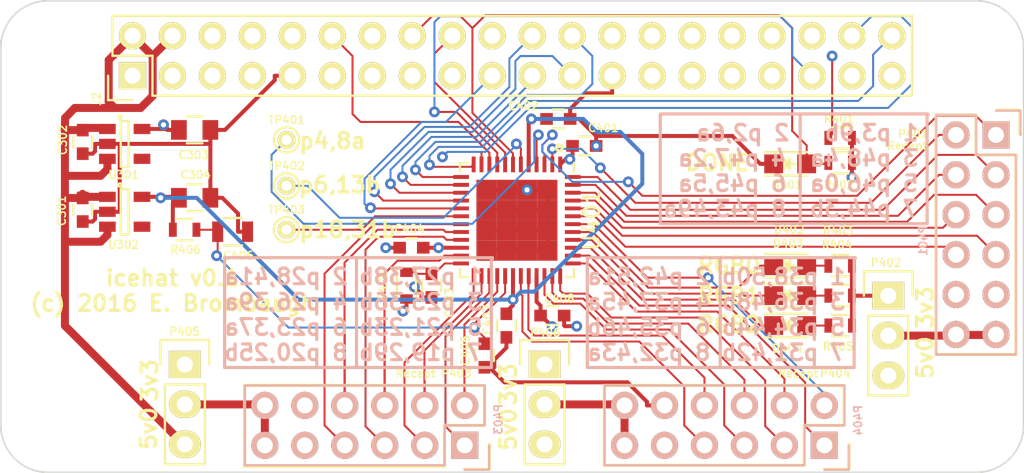
<source format=kicad_pcb>
(kicad_pcb (version 20171130) (host pcbnew "(5.1.12)-1")

  (general
    (thickness 1.6)
    (drawings 82)
    (tracks 744)
    (zones 0)
    (modules 40)
    (nets 75)
  )

  (page A4)
  (layers
    (0 F.Cu signal)
    (1 In1.Cu signal)
    (2 In2.Cu signal)
    (31 B.Cu signal)
    (32 B.Adhes user hide)
    (33 F.Adhes user hide)
    (34 B.Paste user hide)
    (35 F.Paste user hide)
    (36 B.SilkS user hide)
    (37 F.SilkS user hide)
    (38 B.Mask user hide)
    (39 F.Mask user hide)
    (40 Dwgs.User user hide)
    (41 Cmts.User user hide)
    (42 Eco1.User user hide)
    (43 Eco2.User user hide)
    (44 Edge.Cuts user)
    (45 Margin user hide)
    (46 B.CrtYd user hide)
    (47 F.CrtYd user hide)
    (48 B.Fab user hide)
    (49 F.Fab user hide)
  )

  (setup
    (last_trace_width 0.127)
    (user_trace_width 0.01)
    (user_trace_width 0.02)
    (user_trace_width 0.05)
    (user_trace_width 0.1)
    (user_trace_width 0.2)
    (trace_clearance 0.127)
    (zone_clearance 0.3048)
    (zone_45_only no)
    (trace_min 0.0127)
    (via_size 0.6858)
    (via_drill 0.3302)
    (via_min_size 0.6858)
    (via_min_drill 0.3)
    (uvia_size 0.3)
    (uvia_drill 0.1)
    (uvias_allowed no)
    (uvia_min_size 0)
    (uvia_min_drill 0)
    (edge_width 0.1)
    (segment_width 0.2)
    (pcb_text_width 0.3)
    (pcb_text_size 1.5 1.5)
    (mod_edge_width 0.15)
    (mod_text_size 0.5 0.5)
    (mod_text_width 0.1)
    (pad_size 2.75 2.75)
    (pad_drill 2.75)
    (pad_to_mask_clearance 0)
    (aux_axis_origin 0 0)
    (grid_origin 102.6 80.2)
    (visible_elements 7FFDFFFF)
    (pcbplotparams
      (layerselection 0x00030_80000001)
      (usegerberextensions false)
      (usegerberattributes true)
      (usegerberadvancedattributes true)
      (creategerberjobfile true)
      (excludeedgelayer true)
      (linewidth 0.100000)
      (plotframeref false)
      (viasonmask false)
      (mode 1)
      (useauxorigin false)
      (hpglpennumber 1)
      (hpglpenspeed 20)
      (hpglpendiameter 15.000000)
      (psnegative false)
      (psa4output false)
      (plotreference true)
      (plotvalue true)
      (plotinvisibletext false)
      (padsonsilk false)
      (subtractmaskfromsilk false)
      (outputformat 1)
      (mirror false)
      (drillshape 0)
      (scaleselection 1)
      (outputdirectory "meta/"))
  )

  (net 0 "")
  (net 1 "Net-(J2-Pad1)")
  (net 2 "Net-(J2-Pad3)")
  (net 3 "Net-(J2-Pad5)")
  (net 4 "Net-(J2-Pad7)")
  (net 5 "Net-(J2-Pad8)")
  (net 6 "Net-(J2-Pad10)")
  (net 7 "Net-(J2-Pad11)")
  (net 8 "Net-(J2-Pad13)")
  (net 9 "Net-(J2-Pad15)")
  (net 10 "Net-(J2-Pad17)")
  (net 11 "Net-(J2-Pad26)")
  (net 12 "Net-(J2-Pad27)")
  (net 13 "Net-(J2-Pad28)")
  (net 14 "Net-(J2-Pad29)")
  (net 15 "Net-(J2-Pad31)")
  (net 16 "Net-(J2-Pad32)")
  (net 17 "Net-(J2-Pad33)")
  (net 18 "Net-(J2-Pad36)")
  (net 19 "Net-(J2-Pad37)")
  (net 20 +5V)
  (net 21 GND)
  (net 22 +3V3)
  (net 23 +1V2)
  (net 24 "Net-(C403-Pad1)")
  (net 25 "Net-(C405-Pad1)")
  (net 26 GPIO23_CDN)
  (net 27 "Net-(D402-Pad2)")
  (net 28 "Net-(D402-Pad1)")
  (net 29 "Net-(D403-Pad2)")
  (net 30 "Net-(D403-Pad1)")
  (net 31 "Net-(D404-Pad2)")
  (net 32 "Net-(D404-Pad1)")
  (net 33 I2S_BCLK)
  (net 34 GPIO24_CRS)
  (net 35 SPI_MOSI)
  (net 36 SPI_MISO)
  (net 37 GPIO25_SS)
  (net 38 SPI_CLK)
  (net 39 SPI_CE0)
  (net 40 I2S_LRCK)
  (net 41 I2S_DI)
  (net 42 I2S_DO)
  (net 43 "Net-(P401-Pad1)")
  (net 44 "Net-(P401-Pad2)")
  (net 45 "Net-(P401-Pad3)")
  (net 46 "Net-(P401-Pad4)")
  (net 47 "Net-(P401-Pad5)")
  (net 48 "Net-(P401-Pad6)")
  (net 49 "Net-(P401-Pad7)")
  (net 50 "Net-(P401-Pad8)")
  (net 51 "Net-(P401-Pad11)")
  (net 52 "Net-(P403-Pad1)")
  (net 53 "Net-(P403-Pad2)")
  (net 54 "Net-(P403-Pad3)")
  (net 55 "Net-(P403-Pad4)")
  (net 56 "Net-(P403-Pad5)")
  (net 57 "Net-(P403-Pad6)")
  (net 58 "Net-(P403-Pad7)")
  (net 59 "Net-(P403-Pad8)")
  (net 60 "Net-(P403-Pad11)")
  (net 61 "Net-(P404-Pad1)")
  (net 62 "Net-(P404-Pad2)")
  (net 63 "Net-(P404-Pad3)")
  (net 64 "Net-(P404-Pad4)")
  (net 65 "Net-(P404-Pad5)")
  (net 66 "Net-(P404-Pad6)")
  (net 67 "Net-(P404-Pad7)")
  (net 68 "Net-(P404-Pad8)")
  (net 69 "Net-(P404-Pad11)")
  (net 70 "Net-(TP401-Pad1)")
  (net 71 "Net-(TP402-Pad1)")
  (net 72 "Net-(TP403-Pad1)")
  (net 73 "Net-(U301-Pad4)")
  (net 74 "Net-(U302-Pad4)")

  (net_class Default "This is the default net class."
    (clearance 0.127)
    (trace_width 0.127)
    (via_dia 0.6858)
    (via_drill 0.3302)
    (uvia_dia 0.3)
    (uvia_drill 0.1)
    (add_net GPIO23_CDN)
    (add_net GPIO24_CRS)
    (add_net GPIO25_SS)
    (add_net I2S_BCLK)
    (add_net I2S_DI)
    (add_net I2S_DO)
    (add_net I2S_LRCK)
    (add_net "Net-(C403-Pad1)")
    (add_net "Net-(C405-Pad1)")
    (add_net "Net-(D402-Pad1)")
    (add_net "Net-(D402-Pad2)")
    (add_net "Net-(D403-Pad1)")
    (add_net "Net-(D403-Pad2)")
    (add_net "Net-(D404-Pad1)")
    (add_net "Net-(D404-Pad2)")
    (add_net "Net-(J2-Pad1)")
    (add_net "Net-(J2-Pad10)")
    (add_net "Net-(J2-Pad11)")
    (add_net "Net-(J2-Pad13)")
    (add_net "Net-(J2-Pad15)")
    (add_net "Net-(J2-Pad17)")
    (add_net "Net-(J2-Pad26)")
    (add_net "Net-(J2-Pad27)")
    (add_net "Net-(J2-Pad28)")
    (add_net "Net-(J2-Pad29)")
    (add_net "Net-(J2-Pad3)")
    (add_net "Net-(J2-Pad31)")
    (add_net "Net-(J2-Pad32)")
    (add_net "Net-(J2-Pad33)")
    (add_net "Net-(J2-Pad36)")
    (add_net "Net-(J2-Pad37)")
    (add_net "Net-(J2-Pad5)")
    (add_net "Net-(J2-Pad7)")
    (add_net "Net-(J2-Pad8)")
    (add_net "Net-(P401-Pad1)")
    (add_net "Net-(P401-Pad2)")
    (add_net "Net-(P401-Pad3)")
    (add_net "Net-(P401-Pad4)")
    (add_net "Net-(P401-Pad5)")
    (add_net "Net-(P401-Pad6)")
    (add_net "Net-(P401-Pad7)")
    (add_net "Net-(P401-Pad8)")
    (add_net "Net-(P403-Pad1)")
    (add_net "Net-(P403-Pad2)")
    (add_net "Net-(P403-Pad3)")
    (add_net "Net-(P403-Pad4)")
    (add_net "Net-(P403-Pad5)")
    (add_net "Net-(P403-Pad6)")
    (add_net "Net-(P403-Pad7)")
    (add_net "Net-(P403-Pad8)")
    (add_net "Net-(P404-Pad1)")
    (add_net "Net-(P404-Pad2)")
    (add_net "Net-(P404-Pad3)")
    (add_net "Net-(P404-Pad4)")
    (add_net "Net-(P404-Pad5)")
    (add_net "Net-(P404-Pad6)")
    (add_net "Net-(P404-Pad7)")
    (add_net "Net-(P404-Pad8)")
    (add_net "Net-(TP401-Pad1)")
    (add_net "Net-(TP402-Pad1)")
    (add_net "Net-(TP403-Pad1)")
    (add_net "Net-(U301-Pad4)")
    (add_net "Net-(U302-Pad4)")
    (add_net SPI_CE0)
    (add_net SPI_CLK)
    (add_net SPI_MISO)
    (add_net SPI_MOSI)
  )

  (net_class Power ""
    (clearance 0.127)
    (trace_width 0.254)
    (via_dia 0.6858)
    (via_drill 0.3302)
    (uvia_dia 0.3)
    (uvia_drill 0.1)
    (add_net +1V2)
    (add_net +3V3)
    (add_net GND)
  )

  (net_class Supply ""
    (clearance 0.127)
    (trace_width 0.508)
    (via_dia 0.6858)
    (via_drill 0.3302)
    (uvia_dia 0.3)
    (uvia_drill 0.1)
    (add_net +5V)
    (add_net "Net-(P401-Pad11)")
    (add_net "Net-(P403-Pad11)")
    (add_net "Net-(P404-Pad11)")
  )

  (module RPi_Hat:RPi_Hat_Mounting_Hole locked (layer F.Cu) (tedit 55217C7B) (tstamp 5515DEA9)
    (at 164.1 83.74)
    (descr "Mounting hole, Befestigungsbohrung, 2,7mm, No Annular, Kein Restring,")
    (tags "Mounting hole, Befestigungsbohrung, 2,7mm, No Annular, Kein Restring,")
    (fp_text reference Noname_4 (at 0 -4.0005) (layer F.SilkS) hide
      (effects (font (size 0.5 0.5) (thickness 0.1)))
    )
    (fp_text value "" (at 0.09906 3.59918) (layer F.Fab) hide
      (effects (font (size 1 1) (thickness 0.15)))
    )
    (fp_circle (center 0 0) (end 1.375 0) (layer F.Fab) (width 0.15))
    (fp_circle (center 0 0) (end 3.1 0) (layer F.Fab) (width 0.15))
    (fp_circle (center 0 0) (end 3.1 0) (layer B.Fab) (width 0.15))
    (fp_circle (center 0 0) (end 1.375 0) (layer B.Fab) (width 0.15))
    (fp_circle (center 0 0) (end 3.1 0) (layer F.CrtYd) (width 0.15))
    (fp_circle (center 0 0) (end 3.1 0) (layer B.CrtYd) (width 0.15))
    (pad "" np_thru_hole circle (at 0 0) (size 2.75 2.75) (drill 2.75) (layers *.Cu *.Mask)
      (solder_mask_margin 1.725) (clearance 1.725))
  )

  (module RPi_Hat:RPi_Hat_Mounting_Hole locked (layer F.Cu) (tedit 57F94CD1) (tstamp 55169DC9)
    (at 164.1 106.74)
    (descr "Mounting hole, Befestigungsbohrung, 2,7mm, No Annular, Kein Restring,")
    (tags "Mounting hole, Befestigungsbohrung, 2,7mm, No Annular, Kein Restring,")
    (fp_text reference Noname_3 (at 0 -4.0005) (layer F.SilkS) hide
      (effects (font (size 0.5 0.5) (thickness 0.1)))
    )
    (fp_text value "" (at 0.09906 3.59918) (layer F.Fab) hide
      (effects (font (size 1 1) (thickness 0.15)))
    )
    (fp_circle (center 0 0) (end 1.375 0) (layer F.Fab) (width 0.15))
    (fp_circle (center 0 0) (end 3.1 0) (layer F.Fab) (width 0.15))
    (fp_circle (center 0 0) (end 3.1 0) (layer B.Fab) (width 0.15))
    (fp_circle (center 0 0) (end 1.375 0) (layer B.Fab) (width 0.15))
    (fp_circle (center 0 0) (end 3.1 0) (layer F.CrtYd) (width 0.15))
    (fp_circle (center 0 0) (end 3.1 0) (layer B.CrtYd) (width 0.15))
    (pad "" np_thru_hole circle (at 0 0) (size 2.75 2.75) (drill 2.75) (layers *.Cu *.Mask)
      (solder_mask_margin 1.725) (clearance 1.725))
  )

  (module RPi_Hat:RPi_Hat_Mounting_Hole locked (layer F.Cu) (tedit 57F94D2A) (tstamp 5515DECC)
    (at 106.1 106.74)
    (descr "Mounting hole, Befestigungsbohrung, 2,7mm, No Annular, Kein Restring,")
    (tags "Mounting hole, Befestigungsbohrung, 2,7mm, No Annular, Kein Restring,")
    (fp_text reference Noname_2 (at 0 -4.0005) (layer F.SilkS) hide
      (effects (font (size 0.5 0.5) (thickness 0.1)))
    )
    (fp_text value "" (at 0.09906 3.59918) (layer F.Fab) hide
      (effects (font (size 1 1) (thickness 0.15)))
    )
    (fp_circle (center 0 0) (end 1.375 0) (layer F.Fab) (width 0.15))
    (fp_circle (center 0 0) (end 3.1 0) (layer F.Fab) (width 0.15))
    (fp_circle (center 0 0) (end 3.1 0) (layer B.Fab) (width 0.15))
    (fp_circle (center 0 0) (end 1.375 0) (layer B.Fab) (width 0.15))
    (fp_circle (center 0 0) (end 3.1 0) (layer F.CrtYd) (width 0.15))
    (fp_circle (center 0 0) (end 3.1 0) (layer B.CrtYd) (width 0.15))
    (pad "" np_thru_hole circle (at 0 0) (size 2.75 2.75) (drill 2.75) (layers *.Cu *.Mask)
      (solder_mask_margin 1.725) (clearance 1.725))
  )

  (module RPi_Hat:RPi_Hat_Mounting_Hole locked (layer F.Cu) (tedit 55217CA2) (tstamp 5515DEBF)
    (at 106.1 83.74)
    (descr "Mounting hole, Befestigungsbohrung, 2,7mm, No Annular, Kein Restring,")
    (tags "Mounting hole, Befestigungsbohrung, 2,7mm, No Annular, Kein Restring,")
    (fp_text reference Noname_1 (at 0 -4.0005) (layer F.SilkS) hide
      (effects (font (size 0.5 0.5) (thickness 0.1)))
    )
    (fp_text value "" (at 0.09906 3.59918) (layer F.Fab) hide
      (effects (font (size 1 1) (thickness 0.15)))
    )
    (fp_circle (center 0 0) (end 1.375 0) (layer F.Fab) (width 0.15))
    (fp_circle (center 0 0) (end 3.1 0) (layer F.Fab) (width 0.15))
    (fp_circle (center 0 0) (end 3.1 0) (layer B.Fab) (width 0.15))
    (fp_circle (center 0 0) (end 1.375 0) (layer B.Fab) (width 0.15))
    (fp_circle (center 0 0) (end 3.1 0) (layer F.CrtYd) (width 0.15))
    (fp_circle (center 0 0) (end 3.1 0) (layer B.CrtYd) (width 0.15))
    (pad "" np_thru_hole circle (at 0 0) (size 2.75 2.75) (drill 2.75) (layers *.Cu *.Mask)
      (solder_mask_margin 1.725) (clearance 1.725))
  )

  (module Capacitors_SMD:C_0603 (layer F.Cu) (tedit 57FA9C5E) (tstamp 57F95176)
    (at 107.807 93.535 270)
    (descr "Capacitor SMD 0603, reflow soldering, AVX (see smccp.pdf)")
    (tags "capacitor 0603")
    (path /57F6FE76/57F7020A)
    (attr smd)
    (fp_text reference C301 (at 0.0635 1.3335 270) (layer F.SilkS)
      (effects (font (size 0.5 0.5) (thickness 0.1)))
    )
    (fp_text value 1uf (at 0 1.9 270) (layer F.Fab)
      (effects (font (size 1 1) (thickness 0.15)))
    )
    (fp_line (start -0.8 0.4) (end -0.8 -0.4) (layer F.Fab) (width 0.15))
    (fp_line (start 0.8 0.4) (end -0.8 0.4) (layer F.Fab) (width 0.15))
    (fp_line (start 0.8 -0.4) (end 0.8 0.4) (layer F.Fab) (width 0.15))
    (fp_line (start -0.8 -0.4) (end 0.8 -0.4) (layer F.Fab) (width 0.15))
    (fp_line (start -1.45 -0.75) (end 1.45 -0.75) (layer F.CrtYd) (width 0.05))
    (fp_line (start -1.45 0.75) (end 1.45 0.75) (layer F.CrtYd) (width 0.05))
    (fp_line (start -1.45 -0.75) (end -1.45 0.75) (layer F.CrtYd) (width 0.05))
    (fp_line (start 1.45 -0.75) (end 1.45 0.75) (layer F.CrtYd) (width 0.05))
    (fp_line (start -0.35 -0.6) (end 0.35 -0.6) (layer F.SilkS) (width 0.15))
    (fp_line (start 0.35 0.6) (end -0.35 0.6) (layer F.SilkS) (width 0.15))
    (pad 1 smd rect (at -0.75 0 270) (size 0.8 0.75) (layers F.Cu F.Paste F.Mask)
      (net 20 +5V))
    (pad 2 smd rect (at 0.75 0 270) (size 0.8 0.75) (layers F.Cu F.Paste F.Mask)
      (net 21 GND))
    (model Capacitors_SMD.3dshapes/C_0603.wrl
      (at (xyz 0 0 0))
      (scale (xyz 1 1 1))
      (rotate (xyz 0 0 0))
    )
  )

  (module Capacitors_SMD:C_0603 (layer F.Cu) (tedit 57FA9C56) (tstamp 57F95186)
    (at 107.807 89.217 270)
    (descr "Capacitor SMD 0603, reflow soldering, AVX (see smccp.pdf)")
    (tags "capacitor 0603")
    (path /57F6FE76/57F702D0)
    (attr smd)
    (fp_text reference C302 (at -0.127 1.27 270) (layer F.SilkS)
      (effects (font (size 0.5 0.5) (thickness 0.1)))
    )
    (fp_text value 1uf (at 0 1.9 270) (layer F.Fab)
      (effects (font (size 1 1) (thickness 0.15)))
    )
    (fp_line (start -0.8 0.4) (end -0.8 -0.4) (layer F.Fab) (width 0.15))
    (fp_line (start 0.8 0.4) (end -0.8 0.4) (layer F.Fab) (width 0.15))
    (fp_line (start 0.8 -0.4) (end 0.8 0.4) (layer F.Fab) (width 0.15))
    (fp_line (start -0.8 -0.4) (end 0.8 -0.4) (layer F.Fab) (width 0.15))
    (fp_line (start -1.45 -0.75) (end 1.45 -0.75) (layer F.CrtYd) (width 0.05))
    (fp_line (start -1.45 0.75) (end 1.45 0.75) (layer F.CrtYd) (width 0.05))
    (fp_line (start -1.45 -0.75) (end -1.45 0.75) (layer F.CrtYd) (width 0.05))
    (fp_line (start 1.45 -0.75) (end 1.45 0.75) (layer F.CrtYd) (width 0.05))
    (fp_line (start -0.35 -0.6) (end 0.35 -0.6) (layer F.SilkS) (width 0.15))
    (fp_line (start 0.35 0.6) (end -0.35 0.6) (layer F.SilkS) (width 0.15))
    (pad 1 smd rect (at -0.75 0 270) (size 0.8 0.75) (layers F.Cu F.Paste F.Mask)
      (net 20 +5V))
    (pad 2 smd rect (at 0.75 0 270) (size 0.8 0.75) (layers F.Cu F.Paste F.Mask)
      (net 21 GND))
    (model Capacitors_SMD.3dshapes/C_0603.wrl
      (at (xyz 0 0 0))
      (scale (xyz 1 1 1))
      (rotate (xyz 0 0 0))
    )
  )

  (module Capacitors_SMD:C_0805 (layer F.Cu) (tedit 57FA9C4A) (tstamp 57F95196)
    (at 114.919 88.455)
    (descr "Capacitor SMD 0805, reflow soldering, AVX (see smccp.pdf)")
    (tags "capacitor 0805")
    (path /57F6FE76/57F7069A)
    (attr smd)
    (fp_text reference C303 (at -0.0635 1.5875) (layer F.SilkS)
      (effects (font (size 0.5 0.5) (thickness 0.1)))
    )
    (fp_text value 10uf (at 0 2.1) (layer F.Fab)
      (effects (font (size 1 1) (thickness 0.15)))
    )
    (fp_line (start -1 0.625) (end -1 -0.625) (layer F.Fab) (width 0.15))
    (fp_line (start 1 0.625) (end -1 0.625) (layer F.Fab) (width 0.15))
    (fp_line (start 1 -0.625) (end 1 0.625) (layer F.Fab) (width 0.15))
    (fp_line (start -1 -0.625) (end 1 -0.625) (layer F.Fab) (width 0.15))
    (fp_line (start -1.8 -1) (end 1.8 -1) (layer F.CrtYd) (width 0.05))
    (fp_line (start -1.8 1) (end 1.8 1) (layer F.CrtYd) (width 0.05))
    (fp_line (start -1.8 -1) (end -1.8 1) (layer F.CrtYd) (width 0.05))
    (fp_line (start 1.8 -1) (end 1.8 1) (layer F.CrtYd) (width 0.05))
    (fp_line (start 0.5 -0.85) (end -0.5 -0.85) (layer F.SilkS) (width 0.15))
    (fp_line (start -0.5 0.85) (end 0.5 0.85) (layer F.SilkS) (width 0.15))
    (pad 1 smd rect (at -1 0) (size 1 1.25) (layers F.Cu F.Paste F.Mask)
      (net 22 +3V3))
    (pad 2 smd rect (at 1 0) (size 1 1.25) (layers F.Cu F.Paste F.Mask)
      (net 21 GND))
    (model Capacitors_SMD.3dshapes/C_0805.wrl
      (at (xyz 0 0 0))
      (scale (xyz 1 1 1))
      (rotate (xyz 0 0 0))
    )
  )

  (module Capacitors_SMD:C_0805 (layer F.Cu) (tedit 57FA9C0A) (tstamp 57F951A6)
    (at 114.919 92.773)
    (descr "Capacitor SMD 0805, reflow soldering, AVX (see smccp.pdf)")
    (tags "capacitor 0805")
    (path /57F6FE76/57F7072D)
    (attr smd)
    (fp_text reference C304 (at 0.0635 -1.4605) (layer F.SilkS)
      (effects (font (size 0.5 0.5) (thickness 0.1)))
    )
    (fp_text value 10uf (at 0 2.1) (layer F.Fab)
      (effects (font (size 1 1) (thickness 0.15)))
    )
    (fp_line (start -1 0.625) (end -1 -0.625) (layer F.Fab) (width 0.15))
    (fp_line (start 1 0.625) (end -1 0.625) (layer F.Fab) (width 0.15))
    (fp_line (start 1 -0.625) (end 1 0.625) (layer F.Fab) (width 0.15))
    (fp_line (start -1 -0.625) (end 1 -0.625) (layer F.Fab) (width 0.15))
    (fp_line (start -1.8 -1) (end 1.8 -1) (layer F.CrtYd) (width 0.05))
    (fp_line (start -1.8 1) (end 1.8 1) (layer F.CrtYd) (width 0.05))
    (fp_line (start -1.8 -1) (end -1.8 1) (layer F.CrtYd) (width 0.05))
    (fp_line (start 1.8 -1) (end 1.8 1) (layer F.CrtYd) (width 0.05))
    (fp_line (start 0.5 -0.85) (end -0.5 -0.85) (layer F.SilkS) (width 0.15))
    (fp_line (start -0.5 0.85) (end 0.5 0.85) (layer F.SilkS) (width 0.15))
    (pad 1 smd rect (at -1 0) (size 1 1.25) (layers F.Cu F.Paste F.Mask)
      (net 23 +1V2))
    (pad 2 smd rect (at 1 0) (size 1 1.25) (layers F.Cu F.Paste F.Mask)
      (net 21 GND))
    (model Capacitors_SMD.3dshapes/C_0805.wrl
      (at (xyz 0 0 0))
      (scale (xyz 1 1 1))
      (rotate (xyz 0 0 0))
    )
  )

  (module Capacitors_SMD:C_0603 (layer F.Cu) (tedit 57FA9C92) (tstamp 57F951B6)
    (at 139.684 89.471)
    (descr "Capacitor SMD 0603, reflow soldering, AVX (see smccp.pdf)")
    (tags "capacitor 0603")
    (path /57F924ED/57F9386D)
    (attr smd)
    (fp_text reference C401 (at 1.2065 -1.143) (layer F.SilkS)
      (effects (font (size 0.5 0.5) (thickness 0.1)))
    )
    (fp_text value 0.1uf (at 0 1.9) (layer F.Fab)
      (effects (font (size 1 1) (thickness 0.15)))
    )
    (fp_line (start -0.8 0.4) (end -0.8 -0.4) (layer F.Fab) (width 0.15))
    (fp_line (start 0.8 0.4) (end -0.8 0.4) (layer F.Fab) (width 0.15))
    (fp_line (start 0.8 -0.4) (end 0.8 0.4) (layer F.Fab) (width 0.15))
    (fp_line (start -0.8 -0.4) (end 0.8 -0.4) (layer F.Fab) (width 0.15))
    (fp_line (start -1.45 -0.75) (end 1.45 -0.75) (layer F.CrtYd) (width 0.05))
    (fp_line (start -1.45 0.75) (end 1.45 0.75) (layer F.CrtYd) (width 0.05))
    (fp_line (start -1.45 -0.75) (end -1.45 0.75) (layer F.CrtYd) (width 0.05))
    (fp_line (start 1.45 -0.75) (end 1.45 0.75) (layer F.CrtYd) (width 0.05))
    (fp_line (start -0.35 -0.6) (end 0.35 -0.6) (layer F.SilkS) (width 0.15))
    (fp_line (start 0.35 0.6) (end -0.35 0.6) (layer F.SilkS) (width 0.15))
    (pad 1 smd rect (at -0.75 0) (size 0.8 0.75) (layers F.Cu F.Paste F.Mask)
      (net 22 +3V3))
    (pad 2 smd rect (at 0.75 0) (size 0.8 0.75) (layers F.Cu F.Paste F.Mask)
      (net 21 GND))
    (model Capacitors_SMD.3dshapes/C_0603.wrl
      (at (xyz 0 0 0))
      (scale (xyz 1 1 1))
      (rotate (xyz 0 0 0))
    )
  )

  (module Capacitors_SMD:C_0603 (layer F.Cu) (tedit 57FA9C8C) (tstamp 57F951C6)
    (at 138.033 87.7565)
    (descr "Capacitor SMD 0603, reflow soldering, AVX (see smccp.pdf)")
    (tags "capacitor 0603")
    (path /57F924ED/57F935F3)
    (attr smd)
    (fp_text reference C402 (at -2.2225 -0.8255) (layer F.SilkS)
      (effects (font (size 0.5 0.5) (thickness 0.1)))
    )
    (fp_text value 0.1uf (at 0 1.9) (layer F.Fab)
      (effects (font (size 1 1) (thickness 0.15)))
    )
    (fp_line (start -0.8 0.4) (end -0.8 -0.4) (layer F.Fab) (width 0.15))
    (fp_line (start 0.8 0.4) (end -0.8 0.4) (layer F.Fab) (width 0.15))
    (fp_line (start 0.8 -0.4) (end 0.8 0.4) (layer F.Fab) (width 0.15))
    (fp_line (start -0.8 -0.4) (end 0.8 -0.4) (layer F.Fab) (width 0.15))
    (fp_line (start -1.45 -0.75) (end 1.45 -0.75) (layer F.CrtYd) (width 0.05))
    (fp_line (start -1.45 0.75) (end 1.45 0.75) (layer F.CrtYd) (width 0.05))
    (fp_line (start -1.45 -0.75) (end -1.45 0.75) (layer F.CrtYd) (width 0.05))
    (fp_line (start 1.45 -0.75) (end 1.45 0.75) (layer F.CrtYd) (width 0.05))
    (fp_line (start -0.35 -0.6) (end 0.35 -0.6) (layer F.SilkS) (width 0.15))
    (fp_line (start 0.35 0.6) (end -0.35 0.6) (layer F.SilkS) (width 0.15))
    (pad 1 smd rect (at -0.75 0) (size 0.8 0.75) (layers F.Cu F.Paste F.Mask)
      (net 23 +1V2))
    (pad 2 smd rect (at 0.75 0) (size 0.8 0.75) (layers F.Cu F.Paste F.Mask)
      (net 21 GND))
    (model Capacitors_SMD.3dshapes/C_0603.wrl
      (at (xyz 0 0 0))
      (scale (xyz 1 1 1))
      (rotate (xyz 0 0 0))
    )
  )

  (module Capacitors_SMD:C_0603 (layer F.Cu) (tedit 57FA9C74) (tstamp 57F951D6)
    (at 129.968 98.361 270)
    (descr "Capacitor SMD 0603, reflow soldering, AVX (see smccp.pdf)")
    (tags "capacitor 0603")
    (path /57F924ED/57F95AD0)
    (attr smd)
    (fp_text reference C403 (at 1.0795 -1.143 270) (layer F.SilkS)
      (effects (font (size 0.5 0.5) (thickness 0.1)))
    )
    (fp_text value 0.1uf (at 0 1.9 270) (layer F.Fab)
      (effects (font (size 1 1) (thickness 0.15)))
    )
    (fp_line (start -0.8 0.4) (end -0.8 -0.4) (layer F.Fab) (width 0.15))
    (fp_line (start 0.8 0.4) (end -0.8 0.4) (layer F.Fab) (width 0.15))
    (fp_line (start 0.8 -0.4) (end 0.8 0.4) (layer F.Fab) (width 0.15))
    (fp_line (start -0.8 -0.4) (end 0.8 -0.4) (layer F.Fab) (width 0.15))
    (fp_line (start -1.45 -0.75) (end 1.45 -0.75) (layer F.CrtYd) (width 0.05))
    (fp_line (start -1.45 0.75) (end 1.45 0.75) (layer F.CrtYd) (width 0.05))
    (fp_line (start -1.45 -0.75) (end -1.45 0.75) (layer F.CrtYd) (width 0.05))
    (fp_line (start 1.45 -0.75) (end 1.45 0.75) (layer F.CrtYd) (width 0.05))
    (fp_line (start -0.35 -0.6) (end 0.35 -0.6) (layer F.SilkS) (width 0.15))
    (fp_line (start 0.35 0.6) (end -0.35 0.6) (layer F.SilkS) (width 0.15))
    (pad 1 smd rect (at -0.75 0 270) (size 0.8 0.75) (layers F.Cu F.Paste F.Mask)
      (net 24 "Net-(C403-Pad1)"))
    (pad 2 smd rect (at 0.75 0 270) (size 0.8 0.75) (layers F.Cu F.Paste F.Mask)
      (net 21 GND))
    (model Capacitors_SMD.3dshapes/C_0603.wrl
      (at (xyz 0 0 0))
      (scale (xyz 1 1 1))
      (rotate (xyz 0 0 0))
    )
  )

  (module Capacitors_SMD:C_0603 (layer F.Cu) (tedit 57FA9C6B) (tstamp 57F951E6)
    (at 128.698 95.948 180)
    (descr "Capacitor SMD 0603, reflow soldering, AVX (see smccp.pdf)")
    (tags "capacitor 0603")
    (path /57F924ED/57F95A0F)
    (attr smd)
    (fp_text reference C404 (at 0.127 1.2065 180) (layer F.SilkS)
      (effects (font (size 0.5 0.5) (thickness 0.1)))
    )
    (fp_text value 0.1uf (at 0 1.9 180) (layer F.Fab)
      (effects (font (size 1 1) (thickness 0.15)))
    )
    (fp_line (start -0.8 0.4) (end -0.8 -0.4) (layer F.Fab) (width 0.15))
    (fp_line (start 0.8 0.4) (end -0.8 0.4) (layer F.Fab) (width 0.15))
    (fp_line (start 0.8 -0.4) (end 0.8 0.4) (layer F.Fab) (width 0.15))
    (fp_line (start -0.8 -0.4) (end 0.8 -0.4) (layer F.Fab) (width 0.15))
    (fp_line (start -1.45 -0.75) (end 1.45 -0.75) (layer F.CrtYd) (width 0.05))
    (fp_line (start -1.45 0.75) (end 1.45 0.75) (layer F.CrtYd) (width 0.05))
    (fp_line (start -1.45 -0.75) (end -1.45 0.75) (layer F.CrtYd) (width 0.05))
    (fp_line (start 1.45 -0.75) (end 1.45 0.75) (layer F.CrtYd) (width 0.05))
    (fp_line (start -0.35 -0.6) (end 0.35 -0.6) (layer F.SilkS) (width 0.15))
    (fp_line (start 0.35 0.6) (end -0.35 0.6) (layer F.SilkS) (width 0.15))
    (pad 1 smd rect (at -0.75 0 180) (size 0.8 0.75) (layers F.Cu F.Paste F.Mask)
      (net 22 +3V3))
    (pad 2 smd rect (at 0.75 0 180) (size 0.8 0.75) (layers F.Cu F.Paste F.Mask)
      (net 21 GND))
    (model Capacitors_SMD.3dshapes/C_0603.wrl
      (at (xyz 0 0 0))
      (scale (xyz 1 1 1))
      (rotate (xyz 0 0 0))
    )
  )

  (module Capacitors_SMD:C_0603 (layer F.Cu) (tedit 57FA9CCA) (tstamp 57F951F6)
    (at 133.334 102.806 270)
    (descr "Capacitor SMD 0603, reflow soldering, AVX (see smccp.pdf)")
    (tags "capacitor 0603")
    (path /57F924ED/57F94D67)
    (attr smd)
    (fp_text reference C405 (at -0.3175 1.2065 270) (layer F.SilkS)
      (effects (font (size 0.5 0.5) (thickness 0.1)))
    )
    (fp_text value 0.1uf (at 0 1.9 270) (layer F.Fab)
      (effects (font (size 1 1) (thickness 0.15)))
    )
    (fp_line (start -0.8 0.4) (end -0.8 -0.4) (layer F.Fab) (width 0.15))
    (fp_line (start 0.8 0.4) (end -0.8 0.4) (layer F.Fab) (width 0.15))
    (fp_line (start 0.8 -0.4) (end 0.8 0.4) (layer F.Fab) (width 0.15))
    (fp_line (start -0.8 -0.4) (end 0.8 -0.4) (layer F.Fab) (width 0.15))
    (fp_line (start -1.45 -0.75) (end 1.45 -0.75) (layer F.CrtYd) (width 0.05))
    (fp_line (start -1.45 0.75) (end 1.45 0.75) (layer F.CrtYd) (width 0.05))
    (fp_line (start -1.45 -0.75) (end -1.45 0.75) (layer F.CrtYd) (width 0.05))
    (fp_line (start 1.45 -0.75) (end 1.45 0.75) (layer F.CrtYd) (width 0.05))
    (fp_line (start -0.35 -0.6) (end 0.35 -0.6) (layer F.SilkS) (width 0.15))
    (fp_line (start 0.35 0.6) (end -0.35 0.6) (layer F.SilkS) (width 0.15))
    (pad 1 smd rect (at -0.75 0 270) (size 0.8 0.75) (layers F.Cu F.Paste F.Mask)
      (net 25 "Net-(C405-Pad1)"))
    (pad 2 smd rect (at 0.75 0 270) (size 0.8 0.75) (layers F.Cu F.Paste F.Mask)
      (net 21 GND))
    (model Capacitors_SMD.3dshapes/C_0603.wrl
      (at (xyz 0 0 0))
      (scale (xyz 1 1 1))
      (rotate (xyz 0 0 0))
    )
  )

  (module Resistors_SMD:R_0805 (layer F.Cu) (tedit 57FA9C19) (tstamp 57F95202)
    (at 117.332 94.932)
    (descr "Resistor SMD 0805, reflow soldering, Vishay (see dcrcw.pdf)")
    (tags "resistor 0805")
    (path /57F924ED/57F952BB)
    (attr smd)
    (fp_text reference C406 (at 0.381 1.524) (layer F.SilkS)
      (effects (font (size 0.5 0.5) (thickness 0.1)))
    )
    (fp_text value 10uf (at 0 2.1) (layer F.Fab)
      (effects (font (size 1 1) (thickness 0.15)))
    )
    (fp_line (start -1.6 -1) (end 1.6 -1) (layer F.CrtYd) (width 0.05))
    (fp_line (start -1.6 1) (end 1.6 1) (layer F.CrtYd) (width 0.05))
    (fp_line (start -1.6 -1) (end -1.6 1) (layer F.CrtYd) (width 0.05))
    (fp_line (start 1.6 -1) (end 1.6 1) (layer F.CrtYd) (width 0.05))
    (fp_line (start 0.6 0.875) (end -0.6 0.875) (layer F.SilkS) (width 0.15))
    (fp_line (start -0.6 -0.875) (end 0.6 -0.875) (layer F.SilkS) (width 0.15))
    (pad 1 smd rect (at -0.95 0) (size 0.7 1.3) (layers F.Cu F.Paste F.Mask)
      (net 25 "Net-(C405-Pad1)"))
    (pad 2 smd rect (at 0.95 0) (size 0.7 1.3) (layers F.Cu F.Paste F.Mask)
      (net 21 GND))
    (model Resistors_SMD.3dshapes/R_0805.wrl
      (at (xyz 0 0 0))
      (scale (xyz 1 1 1))
      (rotate (xyz 0 0 0))
    )
  )

  (module Capacitors_SMD:C_0603 (layer F.Cu) (tedit 57FA9CDE) (tstamp 57F95212)
    (at 134.731 100.901 270)
    (descr "Capacitor SMD 0603, reflow soldering, AVX (see smccp.pdf)")
    (tags "capacitor 0603")
    (path /57F924ED/57F95249)
    (attr smd)
    (fp_text reference C407 (at -0.381 1.2065 270) (layer F.SilkS)
      (effects (font (size 0.5 0.5) (thickness 0.1)))
    )
    (fp_text value 0.1uf (at 0 1.9 270) (layer F.Fab)
      (effects (font (size 1 1) (thickness 0.15)))
    )
    (fp_line (start -0.8 0.4) (end -0.8 -0.4) (layer F.Fab) (width 0.15))
    (fp_line (start 0.8 0.4) (end -0.8 0.4) (layer F.Fab) (width 0.15))
    (fp_line (start 0.8 -0.4) (end 0.8 0.4) (layer F.Fab) (width 0.15))
    (fp_line (start -0.8 -0.4) (end 0.8 -0.4) (layer F.Fab) (width 0.15))
    (fp_line (start -1.45 -0.75) (end 1.45 -0.75) (layer F.CrtYd) (width 0.05))
    (fp_line (start -1.45 0.75) (end 1.45 0.75) (layer F.CrtYd) (width 0.05))
    (fp_line (start -1.45 -0.75) (end -1.45 0.75) (layer F.CrtYd) (width 0.05))
    (fp_line (start 1.45 -0.75) (end 1.45 0.75) (layer F.CrtYd) (width 0.05))
    (fp_line (start -0.35 -0.6) (end 0.35 -0.6) (layer F.SilkS) (width 0.15))
    (fp_line (start 0.35 0.6) (end -0.35 0.6) (layer F.SilkS) (width 0.15))
    (pad 1 smd rect (at -0.75 0 270) (size 0.8 0.75) (layers F.Cu F.Paste F.Mask)
      (net 23 +1V2))
    (pad 2 smd rect (at 0.75 0 270) (size 0.8 0.75) (layers F.Cu F.Paste F.Mask)
      (net 21 GND))
    (model Capacitors_SMD.3dshapes/C_0603.wrl
      (at (xyz 0 0 0))
      (scale (xyz 1 1 1))
      (rotate (xyz 0 0 0))
    )
  )

  (module Capacitors_SMD:C_0603 (layer F.Cu) (tedit 57FA9CF3) (tstamp 57F95222)
    (at 137.652 100.266)
    (descr "Capacitor SMD 0603, reflow soldering, AVX (see smccp.pdf)")
    (tags "capacitor 0603")
    (path /57F924ED/57F94CAA)
    (attr smd)
    (fp_text reference C408 (at 0.4445 -1.0795) (layer F.SilkS)
      (effects (font (size 0.5 0.5) (thickness 0.1)))
    )
    (fp_text value 0.1uf (at 0 1.9) (layer F.Fab)
      (effects (font (size 1 1) (thickness 0.15)))
    )
    (fp_line (start -0.8 0.4) (end -0.8 -0.4) (layer F.Fab) (width 0.15))
    (fp_line (start 0.8 0.4) (end -0.8 0.4) (layer F.Fab) (width 0.15))
    (fp_line (start 0.8 -0.4) (end 0.8 0.4) (layer F.Fab) (width 0.15))
    (fp_line (start -0.8 -0.4) (end 0.8 -0.4) (layer F.Fab) (width 0.15))
    (fp_line (start -1.45 -0.75) (end 1.45 -0.75) (layer F.CrtYd) (width 0.05))
    (fp_line (start -1.45 0.75) (end 1.45 0.75) (layer F.CrtYd) (width 0.05))
    (fp_line (start -1.45 -0.75) (end -1.45 0.75) (layer F.CrtYd) (width 0.05))
    (fp_line (start 1.45 -0.75) (end 1.45 0.75) (layer F.CrtYd) (width 0.05))
    (fp_line (start -0.35 -0.6) (end 0.35 -0.6) (layer F.SilkS) (width 0.15))
    (fp_line (start 0.35 0.6) (end -0.35 0.6) (layer F.SilkS) (width 0.15))
    (pad 1 smd rect (at -0.75 0) (size 0.8 0.75) (layers F.Cu F.Paste F.Mask)
      (net 22 +3V3))
    (pad 2 smd rect (at 0.75 0) (size 0.8 0.75) (layers F.Cu F.Paste F.Mask)
      (net 21 GND))
    (model Capacitors_SMD.3dshapes/C_0603.wrl
      (at (xyz 0 0 0))
      (scale (xyz 1 1 1))
      (rotate (xyz 0 0 0))
    )
  )

  (module LEDs:LED_0805 (layer F.Cu) (tedit 57FA9DCF) (tstamp 57F9523D)
    (at 152.765 90.614)
    (descr "LED 0805 smd package")
    (tags "LED 0805 SMD")
    (path /57F924ED/57F93684)
    (attr smd)
    (fp_text reference D401 (at -0.1905 1.3335) (layer F.SilkS)
      (effects (font (size 0.5 0.5) (thickness 0.1)))
    )
    (fp_text value LED (at 0 1.75) (layer F.Fab)
      (effects (font (size 1 1) (thickness 0.15)))
    )
    (fp_line (start -0.4 -0.3) (end -0.4 0.3) (layer F.Fab) (width 0.15))
    (fp_line (start -0.3 0) (end 0 -0.3) (layer F.Fab) (width 0.15))
    (fp_line (start 0 0.3) (end -0.3 0) (layer F.Fab) (width 0.15))
    (fp_line (start 0 -0.3) (end 0 0.3) (layer F.Fab) (width 0.15))
    (fp_line (start 1 -0.6) (end -1 -0.6) (layer F.Fab) (width 0.15))
    (fp_line (start 1 0.6) (end 1 -0.6) (layer F.Fab) (width 0.15))
    (fp_line (start -1 0.6) (end 1 0.6) (layer F.Fab) (width 0.15))
    (fp_line (start -1 -0.6) (end -1 0.6) (layer F.Fab) (width 0.15))
    (fp_line (start -1.6 0.75) (end 1.1 0.75) (layer F.SilkS) (width 0.15))
    (fp_line (start -1.6 -0.75) (end 1.1 -0.75) (layer F.SilkS) (width 0.15))
    (fp_line (start -0.1 0.15) (end -0.1 -0.1) (layer F.SilkS) (width 0.15))
    (fp_line (start -0.1 -0.1) (end -0.25 0.05) (layer F.SilkS) (width 0.15))
    (fp_line (start -0.35 -0.35) (end -0.35 0.35) (layer F.SilkS) (width 0.15))
    (fp_line (start 0 0) (end 0.35 0) (layer F.SilkS) (width 0.15))
    (fp_line (start -0.35 0) (end 0 -0.35) (layer F.SilkS) (width 0.15))
    (fp_line (start 0 -0.35) (end 0 0.35) (layer F.SilkS) (width 0.15))
    (fp_line (start 0 0.35) (end -0.35 0) (layer F.SilkS) (width 0.15))
    (fp_line (start 1.9 -0.95) (end 1.9 0.95) (layer F.CrtYd) (width 0.05))
    (fp_line (start 1.9 0.95) (end -1.9 0.95) (layer F.CrtYd) (width 0.05))
    (fp_line (start -1.9 0.95) (end -1.9 -0.95) (layer F.CrtYd) (width 0.05))
    (fp_line (start -1.9 -0.95) (end 1.9 -0.95) (layer F.CrtYd) (width 0.05))
    (pad 2 smd rect (at 1.04902 0 180) (size 1.19888 1.19888) (layers F.Cu F.Paste F.Mask)
      (net 26 GPIO23_CDN))
    (pad 1 smd rect (at -1.04902 0 180) (size 1.19888 1.19888) (layers F.Cu F.Paste F.Mask)
      (net 21 GND))
    (model LEDs.3dshapes/LED_0805.wrl
      (at (xyz 0 0 0))
      (scale (xyz 1 1 1))
      (rotate (xyz 0 0 0))
    )
  )

  (module LEDs:LED_0805 (layer F.Cu) (tedit 57FA9DA8) (tstamp 57F95258)
    (at 152.765 97.091)
    (descr "LED 0805 smd package")
    (tags "LED 0805 SMD")
    (path /57F924ED/57F9458D)
    (attr smd)
    (fp_text reference D402 (at -0.0635 -2.286) (layer F.SilkS)
      (effects (font (size 0.5 0.5) (thickness 0.1)))
    )
    (fp_text value LED (at 0 1.75) (layer F.Fab)
      (effects (font (size 1 1) (thickness 0.15)))
    )
    (fp_line (start -0.4 -0.3) (end -0.4 0.3) (layer F.Fab) (width 0.15))
    (fp_line (start -0.3 0) (end 0 -0.3) (layer F.Fab) (width 0.15))
    (fp_line (start 0 0.3) (end -0.3 0) (layer F.Fab) (width 0.15))
    (fp_line (start 0 -0.3) (end 0 0.3) (layer F.Fab) (width 0.15))
    (fp_line (start 1 -0.6) (end -1 -0.6) (layer F.Fab) (width 0.15))
    (fp_line (start 1 0.6) (end 1 -0.6) (layer F.Fab) (width 0.15))
    (fp_line (start -1 0.6) (end 1 0.6) (layer F.Fab) (width 0.15))
    (fp_line (start -1 -0.6) (end -1 0.6) (layer F.Fab) (width 0.15))
    (fp_line (start -1.6 0.75) (end 1.1 0.75) (layer F.SilkS) (width 0.15))
    (fp_line (start -1.6 -0.75) (end 1.1 -0.75) (layer F.SilkS) (width 0.15))
    (fp_line (start -0.1 0.15) (end -0.1 -0.1) (layer F.SilkS) (width 0.15))
    (fp_line (start -0.1 -0.1) (end -0.25 0.05) (layer F.SilkS) (width 0.15))
    (fp_line (start -0.35 -0.35) (end -0.35 0.35) (layer F.SilkS) (width 0.15))
    (fp_line (start 0 0) (end 0.35 0) (layer F.SilkS) (width 0.15))
    (fp_line (start -0.35 0) (end 0 -0.35) (layer F.SilkS) (width 0.15))
    (fp_line (start 0 -0.35) (end 0 0.35) (layer F.SilkS) (width 0.15))
    (fp_line (start 0 0.35) (end -0.35 0) (layer F.SilkS) (width 0.15))
    (fp_line (start 1.9 -0.95) (end 1.9 0.95) (layer F.CrtYd) (width 0.05))
    (fp_line (start 1.9 0.95) (end -1.9 0.95) (layer F.CrtYd) (width 0.05))
    (fp_line (start -1.9 0.95) (end -1.9 -0.95) (layer F.CrtYd) (width 0.05))
    (fp_line (start -1.9 -0.95) (end 1.9 -0.95) (layer F.CrtYd) (width 0.05))
    (pad 2 smd rect (at 1.04902 0 180) (size 1.19888 1.19888) (layers F.Cu F.Paste F.Mask)
      (net 27 "Net-(D402-Pad2)"))
    (pad 1 smd rect (at -1.04902 0 180) (size 1.19888 1.19888) (layers F.Cu F.Paste F.Mask)
      (net 28 "Net-(D402-Pad1)"))
    (model LEDs.3dshapes/LED_0805.wrl
      (at (xyz 0 0 0))
      (scale (xyz 1 1 1))
      (rotate (xyz 0 0 0))
    )
  )

  (module LEDs:LED_0805 (layer F.Cu) (tedit 57FA9DB1) (tstamp 57F95273)
    (at 152.765 98.996)
    (descr "LED 0805 smd package")
    (tags "LED 0805 SMD")
    (path /57F924ED/57F946C5)
    (attr smd)
    (fp_text reference D403 (at -0.127 -3.302) (layer F.SilkS)
      (effects (font (size 0.5 0.5) (thickness 0.1)))
    )
    (fp_text value LED (at 0 1.75) (layer F.Fab)
      (effects (font (size 1 1) (thickness 0.15)))
    )
    (fp_line (start -0.4 -0.3) (end -0.4 0.3) (layer F.Fab) (width 0.15))
    (fp_line (start -0.3 0) (end 0 -0.3) (layer F.Fab) (width 0.15))
    (fp_line (start 0 0.3) (end -0.3 0) (layer F.Fab) (width 0.15))
    (fp_line (start 0 -0.3) (end 0 0.3) (layer F.Fab) (width 0.15))
    (fp_line (start 1 -0.6) (end -1 -0.6) (layer F.Fab) (width 0.15))
    (fp_line (start 1 0.6) (end 1 -0.6) (layer F.Fab) (width 0.15))
    (fp_line (start -1 0.6) (end 1 0.6) (layer F.Fab) (width 0.15))
    (fp_line (start -1 -0.6) (end -1 0.6) (layer F.Fab) (width 0.15))
    (fp_line (start -1.6 0.75) (end 1.1 0.75) (layer F.SilkS) (width 0.15))
    (fp_line (start -1.6 -0.75) (end 1.1 -0.75) (layer F.SilkS) (width 0.15))
    (fp_line (start -0.1 0.15) (end -0.1 -0.1) (layer F.SilkS) (width 0.15))
    (fp_line (start -0.1 -0.1) (end -0.25 0.05) (layer F.SilkS) (width 0.15))
    (fp_line (start -0.35 -0.35) (end -0.35 0.35) (layer F.SilkS) (width 0.15))
    (fp_line (start 0 0) (end 0.35 0) (layer F.SilkS) (width 0.15))
    (fp_line (start -0.35 0) (end 0 -0.35) (layer F.SilkS) (width 0.15))
    (fp_line (start 0 -0.35) (end 0 0.35) (layer F.SilkS) (width 0.15))
    (fp_line (start 0 0.35) (end -0.35 0) (layer F.SilkS) (width 0.15))
    (fp_line (start 1.9 -0.95) (end 1.9 0.95) (layer F.CrtYd) (width 0.05))
    (fp_line (start 1.9 0.95) (end -1.9 0.95) (layer F.CrtYd) (width 0.05))
    (fp_line (start -1.9 0.95) (end -1.9 -0.95) (layer F.CrtYd) (width 0.05))
    (fp_line (start -1.9 -0.95) (end 1.9 -0.95) (layer F.CrtYd) (width 0.05))
    (pad 2 smd rect (at 1.04902 0 180) (size 1.19888 1.19888) (layers F.Cu F.Paste F.Mask)
      (net 29 "Net-(D403-Pad2)"))
    (pad 1 smd rect (at -1.04902 0 180) (size 1.19888 1.19888) (layers F.Cu F.Paste F.Mask)
      (net 30 "Net-(D403-Pad1)"))
    (model LEDs.3dshapes/LED_0805.wrl
      (at (xyz 0 0 0))
      (scale (xyz 1 1 1))
      (rotate (xyz 0 0 0))
    )
  )

  (module LEDs:LED_0805 (layer F.Cu) (tedit 57FA9D9F) (tstamp 57F9528E)
    (at 152.765 100.901)
    (descr "LED 0805 smd package")
    (tags "LED 0805 SMD")
    (path /57F924ED/57F94706)
    (attr smd)
    (fp_text reference D404 (at -0.1905 1.4605) (layer F.SilkS)
      (effects (font (size 0.5 0.5) (thickness 0.1)))
    )
    (fp_text value LED (at 0 1.75) (layer F.Fab)
      (effects (font (size 1 1) (thickness 0.15)))
    )
    (fp_line (start -0.4 -0.3) (end -0.4 0.3) (layer F.Fab) (width 0.15))
    (fp_line (start -0.3 0) (end 0 -0.3) (layer F.Fab) (width 0.15))
    (fp_line (start 0 0.3) (end -0.3 0) (layer F.Fab) (width 0.15))
    (fp_line (start 0 -0.3) (end 0 0.3) (layer F.Fab) (width 0.15))
    (fp_line (start 1 -0.6) (end -1 -0.6) (layer F.Fab) (width 0.15))
    (fp_line (start 1 0.6) (end 1 -0.6) (layer F.Fab) (width 0.15))
    (fp_line (start -1 0.6) (end 1 0.6) (layer F.Fab) (width 0.15))
    (fp_line (start -1 -0.6) (end -1 0.6) (layer F.Fab) (width 0.15))
    (fp_line (start -1.6 0.75) (end 1.1 0.75) (layer F.SilkS) (width 0.15))
    (fp_line (start -1.6 -0.75) (end 1.1 -0.75) (layer F.SilkS) (width 0.15))
    (fp_line (start -0.1 0.15) (end -0.1 -0.1) (layer F.SilkS) (width 0.15))
    (fp_line (start -0.1 -0.1) (end -0.25 0.05) (layer F.SilkS) (width 0.15))
    (fp_line (start -0.35 -0.35) (end -0.35 0.35) (layer F.SilkS) (width 0.15))
    (fp_line (start 0 0) (end 0.35 0) (layer F.SilkS) (width 0.15))
    (fp_line (start -0.35 0) (end 0 -0.35) (layer F.SilkS) (width 0.15))
    (fp_line (start 0 -0.35) (end 0 0.35) (layer F.SilkS) (width 0.15))
    (fp_line (start 0 0.35) (end -0.35 0) (layer F.SilkS) (width 0.15))
    (fp_line (start 1.9 -0.95) (end 1.9 0.95) (layer F.CrtYd) (width 0.05))
    (fp_line (start 1.9 0.95) (end -1.9 0.95) (layer F.CrtYd) (width 0.05))
    (fp_line (start -1.9 0.95) (end -1.9 -0.95) (layer F.CrtYd) (width 0.05))
    (fp_line (start -1.9 -0.95) (end 1.9 -0.95) (layer F.CrtYd) (width 0.05))
    (pad 2 smd rect (at 1.04902 0 180) (size 1.19888 1.19888) (layers F.Cu F.Paste F.Mask)
      (net 31 "Net-(D404-Pad2)"))
    (pad 1 smd rect (at -1.04902 0 180) (size 1.19888 1.19888) (layers F.Cu F.Paste F.Mask)
      (net 32 "Net-(D404-Pad1)"))
    (model LEDs.3dshapes/LED_0805.wrl
      (at (xyz 0 0 0))
      (scale (xyz 1 1 1))
      (rotate (xyz 0 0 0))
    )
  )

  (module Diodes_SMD:D_0603 (layer F.Cu) (tedit 574BBA57) (tstamp 57F952A4)
    (at 128.381 98.361 270)
    (descr "Diode SMD in 0603 package")
    (tags "smd diode")
    (path /57F924ED/57F9541A)
    (attr smd)
    (fp_text reference D405 (at 0 1.5 270) (layer F.SilkS)
      (effects (font (size 0.5 0.5) (thickness 0.1)))
    )
    (fp_text value D (at 0 -1.5 270) (layer F.Fab)
      (effects (font (size 1 1) (thickness 0.15)))
    )
    (fp_line (start 1.5 0.8) (end 1.5 -0.8) (layer F.CrtYd) (width 0.05))
    (fp_line (start -1.5 0.8) (end 1.5 0.8) (layer F.CrtYd) (width 0.05))
    (fp_line (start -1.5 -0.8) (end -1.5 0.8) (layer F.CrtYd) (width 0.05))
    (fp_line (start 1.5 -0.8) (end -1.5 -0.8) (layer F.CrtYd) (width 0.05))
    (fp_line (start 0.2 0) (end 0.4 0) (layer F.Fab) (width 0.15))
    (fp_line (start -0.1 0) (end -0.3 0) (layer F.Fab) (width 0.15))
    (fp_line (start -0.1 -0.2) (end -0.1 0.2) (layer F.Fab) (width 0.15))
    (fp_line (start 0.2 0.2) (end 0.2 -0.2) (layer F.Fab) (width 0.15))
    (fp_line (start -0.1 0) (end 0.2 0.2) (layer F.Fab) (width 0.15))
    (fp_line (start 0.2 -0.2) (end -0.1 0) (layer F.Fab) (width 0.15))
    (fp_line (start -0.8 0.5) (end -0.8 -0.5) (layer F.Fab) (width 0.15))
    (fp_line (start 0.8 0.5) (end -0.8 0.5) (layer F.Fab) (width 0.15))
    (fp_line (start 0.8 -0.5) (end 0.8 0.5) (layer F.Fab) (width 0.15))
    (fp_line (start -0.8 -0.5) (end 0.8 -0.5) (layer F.Fab) (width 0.15))
    (fp_line (start -1.1 0.6) (end 0.7 0.6) (layer F.SilkS) (width 0.15))
    (fp_line (start -1.1 -0.6) (end 0.7 -0.6) (layer F.SilkS) (width 0.15))
    (pad 1 smd rect (at -0.85 0 270) (size 0.6 0.8) (layers F.Cu F.Paste F.Mask)
      (net 24 "Net-(C403-Pad1)"))
    (pad 2 smd rect (at 0.85 0 270) (size 0.6 0.8) (layers F.Cu F.Paste F.Mask)
      (net 22 +3V3))
  )

  (module Pin_Headers:Pin_Header_Straight_2x06 (layer B.Cu) (tedit 57FBA9B8) (tstamp 57F952C0)
    (at 165.846 88.7725 180)
    (descr "Through hole pin header")
    (tags "pin header")
    (path /57F924ED/57F9D85B)
    (fp_text reference P401 (at 4.6355 -6.731 270) (layer B.SilkS)
      (effects (font (size 0.5 0.5) (thickness 0.1)) (justify mirror))
    )
    (fp_text value CONN_02X06 (at 0 3.1 180) (layer B.Fab)
      (effects (font (size 1 1) (thickness 0.15)) (justify mirror))
    )
    (fp_line (start -1.75 1.75) (end -1.75 -14.45) (layer B.CrtYd) (width 0.05))
    (fp_line (start 4.3 1.75) (end 4.3 -14.45) (layer B.CrtYd) (width 0.05))
    (fp_line (start -1.75 1.75) (end 4.3 1.75) (layer B.CrtYd) (width 0.05))
    (fp_line (start -1.75 -14.45) (end 4.3 -14.45) (layer B.CrtYd) (width 0.05))
    (fp_line (start 3.81 -13.97) (end 3.81 1.27) (layer B.SilkS) (width 0.15))
    (fp_line (start -1.27 -1.27) (end -1.27 -13.97) (layer B.SilkS) (width 0.15))
    (fp_line (start 3.81 -13.97) (end -1.27 -13.97) (layer B.SilkS) (width 0.15))
    (fp_line (start 3.81 1.27) (end 1.27 1.27) (layer B.SilkS) (width 0.15))
    (fp_line (start 0 1.55) (end -1.55 1.55) (layer B.SilkS) (width 0.15))
    (fp_line (start 1.27 1.27) (end 1.27 -1.27) (layer B.SilkS) (width 0.15))
    (fp_line (start 1.27 -1.27) (end -1.27 -1.27) (layer B.SilkS) (width 0.15))
    (fp_line (start -1.55 1.55) (end -1.55 0) (layer B.SilkS) (width 0.15))
    (pad 1 thru_hole rect (at 0 0 180) (size 1.7272 1.7272) (drill 1.016) (layers *.Cu *.Mask B.SilkS)
      (net 43 "Net-(P401-Pad1)"))
    (pad 2 thru_hole oval (at 2.54 0 180) (size 1.7272 1.7272) (drill 1.016) (layers *.Cu *.Mask B.SilkS)
      (net 44 "Net-(P401-Pad2)"))
    (pad 3 thru_hole oval (at 0 -2.54 180) (size 1.7272 1.7272) (drill 1.016) (layers *.Cu *.Mask B.SilkS)
      (net 45 "Net-(P401-Pad3)"))
    (pad 4 thru_hole oval (at 2.54 -2.54 180) (size 1.7272 1.7272) (drill 1.016) (layers *.Cu *.Mask B.SilkS)
      (net 46 "Net-(P401-Pad4)"))
    (pad 5 thru_hole oval (at 0 -5.08 180) (size 1.7272 1.7272) (drill 1.016) (layers *.Cu *.Mask B.SilkS)
      (net 47 "Net-(P401-Pad5)"))
    (pad 6 thru_hole oval (at 2.54 -5.08 180) (size 1.7272 1.7272) (drill 1.016) (layers *.Cu *.Mask B.SilkS)
      (net 48 "Net-(P401-Pad6)"))
    (pad 7 thru_hole oval (at 0 -7.62 180) (size 1.7272 1.7272) (drill 1.016) (layers *.Cu *.Mask B.SilkS)
      (net 49 "Net-(P401-Pad7)"))
    (pad 8 thru_hole oval (at 2.54 -7.62 180) (size 1.7272 1.7272) (drill 1.016) (layers *.Cu *.Mask B.SilkS)
      (net 50 "Net-(P401-Pad8)"))
    (pad 9 thru_hole oval (at 0 -10.16 180) (size 1.7272 1.7272) (drill 1.016) (layers *.Cu *.Mask B.SilkS)
      (net 21 GND))
    (pad 10 thru_hole oval (at 2.54 -10.16 180) (size 1.7272 1.7272) (drill 1.016) (layers *.Cu *.Mask B.SilkS)
      (net 21 GND))
    (pad 11 thru_hole oval (at 0 -12.7 180) (size 1.7272 1.7272) (drill 1.016) (layers *.Cu *.Mask B.SilkS)
      (net 51 "Net-(P401-Pad11)"))
    (pad 12 thru_hole oval (at 2.54 -12.7 180) (size 1.7272 1.7272) (drill 1.016) (layers *.Cu *.Mask B.SilkS)
      (net 51 "Net-(P401-Pad11)"))
    (model Pin_Headers.3dshapes/Pin_Header_Straight_2x06.wrl
      (offset (xyz 1.269999980926514 -6.349999904632568 0))
      (scale (xyz 1 1 1))
      (rotate (xyz 0 0 90))
    )
  )

  (module Pin_Headers:Pin_Header_Straight_1x03 (layer F.Cu) (tedit 57FA9D2D) (tstamp 57F952D2)
    (at 159 99)
    (descr "Through hole pin header")
    (tags "pin header")
    (path /57F924ED/57F9D861)
    (fp_text reference P402 (at -0.139 -2.0995) (layer F.SilkS)
      (effects (font (size 0.5 0.5) (thickness 0.1)))
    )
    (fp_text value CONN_01X03 (at 0 -3.1) (layer F.Fab)
      (effects (font (size 1 1) (thickness 0.15)))
    )
    (fp_line (start -1.75 -1.75) (end -1.75 6.85) (layer F.CrtYd) (width 0.05))
    (fp_line (start 1.75 -1.75) (end 1.75 6.85) (layer F.CrtYd) (width 0.05))
    (fp_line (start -1.75 -1.75) (end 1.75 -1.75) (layer F.CrtYd) (width 0.05))
    (fp_line (start -1.75 6.85) (end 1.75 6.85) (layer F.CrtYd) (width 0.05))
    (fp_line (start -1.27 1.27) (end -1.27 6.35) (layer F.SilkS) (width 0.15))
    (fp_line (start -1.27 6.35) (end 1.27 6.35) (layer F.SilkS) (width 0.15))
    (fp_line (start 1.27 6.35) (end 1.27 1.27) (layer F.SilkS) (width 0.15))
    (fp_line (start 1.55 -1.55) (end 1.55 0) (layer F.SilkS) (width 0.15))
    (fp_line (start 1.27 1.27) (end -1.27 1.27) (layer F.SilkS) (width 0.15))
    (fp_line (start -1.55 0) (end -1.55 -1.55) (layer F.SilkS) (width 0.15))
    (fp_line (start -1.55 -1.55) (end 1.55 -1.55) (layer F.SilkS) (width 0.15))
    (pad 1 thru_hole rect (at 0 0) (size 2.032 1.7272) (drill 1.016) (layers *.Cu *.Mask F.SilkS)
      (net 22 +3V3))
    (pad 2 thru_hole oval (at 0 2.54) (size 2.032 1.7272) (drill 1.016) (layers *.Cu *.Mask F.SilkS)
      (net 51 "Net-(P401-Pad11)"))
    (pad 3 thru_hole oval (at 0 5.08) (size 2.032 1.7272) (drill 1.016) (layers *.Cu *.Mask F.SilkS)
      (net 20 +5V))
    (model Pin_Headers.3dshapes/Pin_Header_Straight_1x03.wrl
      (offset (xyz 0 -2.539999961853027 0))
      (scale (xyz 1 1 1))
      (rotate (xyz 0 0 90))
    )
  )

  (module Pin_Headers:Pin_Header_Straight_2x06 (layer B.Cu) (tedit 57FBA995) (tstamp 57F952EE)
    (at 132.08 108.521 90)
    (descr "Through hole pin header")
    (tags "pin header")
    (path /57F924ED/57F9A121)
    (fp_text reference P403 (at 1.651 2.143 90) (layer B.SilkS)
      (effects (font (size 0.5 0.5) (thickness 0.1)) (justify mirror))
    )
    (fp_text value CONN_02X06 (at 0 3.1 90) (layer B.Fab)
      (effects (font (size 1 1) (thickness 0.15)) (justify mirror))
    )
    (fp_line (start -1.75 1.75) (end -1.75 -14.45) (layer B.CrtYd) (width 0.05))
    (fp_line (start 4.3 1.75) (end 4.3 -14.45) (layer B.CrtYd) (width 0.05))
    (fp_line (start -1.75 1.75) (end 4.3 1.75) (layer B.CrtYd) (width 0.05))
    (fp_line (start -1.75 -14.45) (end 4.3 -14.45) (layer B.CrtYd) (width 0.05))
    (fp_line (start 3.81 -13.97) (end 3.81 1.27) (layer B.SilkS) (width 0.15))
    (fp_line (start -1.27 -1.27) (end -1.27 -13.97) (layer B.SilkS) (width 0.15))
    (fp_line (start 3.81 -13.97) (end -1.27 -13.97) (layer B.SilkS) (width 0.15))
    (fp_line (start 3.81 1.27) (end 1.27 1.27) (layer B.SilkS) (width 0.15))
    (fp_line (start 0 1.55) (end -1.55 1.55) (layer B.SilkS) (width 0.15))
    (fp_line (start 1.27 1.27) (end 1.27 -1.27) (layer B.SilkS) (width 0.15))
    (fp_line (start 1.27 -1.27) (end -1.27 -1.27) (layer B.SilkS) (width 0.15))
    (fp_line (start -1.55 1.55) (end -1.55 0) (layer B.SilkS) (width 0.15))
    (pad 1 thru_hole rect (at 0 0 90) (size 1.7272 1.7272) (drill 1.016) (layers *.Cu *.Mask B.SilkS)
      (net 52 "Net-(P403-Pad1)"))
    (pad 2 thru_hole oval (at 2.54 0 90) (size 1.7272 1.7272) (drill 1.016) (layers *.Cu *.Mask B.SilkS)
      (net 53 "Net-(P403-Pad2)"))
    (pad 3 thru_hole oval (at 0 -2.54 90) (size 1.7272 1.7272) (drill 1.016) (layers *.Cu *.Mask B.SilkS)
      (net 54 "Net-(P403-Pad3)"))
    (pad 4 thru_hole oval (at 2.54 -2.54 90) (size 1.7272 1.7272) (drill 1.016) (layers *.Cu *.Mask B.SilkS)
      (net 55 "Net-(P403-Pad4)"))
    (pad 5 thru_hole oval (at 0 -5.08 90) (size 1.7272 1.7272) (drill 1.016) (layers *.Cu *.Mask B.SilkS)
      (net 56 "Net-(P403-Pad5)"))
    (pad 6 thru_hole oval (at 2.54 -5.08 90) (size 1.7272 1.7272) (drill 1.016) (layers *.Cu *.Mask B.SilkS)
      (net 57 "Net-(P403-Pad6)"))
    (pad 7 thru_hole oval (at 0 -7.62 90) (size 1.7272 1.7272) (drill 1.016) (layers *.Cu *.Mask B.SilkS)
      (net 58 "Net-(P403-Pad7)"))
    (pad 8 thru_hole oval (at 2.54 -7.62 90) (size 1.7272 1.7272) (drill 1.016) (layers *.Cu *.Mask B.SilkS)
      (net 59 "Net-(P403-Pad8)"))
    (pad 9 thru_hole oval (at 0 -10.16 90) (size 1.7272 1.7272) (drill 1.016) (layers *.Cu *.Mask B.SilkS)
      (net 21 GND))
    (pad 10 thru_hole oval (at 2.54 -10.16 90) (size 1.7272 1.7272) (drill 1.016) (layers *.Cu *.Mask B.SilkS)
      (net 21 GND))
    (pad 11 thru_hole oval (at 0 -12.7 90) (size 1.7272 1.7272) (drill 1.016) (layers *.Cu *.Mask B.SilkS)
      (net 60 "Net-(P403-Pad11)"))
    (pad 12 thru_hole oval (at 2.54 -12.7 90) (size 1.7272 1.7272) (drill 1.016) (layers *.Cu *.Mask B.SilkS)
      (net 60 "Net-(P403-Pad11)"))
    (model Pin_Headers.3dshapes/Pin_Header_Straight_2x06.wrl
      (offset (xyz 1.269999980926514 -6.349999904632568 0))
      (scale (xyz 1 1 1))
      (rotate (xyz 0 0 90))
    )
  )

  (module Pin_Headers:Pin_Header_Straight_2x06 (layer B.Cu) (tedit 57FBA986) (tstamp 57F9530A)
    (at 154.94 108.521 90)
    (descr "Through hole pin header")
    (tags "pin header")
    (path /57F924ED/57F9D780)
    (fp_text reference P404 (at 1.5875 2.143 90) (layer B.SilkS)
      (effects (font (size 0.5 0.5) (thickness 0.1)) (justify mirror))
    )
    (fp_text value CONN_02X06 (at 0 3.1 90) (layer B.Fab)
      (effects (font (size 1 1) (thickness 0.15)) (justify mirror))
    )
    (fp_line (start -1.75 1.75) (end -1.75 -14.45) (layer B.CrtYd) (width 0.05))
    (fp_line (start 4.3 1.75) (end 4.3 -14.45) (layer B.CrtYd) (width 0.05))
    (fp_line (start -1.75 1.75) (end 4.3 1.75) (layer B.CrtYd) (width 0.05))
    (fp_line (start -1.75 -14.45) (end 4.3 -14.45) (layer B.CrtYd) (width 0.05))
    (fp_line (start 3.81 -13.97) (end 3.81 1.27) (layer B.SilkS) (width 0.15))
    (fp_line (start -1.27 -1.27) (end -1.27 -13.97) (layer B.SilkS) (width 0.15))
    (fp_line (start 3.81 -13.97) (end -1.27 -13.97) (layer B.SilkS) (width 0.15))
    (fp_line (start 3.81 1.27) (end 1.27 1.27) (layer B.SilkS) (width 0.15))
    (fp_line (start 0 1.55) (end -1.55 1.55) (layer B.SilkS) (width 0.15))
    (fp_line (start 1.27 1.27) (end 1.27 -1.27) (layer B.SilkS) (width 0.15))
    (fp_line (start 1.27 -1.27) (end -1.27 -1.27) (layer B.SilkS) (width 0.15))
    (fp_line (start -1.55 1.55) (end -1.55 0) (layer B.SilkS) (width 0.15))
    (pad 1 thru_hole rect (at 0 0 90) (size 1.7272 1.7272) (drill 1.016) (layers *.Cu *.Mask B.SilkS)
      (net 61 "Net-(P404-Pad1)"))
    (pad 2 thru_hole oval (at 2.54 0 90) (size 1.7272 1.7272) (drill 1.016) (layers *.Cu *.Mask B.SilkS)
      (net 62 "Net-(P404-Pad2)"))
    (pad 3 thru_hole oval (at 0 -2.54 90) (size 1.7272 1.7272) (drill 1.016) (layers *.Cu *.Mask B.SilkS)
      (net 63 "Net-(P404-Pad3)"))
    (pad 4 thru_hole oval (at 2.54 -2.54 90) (size 1.7272 1.7272) (drill 1.016) (layers *.Cu *.Mask B.SilkS)
      (net 64 "Net-(P404-Pad4)"))
    (pad 5 thru_hole oval (at 0 -5.08 90) (size 1.7272 1.7272) (drill 1.016) (layers *.Cu *.Mask B.SilkS)
      (net 65 "Net-(P404-Pad5)"))
    (pad 6 thru_hole oval (at 2.54 -5.08 90) (size 1.7272 1.7272) (drill 1.016) (layers *.Cu *.Mask B.SilkS)
      (net 66 "Net-(P404-Pad6)"))
    (pad 7 thru_hole oval (at 0 -7.62 90) (size 1.7272 1.7272) (drill 1.016) (layers *.Cu *.Mask B.SilkS)
      (net 67 "Net-(P404-Pad7)"))
    (pad 8 thru_hole oval (at 2.54 -7.62 90) (size 1.7272 1.7272) (drill 1.016) (layers *.Cu *.Mask B.SilkS)
      (net 68 "Net-(P404-Pad8)"))
    (pad 9 thru_hole oval (at 0 -10.16 90) (size 1.7272 1.7272) (drill 1.016) (layers *.Cu *.Mask B.SilkS)
      (net 21 GND))
    (pad 10 thru_hole oval (at 2.54 -10.16 90) (size 1.7272 1.7272) (drill 1.016) (layers *.Cu *.Mask B.SilkS)
      (net 21 GND))
    (pad 11 thru_hole oval (at 0 -12.7 90) (size 1.7272 1.7272) (drill 1.016) (layers *.Cu *.Mask B.SilkS)
      (net 69 "Net-(P404-Pad11)"))
    (pad 12 thru_hole oval (at 2.54 -12.7 90) (size 1.7272 1.7272) (drill 1.016) (layers *.Cu *.Mask B.SilkS)
      (net 69 "Net-(P404-Pad11)"))
    (model Pin_Headers.3dshapes/Pin_Header_Straight_2x06.wrl
      (offset (xyz 1.269999980926514 -6.349999904632568 0))
      (scale (xyz 1 1 1))
      (rotate (xyz 0 0 90))
    )
  )

  (module Pin_Headers:Pin_Header_Straight_1x03 (layer F.Cu) (tedit 57FA9CAA) (tstamp 57F9531C)
    (at 114.3 103.378)
    (descr "Through hole pin header")
    (tags "pin header")
    (path /57F924ED/57F9B4B9)
    (fp_text reference P405 (at -0.016 -2.096 180) (layer F.SilkS)
      (effects (font (size 0.5 0.5) (thickness 0.1)))
    )
    (fp_text value CONN_01X03 (at 0 -3.1) (layer F.Fab)
      (effects (font (size 1 1) (thickness 0.15)))
    )
    (fp_line (start -1.75 -1.75) (end -1.75 6.85) (layer F.CrtYd) (width 0.05))
    (fp_line (start 1.75 -1.75) (end 1.75 6.85) (layer F.CrtYd) (width 0.05))
    (fp_line (start -1.75 -1.75) (end 1.75 -1.75) (layer F.CrtYd) (width 0.05))
    (fp_line (start -1.75 6.85) (end 1.75 6.85) (layer F.CrtYd) (width 0.05))
    (fp_line (start -1.27 1.27) (end -1.27 6.35) (layer F.SilkS) (width 0.15))
    (fp_line (start -1.27 6.35) (end 1.27 6.35) (layer F.SilkS) (width 0.15))
    (fp_line (start 1.27 6.35) (end 1.27 1.27) (layer F.SilkS) (width 0.15))
    (fp_line (start 1.55 -1.55) (end 1.55 0) (layer F.SilkS) (width 0.15))
    (fp_line (start 1.27 1.27) (end -1.27 1.27) (layer F.SilkS) (width 0.15))
    (fp_line (start -1.55 0) (end -1.55 -1.55) (layer F.SilkS) (width 0.15))
    (fp_line (start -1.55 -1.55) (end 1.55 -1.55) (layer F.SilkS) (width 0.15))
    (pad 1 thru_hole rect (at 0 0) (size 2.032 1.7272) (drill 1.016) (layers *.Cu *.Mask F.SilkS)
      (net 22 +3V3))
    (pad 2 thru_hole oval (at 0 2.54) (size 2.032 1.7272) (drill 1.016) (layers *.Cu *.Mask F.SilkS)
      (net 60 "Net-(P403-Pad11)"))
    (pad 3 thru_hole oval (at 0 5.08) (size 2.032 1.7272) (drill 1.016) (layers *.Cu *.Mask F.SilkS)
      (net 20 +5V))
    (model Pin_Headers.3dshapes/Pin_Header_Straight_1x03.wrl
      (offset (xyz 0 -2.539999961853027 0))
      (scale (xyz 1 1 1))
      (rotate (xyz 0 0 90))
    )
  )

  (module Pin_Headers:Pin_Header_Straight_1x03 (layer F.Cu) (tedit 57FA9CFD) (tstamp 57F9532E)
    (at 137.16 103.378)
    (descr "Through hole pin header")
    (tags "pin header")
    (path /57F924ED/57F9D786)
    (fp_text reference P406 (at 0.0475 -2.0325) (layer F.SilkS)
      (effects (font (size 0.5 0.5) (thickness 0.1)))
    )
    (fp_text value CONN_01X03 (at 0 -3.1) (layer F.Fab)
      (effects (font (size 1 1) (thickness 0.15)))
    )
    (fp_line (start -1.75 -1.75) (end -1.75 6.85) (layer F.CrtYd) (width 0.05))
    (fp_line (start 1.75 -1.75) (end 1.75 6.85) (layer F.CrtYd) (width 0.05))
    (fp_line (start -1.75 -1.75) (end 1.75 -1.75) (layer F.CrtYd) (width 0.05))
    (fp_line (start -1.75 6.85) (end 1.75 6.85) (layer F.CrtYd) (width 0.05))
    (fp_line (start -1.27 1.27) (end -1.27 6.35) (layer F.SilkS) (width 0.15))
    (fp_line (start -1.27 6.35) (end 1.27 6.35) (layer F.SilkS) (width 0.15))
    (fp_line (start 1.27 6.35) (end 1.27 1.27) (layer F.SilkS) (width 0.15))
    (fp_line (start 1.55 -1.55) (end 1.55 0) (layer F.SilkS) (width 0.15))
    (fp_line (start 1.27 1.27) (end -1.27 1.27) (layer F.SilkS) (width 0.15))
    (fp_line (start -1.55 0) (end -1.55 -1.55) (layer F.SilkS) (width 0.15))
    (fp_line (start -1.55 -1.55) (end 1.55 -1.55) (layer F.SilkS) (width 0.15))
    (pad 1 thru_hole rect (at 0 0) (size 2.032 1.7272) (drill 1.016) (layers *.Cu *.Mask F.SilkS)
      (net 22 +3V3))
    (pad 2 thru_hole oval (at 0 2.54) (size 2.032 1.7272) (drill 1.016) (layers *.Cu *.Mask F.SilkS)
      (net 69 "Net-(P404-Pad11)"))
    (pad 3 thru_hole oval (at 0 5.08) (size 2.032 1.7272) (drill 1.016) (layers *.Cu *.Mask F.SilkS)
      (net 20 +5V))
    (model Pin_Headers.3dshapes/Pin_Header_Straight_1x03.wrl
      (offset (xyz 0 -2.539999961853027 0))
      (scale (xyz 1 1 1))
      (rotate (xyz 0 0 90))
    )
  )

  (module Resistors_SMD:R_0603 (layer F.Cu) (tedit 57FA9DC1) (tstamp 57F9533A)
    (at 155.94 88.963 180)
    (descr "Resistor SMD 0603, reflow soldering, Vishay (see dcrcw.pdf)")
    (tags "resistor 0603")
    (path /57F924ED/57F93A40)
    (attr smd)
    (fp_text reference R401 (at 0.0635 1.2065 180) (layer F.SilkS)
      (effects (font (size 0.5 0.5) (thickness 0.1)))
    )
    (fp_text value 10k (at 0 1.9 180) (layer F.Fab)
      (effects (font (size 1 1) (thickness 0.15)))
    )
    (fp_line (start -1.3 -0.8) (end 1.3 -0.8) (layer F.CrtYd) (width 0.05))
    (fp_line (start -1.3 0.8) (end 1.3 0.8) (layer F.CrtYd) (width 0.05))
    (fp_line (start -1.3 -0.8) (end -1.3 0.8) (layer F.CrtYd) (width 0.05))
    (fp_line (start 1.3 -0.8) (end 1.3 0.8) (layer F.CrtYd) (width 0.05))
    (fp_line (start 0.5 0.675) (end -0.5 0.675) (layer F.SilkS) (width 0.15))
    (fp_line (start -0.5 -0.675) (end 0.5 -0.675) (layer F.SilkS) (width 0.15))
    (pad 1 smd rect (at -0.75 0 180) (size 0.5 0.9) (layers F.Cu F.Paste F.Mask)
      (net 22 +3V3))
    (pad 2 smd rect (at 0.75 0 180) (size 0.5 0.9) (layers F.Cu F.Paste F.Mask)
      (net 34 GPIO24_CRS))
    (model Resistors_SMD.3dshapes/R_0603.wrl
      (at (xyz 0 0 0))
      (scale (xyz 1 1 1))
      (rotate (xyz 0 0 0))
    )
  )

  (module Resistors_SMD:R_0603 (layer F.Cu) (tedit 57FA9DC8) (tstamp 57F95346)
    (at 155.94 90.5505 180)
    (descr "Resistor SMD 0603, reflow soldering, Vishay (see dcrcw.pdf)")
    (tags "resistor 0603")
    (path /57F924ED/57F9374C)
    (attr smd)
    (fp_text reference R402 (at 0.0635 -1.397 180) (layer F.SilkS)
      (effects (font (size 0.5 0.5) (thickness 0.1)))
    )
    (fp_text value 2.2k (at 0 1.9 180) (layer F.Fab)
      (effects (font (size 1 1) (thickness 0.15)))
    )
    (fp_line (start -1.3 -0.8) (end 1.3 -0.8) (layer F.CrtYd) (width 0.05))
    (fp_line (start -1.3 0.8) (end 1.3 0.8) (layer F.CrtYd) (width 0.05))
    (fp_line (start -1.3 -0.8) (end -1.3 0.8) (layer F.CrtYd) (width 0.05))
    (fp_line (start 1.3 -0.8) (end 1.3 0.8) (layer F.CrtYd) (width 0.05))
    (fp_line (start 0.5 0.675) (end -0.5 0.675) (layer F.SilkS) (width 0.15))
    (fp_line (start -0.5 -0.675) (end 0.5 -0.675) (layer F.SilkS) (width 0.15))
    (pad 1 smd rect (at -0.75 0 180) (size 0.5 0.9) (layers F.Cu F.Paste F.Mask)
      (net 22 +3V3))
    (pad 2 smd rect (at 0.75 0 180) (size 0.5 0.9) (layers F.Cu F.Paste F.Mask)
      (net 26 GPIO23_CDN))
    (model Resistors_SMD.3dshapes/R_0603.wrl
      (at (xyz 0 0 0))
      (scale (xyz 1 1 1))
      (rotate (xyz 0 0 0))
    )
  )

  (module Resistors_SMD:R_0603 (layer F.Cu) (tedit 57FA9D75) (tstamp 57F95352)
    (at 155.94 97.091 180)
    (descr "Resistor SMD 0603, reflow soldering, Vishay (see dcrcw.pdf)")
    (tags "resistor 0603")
    (path /57F924ED/57F942CF)
    (attr smd)
    (fp_text reference R403 (at 0.127 2.2225 180) (layer F.SilkS)
      (effects (font (size 0.5 0.5) (thickness 0.1)))
    )
    (fp_text value 2.2k (at 0 1.9 180) (layer F.Fab)
      (effects (font (size 1 1) (thickness 0.15)))
    )
    (fp_line (start -1.3 -0.8) (end 1.3 -0.8) (layer F.CrtYd) (width 0.05))
    (fp_line (start -1.3 0.8) (end 1.3 0.8) (layer F.CrtYd) (width 0.05))
    (fp_line (start -1.3 -0.8) (end -1.3 0.8) (layer F.CrtYd) (width 0.05))
    (fp_line (start 1.3 -0.8) (end 1.3 0.8) (layer F.CrtYd) (width 0.05))
    (fp_line (start 0.5 0.675) (end -0.5 0.675) (layer F.SilkS) (width 0.15))
    (fp_line (start -0.5 -0.675) (end 0.5 -0.675) (layer F.SilkS) (width 0.15))
    (pad 1 smd rect (at -0.75 0 180) (size 0.5 0.9) (layers F.Cu F.Paste F.Mask)
      (net 22 +3V3))
    (pad 2 smd rect (at 0.75 0 180) (size 0.5 0.9) (layers F.Cu F.Paste F.Mask)
      (net 27 "Net-(D402-Pad2)"))
    (model Resistors_SMD.3dshapes/R_0603.wrl
      (at (xyz 0 0 0))
      (scale (xyz 1 1 1))
      (rotate (xyz 0 0 0))
    )
  )

  (module Resistors_SMD:R_0603 (layer F.Cu) (tedit 57FA9D81) (tstamp 57F9535E)
    (at 155.94 98.996 180)
    (descr "Resistor SMD 0603, reflow soldering, Vishay (see dcrcw.pdf)")
    (tags "resistor 0603")
    (path /57F924ED/57F94437)
    (attr smd)
    (fp_text reference R404 (at 0.1905 3.2385 180) (layer F.SilkS)
      (effects (font (size 0.5 0.5) (thickness 0.1)))
    )
    (fp_text value 2.2k (at 0 1.9 180) (layer F.Fab)
      (effects (font (size 1 1) (thickness 0.15)))
    )
    (fp_line (start -1.3 -0.8) (end 1.3 -0.8) (layer F.CrtYd) (width 0.05))
    (fp_line (start -1.3 0.8) (end 1.3 0.8) (layer F.CrtYd) (width 0.05))
    (fp_line (start -1.3 -0.8) (end -1.3 0.8) (layer F.CrtYd) (width 0.05))
    (fp_line (start 1.3 -0.8) (end 1.3 0.8) (layer F.CrtYd) (width 0.05))
    (fp_line (start 0.5 0.675) (end -0.5 0.675) (layer F.SilkS) (width 0.15))
    (fp_line (start -0.5 -0.675) (end 0.5 -0.675) (layer F.SilkS) (width 0.15))
    (pad 1 smd rect (at -0.75 0 180) (size 0.5 0.9) (layers F.Cu F.Paste F.Mask)
      (net 22 +3V3))
    (pad 2 smd rect (at 0.75 0 180) (size 0.5 0.9) (layers F.Cu F.Paste F.Mask)
      (net 29 "Net-(D403-Pad2)"))
    (model Resistors_SMD.3dshapes/R_0603.wrl
      (at (xyz 0 0 0))
      (scale (xyz 1 1 1))
      (rotate (xyz 0 0 0))
    )
  )

  (module Resistors_SMD:R_0603 (layer F.Cu) (tedit 57FA9D88) (tstamp 57F9536A)
    (at 155.94 100.901 180)
    (descr "Resistor SMD 0603, reflow soldering, Vishay (see dcrcw.pdf)")
    (tags "resistor 0603")
    (path /57F924ED/57F94489)
    (attr smd)
    (fp_text reference R405 (at 0.127 -1.3335 180) (layer F.SilkS)
      (effects (font (size 0.5 0.5) (thickness 0.1)))
    )
    (fp_text value 2.2k (at 0 1.9 180) (layer F.Fab)
      (effects (font (size 1 1) (thickness 0.15)))
    )
    (fp_line (start -1.3 -0.8) (end 1.3 -0.8) (layer F.CrtYd) (width 0.05))
    (fp_line (start -1.3 0.8) (end 1.3 0.8) (layer F.CrtYd) (width 0.05))
    (fp_line (start -1.3 -0.8) (end -1.3 0.8) (layer F.CrtYd) (width 0.05))
    (fp_line (start 1.3 -0.8) (end 1.3 0.8) (layer F.CrtYd) (width 0.05))
    (fp_line (start 0.5 0.675) (end -0.5 0.675) (layer F.SilkS) (width 0.15))
    (fp_line (start -0.5 -0.675) (end 0.5 -0.675) (layer F.SilkS) (width 0.15))
    (pad 1 smd rect (at -0.75 0 180) (size 0.5 0.9) (layers F.Cu F.Paste F.Mask)
      (net 22 +3V3))
    (pad 2 smd rect (at 0.75 0 180) (size 0.5 0.9) (layers F.Cu F.Paste F.Mask)
      (net 31 "Net-(D404-Pad2)"))
    (model Resistors_SMD.3dshapes/R_0603.wrl
      (at (xyz 0 0 0))
      (scale (xyz 1 1 1))
      (rotate (xyz 0 0 0))
    )
  )

  (module Resistors_SMD:R_0603 (layer F.Cu) (tedit 57FA9C11) (tstamp 57F95376)
    (at 114.284 94.805 180)
    (descr "Resistor SMD 0603, reflow soldering, Vishay (see dcrcw.pdf)")
    (tags "resistor 0603")
    (path /57F924ED/57F9519A)
    (attr smd)
    (fp_text reference R406 (at -0.0635 -1.27 180) (layer F.SilkS)
      (effects (font (size 0.5 0.5) (thickness 0.1)))
    )
    (fp_text value 10k (at 0 1.9 180) (layer F.Fab)
      (effects (font (size 1 1) (thickness 0.15)))
    )
    (fp_line (start -1.3 -0.8) (end 1.3 -0.8) (layer F.CrtYd) (width 0.05))
    (fp_line (start -1.3 0.8) (end 1.3 0.8) (layer F.CrtYd) (width 0.05))
    (fp_line (start -1.3 -0.8) (end -1.3 0.8) (layer F.CrtYd) (width 0.05))
    (fp_line (start 1.3 -0.8) (end 1.3 0.8) (layer F.CrtYd) (width 0.05))
    (fp_line (start 0.5 0.675) (end -0.5 0.675) (layer F.SilkS) (width 0.15))
    (fp_line (start -0.5 -0.675) (end 0.5 -0.675) (layer F.SilkS) (width 0.15))
    (pad 1 smd rect (at -0.75 0 180) (size 0.5 0.9) (layers F.Cu F.Paste F.Mask)
      (net 25 "Net-(C405-Pad1)"))
    (pad 2 smd rect (at 0.75 0 180) (size 0.5 0.9) (layers F.Cu F.Paste F.Mask)
      (net 23 +1V2))
    (model Resistors_SMD.3dshapes/R_0603.wrl
      (at (xyz 0 0 0))
      (scale (xyz 1 1 1))
      (rotate (xyz 0 0 0))
    )
  )

  (module TO_SOT_Packages_SMD:SOT-23-5 (layer F.Cu) (tedit 57FA9C41) (tstamp 57F953AF)
    (at 110.474 89.344)
    (descr "5-pin SOT23 package")
    (tags SOT-23-5)
    (path /57F6FE76/57F700D4)
    (attr smd)
    (fp_text reference U301 (at -0.0635 1.9685) (layer F.SilkS)
      (effects (font (size 0.5 0.5) (thickness 0.1)))
    )
    (fp_text value MCP1802-3.3 (at -0.05 2.35) (layer F.Fab)
      (effects (font (size 1 1) (thickness 0.15)))
    )
    (fp_circle (center -0.3 -1.7) (end -0.2 -1.7) (layer F.SilkS) (width 0.15))
    (fp_line (start -1.8 -1.6) (end 1.8 -1.6) (layer F.CrtYd) (width 0.05))
    (fp_line (start 1.8 -1.6) (end 1.8 1.6) (layer F.CrtYd) (width 0.05))
    (fp_line (start 1.8 1.6) (end -1.8 1.6) (layer F.CrtYd) (width 0.05))
    (fp_line (start -1.8 1.6) (end -1.8 -1.6) (layer F.CrtYd) (width 0.05))
    (fp_line (start 0.25 -1.45) (end -0.25 -1.45) (layer F.SilkS) (width 0.15))
    (fp_line (start 0.25 1.45) (end 0.25 -1.45) (layer F.SilkS) (width 0.15))
    (fp_line (start -0.25 1.45) (end 0.25 1.45) (layer F.SilkS) (width 0.15))
    (fp_line (start -0.25 -1.45) (end -0.25 1.45) (layer F.SilkS) (width 0.15))
    (pad 1 smd rect (at -1.1 -0.95) (size 1.06 0.65) (layers F.Cu F.Paste F.Mask)
      (net 20 +5V))
    (pad 2 smd rect (at -1.1 0) (size 1.06 0.65) (layers F.Cu F.Paste F.Mask)
      (net 21 GND))
    (pad 3 smd rect (at -1.1 0.95) (size 1.06 0.65) (layers F.Cu F.Paste F.Mask)
      (net 20 +5V))
    (pad 4 smd rect (at 1.1 0.95) (size 1.06 0.65) (layers F.Cu F.Paste F.Mask)
      (net 73 "Net-(U301-Pad4)"))
    (pad 5 smd rect (at 1.1 -0.95) (size 1.06 0.65) (layers F.Cu F.Paste F.Mask)
      (net 22 +3V3))
    (model TO_SOT_Packages_SMD.3dshapes/SOT-23-5.wrl
      (at (xyz 0 0 0))
      (scale (xyz 1 1 1))
      (rotate (xyz 0 0 0))
    )
  )

  (module TO_SOT_Packages_SMD:SOT-23-5 (layer F.Cu) (tedit 57FA9C36) (tstamp 57F953C1)
    (at 110.474 93.662)
    (descr "5-pin SOT23 package")
    (tags SOT-23-5)
    (path /57F6FE76/57F70197)
    (attr smd)
    (fp_text reference U302 (at -0.0635 2.0955) (layer F.SilkS)
      (effects (font (size 0.5 0.5) (thickness 0.1)))
    )
    (fp_text value MCP1802-1.2 (at -0.05 2.35) (layer F.Fab)
      (effects (font (size 1 1) (thickness 0.15)))
    )
    (fp_circle (center -0.3 -1.7) (end -0.2 -1.7) (layer F.SilkS) (width 0.15))
    (fp_line (start -1.8 -1.6) (end 1.8 -1.6) (layer F.CrtYd) (width 0.05))
    (fp_line (start 1.8 -1.6) (end 1.8 1.6) (layer F.CrtYd) (width 0.05))
    (fp_line (start 1.8 1.6) (end -1.8 1.6) (layer F.CrtYd) (width 0.05))
    (fp_line (start -1.8 1.6) (end -1.8 -1.6) (layer F.CrtYd) (width 0.05))
    (fp_line (start 0.25 -1.45) (end -0.25 -1.45) (layer F.SilkS) (width 0.15))
    (fp_line (start 0.25 1.45) (end 0.25 -1.45) (layer F.SilkS) (width 0.15))
    (fp_line (start -0.25 1.45) (end 0.25 1.45) (layer F.SilkS) (width 0.15))
    (fp_line (start -0.25 -1.45) (end -0.25 1.45) (layer F.SilkS) (width 0.15))
    (pad 1 smd rect (at -1.1 -0.95) (size 1.06 0.65) (layers F.Cu F.Paste F.Mask)
      (net 20 +5V))
    (pad 2 smd rect (at -1.1 0) (size 1.06 0.65) (layers F.Cu F.Paste F.Mask)
      (net 21 GND))
    (pad 3 smd rect (at -1.1 0.95) (size 1.06 0.65) (layers F.Cu F.Paste F.Mask)
      (net 20 +5V))
    (pad 4 smd rect (at 1.1 0.95) (size 1.06 0.65) (layers F.Cu F.Paste F.Mask)
      (net 74 "Net-(U302-Pad4)"))
    (pad 5 smd rect (at 1.1 -0.95) (size 1.06 0.65) (layers F.Cu F.Paste F.Mask)
      (net 23 +1V2))
    (model TO_SOT_Packages_SMD.3dshapes/SOT-23-5.wrl
      (at (xyz 0 0 0))
      (scale (xyz 1 1 1))
      (rotate (xyz 0 0 0))
    )
  )

  (module Connect:PINTST (layer F.Cu) (tedit 0) (tstamp 57F9687B)
    (at 120.761 89.09)
    (descr "module 1 pin (ou trou mecanique de percage)")
    (tags DEV)
    (path /57F924ED/57FAA11C)
    (fp_text reference TP401 (at 0 -1.26746) (layer F.SilkS)
      (effects (font (size 0.5 0.5) (thickness 0.1)))
    )
    (fp_text value CONN_01X01 (at 0 1.27) (layer F.Fab)
      (effects (font (size 1 1) (thickness 0.15)))
    )
    (fp_circle (center 0 0) (end -0.254 -0.762) (layer F.SilkS) (width 0.15))
    (pad 1 thru_hole circle (at 0 0) (size 1.143 1.143) (drill 0.635) (layers *.Cu *.Mask F.SilkS)
      (net 70 "Net-(TP401-Pad1)"))
    (model Connect.3dshapes/PINTST.wrl
      (at (xyz 0 0 0))
      (scale (xyz 1 1 1))
      (rotate (xyz 0 0 0))
    )
  )

  (module Connect:PINTST (layer F.Cu) (tedit 0) (tstamp 57F96881)
    (at 120.761 92.011)
    (descr "module 1 pin (ou trou mecanique de percage)")
    (tags DEV)
    (path /57F924ED/57FAA1F4)
    (fp_text reference TP402 (at 0 -1.26746) (layer F.SilkS)
      (effects (font (size 0.5 0.5) (thickness 0.1)))
    )
    (fp_text value CONN_01X01 (at 0 1.27) (layer F.Fab)
      (effects (font (size 1 1) (thickness 0.15)))
    )
    (fp_circle (center 0 0) (end -0.254 -0.762) (layer F.SilkS) (width 0.15))
    (pad 1 thru_hole circle (at 0 0) (size 1.143 1.143) (drill 0.635) (layers *.Cu *.Mask F.SilkS)
      (net 71 "Net-(TP402-Pad1)"))
    (model Connect.3dshapes/PINTST.wrl
      (at (xyz 0 0 0))
      (scale (xyz 1 1 1))
      (rotate (xyz 0 0 0))
    )
  )

  (module Connect:PINTST (layer F.Cu) (tedit 0) (tstamp 57F96887)
    (at 120.761 94.805)
    (descr "module 1 pin (ou trou mecanique de percage)")
    (tags DEV)
    (path /57F924ED/57FA9749)
    (fp_text reference TP403 (at 0 -1.26746) (layer F.SilkS)
      (effects (font (size 0.5 0.5) (thickness 0.1)))
    )
    (fp_text value CONN_01X01 (at 0 1.27) (layer F.Fab)
      (effects (font (size 1 1) (thickness 0.15)))
    )
    (fp_circle (center 0 0) (end -0.254 -0.762) (layer F.SilkS) (width 0.15))
    (pad 1 thru_hole circle (at 0 0) (size 1.143 1.143) (drill 0.635) (layers *.Cu *.Mask F.SilkS)
      (net 72 "Net-(TP403-Pad1)"))
    (model Connect.3dshapes/PINTST.wrl
      (at (xyz 0 0 0))
      (scale (xyz 1 1 1))
      (rotate (xyz 0 0 0))
    )
  )

  (module emeb:Pin_Header_Straight_2x20 locked (layer F.Cu) (tedit 57FA9F68) (tstamp 57FC9AB1)
    (at 135.1 83.74 90)
    (descr "Through hole pin header")
    (tags "pin header")
    (path /5515D395/5516AE26)
    (fp_text reference J2 (at -2.7465 -26.404 270) (layer F.SilkS)
      (effects (font (size 0.5 0.5) (thickness 0.1)))
    )
    (fp_text value RPi_GPIO (at -1.27 -27.23 90) (layer F.Fab)
      (effects (font (size 1 1) (thickness 0.15)))
    )
    (fp_line (start -3.02 -25.88) (end -3.02 25.92) (layer F.CrtYd) (width 0.05))
    (fp_line (start 3.03 -25.88) (end 3.03 25.92) (layer F.CrtYd) (width 0.05))
    (fp_line (start -3.02 -25.88) (end 3.03 -25.88) (layer F.CrtYd) (width 0.05))
    (fp_line (start -3.02 25.92) (end 3.03 25.92) (layer F.CrtYd) (width 0.05))
    (fp_line (start 2.54 25.4) (end 2.54 -25.4) (layer F.SilkS) (width 0.15))
    (fp_line (start -2.54 -22.86) (end -2.54 25.4) (layer F.SilkS) (width 0.15))
    (fp_line (start 2.54 25.4) (end -2.54 25.4) (layer F.SilkS) (width 0.15))
    (fp_line (start 2.54 -25.4) (end 0 -25.4) (layer F.SilkS) (width 0.15))
    (fp_line (start -1.27 -25.68) (end -2.82 -25.68) (layer F.SilkS) (width 0.15))
    (fp_line (start 0 -25.4) (end 0 -22.86) (layer F.SilkS) (width 0.15))
    (fp_line (start 0 -22.86) (end -2.54 -22.86) (layer F.SilkS) (width 0.15))
    (fp_line (start -2.82 -25.68) (end -2.82 -24.13) (layer F.SilkS) (width 0.15))
    (pad 1 thru_hole rect (at -1.27 -24.13 90) (size 1.7272 1.7272) (drill 1.016) (layers *.Cu *.Mask F.SilkS)
      (net 1 "Net-(J2-Pad1)"))
    (pad 2 thru_hole oval (at 1.27 -24.13 90) (size 1.7272 1.7272) (drill 1.016) (layers *.Cu *.Mask F.SilkS)
      (net 20 +5V))
    (pad 3 thru_hole oval (at -1.27 -21.59 90) (size 1.7272 1.7272) (drill 1.016) (layers *.Cu *.Mask F.SilkS)
      (net 2 "Net-(J2-Pad3)"))
    (pad 4 thru_hole oval (at 1.27 -21.59 90) (size 1.7272 1.7272) (drill 1.016) (layers *.Cu *.Mask F.SilkS)
      (net 20 +5V))
    (pad 5 thru_hole oval (at -1.27 -19.05 90) (size 1.7272 1.7272) (drill 1.016) (layers *.Cu *.Mask F.SilkS)
      (net 3 "Net-(J2-Pad5)"))
    (pad 6 thru_hole oval (at 1.27 -19.05 90) (size 1.7272 1.7272) (drill 1.016) (layers *.Cu *.Mask F.SilkS)
      (net 21 GND))
    (pad 7 thru_hole oval (at -1.27 -16.51 90) (size 1.7272 1.7272) (drill 1.016) (layers *.Cu *.Mask F.SilkS)
      (net 4 "Net-(J2-Pad7)"))
    (pad 8 thru_hole oval (at 1.27 -16.51 90) (size 1.7272 1.7272) (drill 1.016) (layers *.Cu *.Mask F.SilkS)
      (net 5 "Net-(J2-Pad8)"))
    (pad 9 thru_hole oval (at -1.27 -13.97 90) (size 1.7272 1.7272) (drill 1.016) (layers *.Cu *.Mask F.SilkS)
      (net 21 GND))
    (pad 10 thru_hole oval (at 1.27 -13.97 90) (size 1.7272 1.7272) (drill 1.016) (layers *.Cu *.Mask F.SilkS)
      (net 6 "Net-(J2-Pad10)"))
    (pad 11 thru_hole oval (at -1.27 -11.43 90) (size 1.7272 1.7272) (drill 1.016) (layers *.Cu *.Mask F.SilkS)
      (net 7 "Net-(J2-Pad11)"))
    (pad 12 thru_hole oval (at 1.27 -11.43 90) (size 1.7272 1.7272) (drill 1.016) (layers *.Cu *.Mask F.SilkS)
      (net 33 I2S_BCLK))
    (pad 13 thru_hole oval (at -1.27 -8.89 90) (size 1.7272 1.7272) (drill 1.016) (layers *.Cu *.Mask F.SilkS)
      (net 8 "Net-(J2-Pad13)"))
    (pad 14 thru_hole oval (at 1.27 -8.89 90) (size 1.7272 1.7272) (drill 1.016) (layers *.Cu *.Mask F.SilkS)
      (net 21 GND))
    (pad 15 thru_hole oval (at -1.27 -6.35 90) (size 1.7272 1.7272) (drill 1.016) (layers *.Cu *.Mask F.SilkS)
      (net 9 "Net-(J2-Pad15)"))
    (pad 16 thru_hole oval (at 1.27 -6.35 90) (size 1.7272 1.7272) (drill 1.016) (layers *.Cu *.Mask F.SilkS)
      (net 26 GPIO23_CDN))
    (pad 17 thru_hole oval (at -1.27 -3.81 90) (size 1.7272 1.7272) (drill 1.016) (layers *.Cu *.Mask F.SilkS)
      (net 10 "Net-(J2-Pad17)"))
    (pad 18 thru_hole oval (at 1.27 -3.81 90) (size 1.7272 1.7272) (drill 1.016) (layers *.Cu *.Mask F.SilkS)
      (net 34 GPIO24_CRS))
    (pad 19 thru_hole oval (at -1.27 -1.27 90) (size 1.7272 1.7272) (drill 1.016) (layers *.Cu *.Mask F.SilkS)
      (net 35 SPI_MOSI))
    (pad 20 thru_hole oval (at 1.27 -1.27 90) (size 1.7272 1.7272) (drill 1.016) (layers *.Cu *.Mask F.SilkS)
      (net 21 GND))
    (pad 21 thru_hole oval (at -1.27 1.27 90) (size 1.7272 1.7272) (drill 1.016) (layers *.Cu *.Mask F.SilkS)
      (net 36 SPI_MISO))
    (pad 22 thru_hole oval (at 1.27 1.27 90) (size 1.7272 1.7272) (drill 1.016) (layers *.Cu *.Mask F.SilkS)
      (net 37 GPIO25_SS))
    (pad 23 thru_hole oval (at -1.27 3.81 90) (size 1.7272 1.7272) (drill 1.016) (layers *.Cu *.Mask F.SilkS)
      (net 38 SPI_CLK))
    (pad 24 thru_hole oval (at 1.27 3.81 90) (size 1.7272 1.7272) (drill 1.016) (layers *.Cu *.Mask F.SilkS)
      (net 39 SPI_CE0))
    (pad 25 thru_hole oval (at -1.27 6.35 90) (size 1.7272 1.7272) (drill 1.016) (layers *.Cu *.Mask F.SilkS)
      (net 21 GND))
    (pad 26 thru_hole oval (at 1.27 6.35 90) (size 1.7272 1.7272) (drill 1.016) (layers *.Cu *.Mask F.SilkS)
      (net 11 "Net-(J2-Pad26)"))
    (pad 27 thru_hole oval (at -1.27 8.89 90) (size 1.7272 1.7272) (drill 1.016) (layers *.Cu *.Mask F.SilkS)
      (net 12 "Net-(J2-Pad27)"))
    (pad 28 thru_hole oval (at 1.27 8.89 90) (size 1.7272 1.7272) (drill 1.016) (layers *.Cu *.Mask F.SilkS)
      (net 13 "Net-(J2-Pad28)"))
    (pad 29 thru_hole oval (at -1.27 11.43 90) (size 1.7272 1.7272) (drill 1.016) (layers *.Cu *.Mask F.SilkS)
      (net 14 "Net-(J2-Pad29)"))
    (pad 30 thru_hole oval (at 1.27 11.43 90) (size 1.7272 1.7272) (drill 1.016) (layers *.Cu *.Mask F.SilkS)
      (net 21 GND))
    (pad 31 thru_hole oval (at -1.27 13.97 90) (size 1.7272 1.7272) (drill 1.016) (layers *.Cu *.Mask F.SilkS)
      (net 15 "Net-(J2-Pad31)"))
    (pad 32 thru_hole oval (at 1.27 13.97 90) (size 1.7272 1.7272) (drill 1.016) (layers *.Cu *.Mask F.SilkS)
      (net 16 "Net-(J2-Pad32)"))
    (pad 33 thru_hole oval (at -1.27 16.51 90) (size 1.7272 1.7272) (drill 1.016) (layers *.Cu *.Mask F.SilkS)
      (net 17 "Net-(J2-Pad33)"))
    (pad 34 thru_hole oval (at 1.27 16.51 90) (size 1.7272 1.7272) (drill 1.016) (layers *.Cu *.Mask F.SilkS)
      (net 21 GND))
    (pad 35 thru_hole oval (at -1.27 19.05 90) (size 1.7272 1.7272) (drill 1.016) (layers *.Cu *.Mask F.SilkS)
      (net 40 I2S_LRCK))
    (pad 36 thru_hole oval (at 1.27 19.05 90) (size 1.7272 1.7272) (drill 1.016) (layers *.Cu *.Mask F.SilkS)
      (net 18 "Net-(J2-Pad36)"))
    (pad 37 thru_hole oval (at -1.27 21.59 90) (size 1.7272 1.7272) (drill 1.016) (layers *.Cu *.Mask F.SilkS)
      (net 19 "Net-(J2-Pad37)"))
    (pad 38 thru_hole oval (at 1.27 21.59 90) (size 1.7272 1.7272) (drill 1.016) (layers *.Cu *.Mask F.SilkS)
      (net 41 I2S_DI))
    (pad 39 thru_hole oval (at -1.27 24.13 90) (size 1.7272 1.7272) (drill 1.016) (layers *.Cu *.Mask F.SilkS)
      (net 21 GND))
    (pad 40 thru_hole oval (at 1.27 24.13 90) (size 1.7272 1.7272) (drill 1.016) (layers *.Cu *.Mask F.SilkS)
      (net 42 I2S_DO))
    (model Pin_Headers.3dshapes/Pin_Header_Straight_2x20.wrl
      (at (xyz 0 0 0))
      (scale (xyz 1 1 1))
      (rotate (xyz 0 0 90))
    )
  )

  (module emeb:QFN-48-1EP_7x7mm_Pitch0.5mm_DIY_PADS (layer F.Cu) (tedit 57FC3DE6) (tstamp 57FC9AE8)
    (at 135.4 94.2 270)
    (descr "UK Package; 48-Lead Plastic QFN (7mm x 7mm); (see Linear Technology QFN_48_05-08-1704.pdf)")
    (tags "QFN 0.5")
    (path /57F924ED/57F9351B)
    (attr smd)
    (fp_text reference U401 (at 0 -4.75 270) (layer F.SilkS)
      (effects (font (size 1 1) (thickness 0.15)))
    )
    (fp_text value ice5lp4k_sg48 (at 0 4.75 270) (layer F.Fab)
      (effects (font (size 1 1) (thickness 0.15)))
    )
    (fp_line (start -2.5 -3.5) (end 3.5 -3.5) (layer F.Fab) (width 0.15))
    (fp_line (start 3.5 -3.5) (end 3.5 3.5) (layer F.Fab) (width 0.15))
    (fp_line (start 3.5 3.5) (end -3.5 3.5) (layer F.Fab) (width 0.15))
    (fp_line (start -3.5 3.5) (end -3.5 -2.5) (layer F.Fab) (width 0.15))
    (fp_line (start -3.5 -2.5) (end -2.5 -3.5) (layer F.Fab) (width 0.15))
    (fp_line (start -4 -4) (end -4 4) (layer F.CrtYd) (width 0.05))
    (fp_line (start 4 -4) (end 4 4) (layer F.CrtYd) (width 0.05))
    (fp_line (start -4 -4) (end 4 -4) (layer F.CrtYd) (width 0.05))
    (fp_line (start -4 4) (end 4 4) (layer F.CrtYd) (width 0.05))
    (fp_line (start 3.625 -3.625) (end 3.625 -3.1) (layer F.SilkS) (width 0.15))
    (fp_line (start -3.625 3.625) (end -3.625 3.1) (layer F.SilkS) (width 0.15))
    (fp_line (start 3.625 3.625) (end 3.625 3.1) (layer F.SilkS) (width 0.15))
    (fp_line (start -3.625 -3.625) (end -3.1 -3.625) (layer F.SilkS) (width 0.15))
    (fp_line (start -3.625 3.625) (end -3.1 3.625) (layer F.SilkS) (width 0.15))
    (fp_line (start 3.625 3.625) (end 3.1 3.625) (layer F.SilkS) (width 0.15))
    (fp_line (start 3.625 -3.625) (end 3.1 -3.625) (layer F.SilkS) (width 0.15))
    (pad 1 smd rect (at -3.55 -2.75 270) (size 1 0.25) (layers F.Cu F.Paste F.Mask)
      (net 22 +3V3))
    (pad 2 smd rect (at -3.55 -2.25 270) (size 1 0.25) (layers F.Cu F.Paste F.Mask)
      (net 44 "Net-(P401-Pad2)"))
    (pad 3 smd rect (at -3.55 -1.75 270) (size 1 0.25) (layers F.Cu F.Paste F.Mask)
      (net 43 "Net-(P401-Pad1)"))
    (pad 4 smd rect (at -3.55 -1.25 270) (size 1 0.25) (layers F.Cu F.Paste F.Mask)
      (net 70 "Net-(TP401-Pad1)"))
    (pad 5 smd rect (at -3.55 -0.75 270) (size 1 0.25) (layers F.Cu F.Paste F.Mask)
      (net 23 +1V2))
    (pad 6 smd rect (at -3.55 -0.25 270) (size 1 0.25) (layers F.Cu F.Paste F.Mask)
      (net 71 "Net-(TP402-Pad1)"))
    (pad 7 smd rect (at -3.55 0.25 270) (size 1 0.25) (layers F.Cu F.Paste F.Mask)
      (net 26 GPIO23_CDN))
    (pad 8 smd rect (at -3.55 0.75 270) (size 1 0.25) (layers F.Cu F.Paste F.Mask)
      (net 34 GPIO24_CRS))
    (pad 9 smd rect (at -3.55 1.25 270) (size 1 0.25) (layers F.Cu F.Paste F.Mask)
      (net 40 I2S_LRCK))
    (pad 10 smd rect (at -3.55 1.75 270) (size 1 0.25) (layers F.Cu F.Paste F.Mask)
      (net 33 I2S_BCLK))
    (pad 11 smd rect (at -3.55 2.25 270) (size 1 0.25) (layers F.Cu F.Paste F.Mask)
      (net 41 I2S_DI))
    (pad 12 smd rect (at -3.55 2.75 270) (size 1 0.25) (layers F.Cu F.Paste F.Mask)
      (net 42 I2S_DO))
    (pad 13 smd rect (at -2.75 3.55) (size 1 0.25) (layers F.Cu F.Paste F.Mask)
      (net 39 SPI_CE0))
    (pad 14 smd rect (at -2.25 3.55) (size 1 0.25) (layers F.Cu F.Paste F.Mask)
      (net 36 SPI_MISO))
    (pad 15 smd rect (at -1.75 3.55) (size 1 0.25) (layers F.Cu F.Paste F.Mask)
      (net 38 SPI_CLK))
    (pad 16 smd rect (at -1.25 3.55) (size 1 0.25) (layers F.Cu F.Paste F.Mask)
      (net 37 GPIO25_SS))
    (pad 17 smd rect (at -0.75 3.55) (size 1 0.25) (layers F.Cu F.Paste F.Mask)
      (net 35 SPI_MOSI))
    (pad 18 smd rect (at -0.25 3.55) (size 1 0.25) (layers F.Cu F.Paste F.Mask)
      (net 72 "Net-(TP403-Pad1)"))
    (pad 19 smd rect (at 0.25 3.55) (size 1 0.25) (layers F.Cu F.Paste F.Mask)
      (net 58 "Net-(P403-Pad7)"))
    (pad 20 smd rect (at 0.75 3.55) (size 1 0.25) (layers F.Cu F.Paste F.Mask)
      (net 59 "Net-(P403-Pad8)"))
    (pad 21 smd rect (at 1.25 3.55) (size 1 0.25) (layers F.Cu F.Paste F.Mask)
      (net 56 "Net-(P403-Pad5)"))
    (pad 22 smd rect (at 1.75 3.55) (size 1 0.25) (layers F.Cu F.Paste F.Mask)
      (net 22 +3V3))
    (pad 23 smd rect (at 2.25 3.55) (size 1 0.25) (layers F.Cu F.Paste F.Mask)
      (net 57 "Net-(P403-Pad6)"))
    (pad 24 smd rect (at 2.75 3.55) (size 1 0.25) (layers F.Cu F.Paste F.Mask)
      (net 24 "Net-(C403-Pad1)"))
    (pad 25 smd rect (at 3.55 2.75 270) (size 1 0.25) (layers F.Cu F.Paste F.Mask)
      (net 54 "Net-(P403-Pad3)"))
    (pad 26 smd rect (at 3.55 2.25 270) (size 1 0.25) (layers F.Cu F.Paste F.Mask)
      (net 55 "Net-(P403-Pad4)"))
    (pad 27 smd rect (at 3.55 1.75 270) (size 1 0.25) (layers F.Cu F.Paste F.Mask)
      (net 52 "Net-(P403-Pad1)"))
    (pad 28 smd rect (at 3.55 1.25 270) (size 1 0.25) (layers F.Cu F.Paste F.Mask)
      (net 53 "Net-(P403-Pad2)"))
    (pad 29 smd rect (at 3.55 0.75 270) (size 1 0.25) (layers F.Cu F.Paste F.Mask)
      (net 25 "Net-(C405-Pad1)"))
    (pad 30 smd rect (at 3.55 0.25 270) (size 1 0.25) (layers F.Cu F.Paste F.Mask)
      (net 23 +1V2))
    (pad 31 smd rect (at 3.55 -0.25 270) (size 1 0.25) (layers F.Cu F.Paste F.Mask)
      (net 67 "Net-(P404-Pad7)"))
    (pad 32 smd rect (at 3.55 -0.75 270) (size 1 0.25) (layers F.Cu F.Paste F.Mask)
      (net 68 "Net-(P404-Pad8)"))
    (pad 33 smd rect (at 3.55 -1.25 270) (size 1 0.25) (layers F.Cu F.Paste F.Mask)
      (net 22 +3V3))
    (pad 34 smd rect (at 3.55 -1.75 270) (size 1 0.25) (layers F.Cu F.Paste F.Mask)
      (net 65 "Net-(P404-Pad5)"))
    (pad 35 smd rect (at 3.55 -2.25 270) (size 1 0.25) (layers F.Cu F.Paste F.Mask)
      (net 66 "Net-(P404-Pad6)"))
    (pad 36 smd rect (at 3.55 -2.75 270) (size 1 0.25) (layers F.Cu F.Paste F.Mask)
      (net 63 "Net-(P404-Pad3)"))
    (pad 37 smd rect (at 2.75 -3.55) (size 1 0.25) (layers F.Cu F.Paste F.Mask)
      (net 64 "Net-(P404-Pad4)"))
    (pad 38 smd rect (at 2.25 -3.55) (size 1 0.25) (layers F.Cu F.Paste F.Mask)
      (net 61 "Net-(P404-Pad1)"))
    (pad 39 smd rect (at 1.75 -3.55) (size 1 0.25) (layers F.Cu F.Paste F.Mask)
      (net 32 "Net-(D404-Pad1)"))
    (pad 40 smd rect (at 1.25 -3.55) (size 1 0.25) (layers F.Cu F.Paste F.Mask)
      (net 30 "Net-(D403-Pad1)"))
    (pad 41 smd rect (at 0.75 -3.55) (size 1 0.25) (layers F.Cu F.Paste F.Mask)
      (net 28 "Net-(D402-Pad1)"))
    (pad 42 smd rect (at 0.25 -3.55) (size 1 0.25) (layers F.Cu F.Paste F.Mask)
      (net 62 "Net-(P404-Pad2)"))
    (pad 43 smd rect (at -0.25 -3.55) (size 1 0.25) (layers F.Cu F.Paste F.Mask)
      (net 50 "Net-(P401-Pad8)"))
    (pad 44 smd rect (at -0.75 -3.55) (size 1 0.25) (layers F.Cu F.Paste F.Mask)
      (net 49 "Net-(P401-Pad7)"))
    (pad 45 smd rect (at -1.25 -3.55) (size 1 0.25) (layers F.Cu F.Paste F.Mask)
      (net 48 "Net-(P401-Pad6)"))
    (pad 46 smd rect (at -1.75 -3.55) (size 1 0.25) (layers F.Cu F.Paste F.Mask)
      (net 47 "Net-(P401-Pad5)"))
    (pad 47 smd rect (at -2.25 -3.55) (size 1 0.25) (layers F.Cu F.Paste F.Mask)
      (net 46 "Net-(P401-Pad4)"))
    (pad 48 smd rect (at -2.75 -3.55) (size 1 0.25) (layers F.Cu F.Paste F.Mask)
      (net 45 "Net-(P401-Pad3)"))
    (pad 49 smd rect (at 1.93125 1.93125 270) (size 1.2875 1.2875) (layers F.Cu F.Paste F.Mask)
      (net 21 GND) (solder_paste_margin_ratio -0.2))
    (pad 49 smd rect (at 1.93125 0.64375 270) (size 1.2875 1.2875) (layers F.Cu F.Paste F.Mask)
      (net 21 GND) (solder_paste_margin_ratio -0.2))
    (pad 49 smd rect (at 1.93125 -0.64375 270) (size 1.2875 1.2875) (layers F.Cu F.Paste F.Mask)
      (net 21 GND) (solder_paste_margin_ratio -0.2))
    (pad 49 smd rect (at 1.93125 -1.93125 270) (size 1.2875 1.2875) (layers F.Cu F.Paste F.Mask)
      (net 21 GND) (solder_paste_margin_ratio -0.2))
    (pad 49 smd rect (at 0.64375 1.93125 270) (size 1.2875 1.2875) (layers F.Cu F.Paste F.Mask)
      (net 21 GND) (solder_paste_margin_ratio -0.2))
    (pad 49 smd rect (at 0.64375 0.64375 270) (size 1.2875 1.2875) (layers F.Cu F.Paste F.Mask)
      (net 21 GND) (solder_paste_margin_ratio -0.2))
    (pad 49 smd rect (at 0.64375 -0.64375 270) (size 1.2875 1.2875) (layers F.Cu F.Paste F.Mask)
      (net 21 GND) (solder_paste_margin_ratio -0.2))
    (pad 49 smd rect (at 0.64375 -1.93125 270) (size 1.2875 1.2875) (layers F.Cu F.Paste F.Mask)
      (net 21 GND) (solder_paste_margin_ratio -0.2))
    (pad 49 smd rect (at -0.64375 1.93125 270) (size 1.2875 1.2875) (layers F.Cu F.Paste F.Mask)
      (net 21 GND) (solder_paste_margin_ratio -0.2))
    (pad 49 smd rect (at -0.64375 0.64375 270) (size 1.2875 1.2875) (layers F.Cu F.Paste F.Mask)
      (net 21 GND) (solder_paste_margin_ratio -0.2))
    (pad 49 smd rect (at -0.64375 -0.64375 270) (size 1.2875 1.2875) (layers F.Cu F.Paste F.Mask)
      (net 21 GND) (solder_paste_margin_ratio -0.2))
    (pad 49 smd rect (at -0.64375 -1.93125 270) (size 1.2875 1.2875) (layers F.Cu F.Paste F.Mask)
      (net 21 GND) (solder_paste_margin_ratio -0.2))
    (pad 49 smd rect (at -1.93125 1.93125 270) (size 1.2875 1.2875) (layers F.Cu F.Paste F.Mask)
      (net 21 GND) (solder_paste_margin_ratio -0.2))
    (pad 49 smd rect (at -1.93125 0.64375 270) (size 1.2875 1.2875) (layers F.Cu F.Paste F.Mask)
      (net 21 GND) (solder_paste_margin_ratio -0.2))
    (pad 49 smd rect (at -1.93125 -0.64375 270) (size 1.2875 1.2875) (layers F.Cu F.Paste F.Mask)
      (net 21 GND) (solder_paste_margin_ratio -0.2))
    (pad 49 smd rect (at -1.93125 -1.93125 270) (size 1.2875 1.2875) (layers F.Cu F.Paste F.Mask)
      (net 21 GND) (solder_paste_margin_ratio -0.2))
    (model Housings_DFN_QFN.3dshapes/QFN-48-1EP_7x7mm_Pitch0.5mm.wrl
      (at (xyz 0 0 0))
      (scale (xyz 1 1 1))
      (rotate (xyz 0 0 0))
    )
  )

  (gr_circle (center 138.0965 89.598) (end 138.16 89.6615) (layer F.SilkS) (width 0.2))
  (gr_text p18,31b (at 124.6345 94.805) (layer F.SilkS)
    (effects (font (size 1 1) (thickness 0.2)))
  )
  (gr_text p6,13b (at 124.1265 91.9475) (layer F.SilkS)
    (effects (font (size 1 1) (thickness 0.2)))
  )
  (gr_text p4,8a (at 123.682 89.1535) (layer F.SilkS)
    (effects (font (size 1 1) (thickness 0.2)))
  )
  (gr_text Recept (at 128.9525 103.949) (layer F.SilkS)
    (effects (font (size 0.5 0.5) (thickness 0.1)))
  )
  (gr_text Recept (at 153.273 103.949) (layer F.SilkS)
    (effects (font (size 0.5 0.5) (thickness 0.1)))
  )
  (gr_text Recept (at 160.1945 89.471) (layer F.SilkS)
    (effects (font (size 0.5 0.5) (thickness 0.1)))
  )
  (gr_text P401 (at 160.5755 88.709) (layer F.SilkS)
    (effects (font (size 0.5 0.5) (thickness 0.1)))
  )
  (gr_text P403 (at 131.556 103.949) (layer F.SilkS)
    (effects (font (size 0.5 0.5) (thickness 0.1)))
  )
  (gr_text P404 (at 155.6225 103.949) (layer F.SilkS)
    (effects (font (size 0.5 0.5) (thickness 0.1)))
  )
  (gr_text "1 p27,38b 2 p28,41a\n3 p25,36b 4 p26,39a\n5 p21,23b 6 p23,37a\n7 p19,29b 8 p20,25b" (at 133.334 100.2025) (layer B.SilkS) (tstamp 57FACD4E)
    (effects (font (size 1 1) (thickness 0.2)) (justify left mirror))
  )
  (gr_text "1 p38,50b 2 p42,51a\n3 p36,48b 4 p37,45a\n5 p34,44b 6 p35,46b\n7 p31,42b 8 p32,43a" (at 156.3845 100.2025) (layer B.SilkS) (tstamp 57FACD46)
    (effects (font (size 1 1) (thickness 0.2)) (justify left mirror))
  )
  (gr_text "1 p3,9b   2 p2,6a\n3 p48,4a  4 p47,2a\n5 p46,0a  6 p45,5a\n7 p44,3b  8 p43,49a" (at 161.02 91.0585) (layer B.SilkS)
    (effects (font (size 1 1) (thickness 0.2)) (justify left mirror))
  )
  (gr_text 3v3 (at 161.3375 99.758 90) (layer F.SilkS)
    (effects (font (size 1 1) (thickness 0.2)))
  )
  (gr_text 5v0 (at 161.3375 102.933 90) (layer F.SilkS)
    (effects (font (size 1 1) (thickness 0.2)))
  )
  (gr_text 5v0 (at 134.858 107.505 90) (layer F.SilkS)
    (effects (font (size 1 1) (thickness 0.2)))
  )
  (gr_text 3v3 (at 134.858 104.6475 90) (layer F.SilkS)
    (effects (font (size 1 1) (thickness 0.2)))
  )
  (gr_text "icehat v0.1\n(c) 2016 E. Brombaugh" (at 113.522 98.6785) (layer F.SilkS)
    (effects (font (size 1 1) (thickness 0.2)))
  )
  (gr_text 5v0 (at 111.998 107.4415 90) (layer F.SilkS)
    (effects (font (size 1 1) (thickness 0.2)))
  )
  (gr_text 3v3 (at 112.0615 104.3935 90) (layer F.SilkS)
    (effects (font (size 1 1) (thickness 0.2)))
  )
  (gr_text RGB2 (at 148.8915 100.8375) (layer F.SilkS)
    (effects (font (size 1 1) (thickness 0.2)))
  )
  (gr_text RGB1 (at 148.8915 98.996) (layer F.SilkS)
    (effects (font (size 1 1) (thickness 0.2)))
  )
  (gr_text RGB0 (at 148.8915 97.091) (layer F.SilkS)
    (effects (font (size 1 1) (thickness 0.2)))
  )
  (gr_text DONE (at 148.1295 90.5505) (layer F.SilkS)
    (effects (font (size 1 1) (thickness 0.2)))
  )
  (gr_line (start 167.37 88.709) (end 167.4335 88.709) (angle 90) (layer F.SilkS) (width 0.2))
  (gr_line (start 167.37 87.185) (end 167.37 88.709) (angle 90) (layer F.SilkS) (width 0.2))
  (gr_line (start 165.9095 87.185) (end 167.37 87.185) (angle 90) (layer F.SilkS) (width 0.2))
  (gr_line (start 162.036 102.7425) (end 162.0995 102.679) (angle 90) (layer F.SilkS) (width 0.2))
  (gr_line (start 162.036 87.5025) (end 162.036 102.7425) (angle 90) (layer F.SilkS) (width 0.2))
  (gr_line (start 164.576 87.5025) (end 162.036 87.5025) (angle 90) (layer F.SilkS) (width 0.2))
  (gr_line (start 164.576 90.0425) (end 164.576 87.5025) (angle 90) (layer F.SilkS) (width 0.2))
  (gr_line (start 167.116 90.0425) (end 164.576 90.0425) (angle 90) (layer F.SilkS) (width 0.2))
  (gr_line (start 167.116 102.7425) (end 167.116 90.0425) (angle 90) (layer F.SilkS) (width 0.2))
  (gr_line (start 162.036 102.7425) (end 167.116 102.7425) (angle 90) (layer F.SilkS) (width 0.2))
  (gr_line (start 156.5115 110.045) (end 156.5115 108.4575) (angle 90) (layer F.SilkS) (width 0.2))
  (gr_line (start 154.924 110.045) (end 156.5115 110.045) (angle 90) (layer F.SilkS) (width 0.2))
  (gr_line (start 140.954 109.791) (end 140.954 109.6005) (angle 90) (layer F.SilkS) (width 0.2))
  (gr_line (start 153.654 109.791) (end 140.954 109.791) (angle 90) (layer F.SilkS) (width 0.2))
  (gr_line (start 153.654 107.251) (end 153.654 109.791) (angle 90) (layer F.SilkS) (width 0.2))
  (gr_line (start 156.194 107.251) (end 153.654 107.251) (angle 90) (layer F.SilkS) (width 0.2))
  (gr_line (start 156.194 104.711) (end 156.194 107.251) (angle 90) (layer F.SilkS) (width 0.2))
  (gr_line (start 140.954 104.711) (end 156.194 104.711) (angle 90) (layer F.SilkS) (width 0.2))
  (gr_line (start 140.954 109.791) (end 140.954 104.711) (angle 90) (layer F.SilkS) (width 0.2))
  (gr_line (start 133.6515 108.4575) (end 133.6515 108.521) (angle 90) (layer F.SilkS) (width 0.2))
  (gr_line (start 133.6515 110.045) (end 133.6515 108.4575) (angle 90) (layer F.SilkS) (width 0.2))
  (gr_line (start 132.064 110.045) (end 133.6515 110.045) (angle 90) (layer F.SilkS) (width 0.2))
  (gr_line (start 118.094 104.711) (end 118.221 104.711) (angle 90) (layer F.SilkS) (width 0.2))
  (gr_line (start 118.094 109.8545) (end 118.094 104.711) (angle 90) (layer F.SilkS) (width 0.2))
  (gr_line (start 130.794 109.8545) (end 118.094 109.8545) (angle 90) (layer F.SilkS) (width 0.2))
  (gr_line (start 130.794 107.251) (end 130.794 109.8545) (angle 90) (layer F.SilkS) (width 0.2))
  (gr_line (start 133.334 107.251) (end 130.794 107.251) (angle 90) (layer F.SilkS) (width 0.2))
  (gr_line (start 133.334 104.711) (end 133.334 107.251) (angle 90) (layer F.SilkS) (width 0.2))
  (gr_line (start 118.1575 104.711) (end 133.334 104.711) (angle 90) (layer F.SilkS) (width 0.2))
  (gr_line (start 125.206 96.583) (end 125.206 103.568) (angle 90) (layer B.SilkS) (width 0.2) (tstamp 57FACD54))
  (gr_line (start 133.842 96.583) (end 133.842 96.6465) (angle 90) (layer B.SilkS) (width 0.2) (tstamp 57FACD53))
  (gr_line (start 116.824 96.583) (end 133.842 96.583) (angle 90) (layer B.SilkS) (width 0.2) (tstamp 57FACD52))
  (gr_line (start 116.824 103.568) (end 116.824 96.583) (angle 90) (layer B.SilkS) (width 0.2) (tstamp 57FACD51))
  (gr_line (start 133.7785 103.568) (end 116.824 103.568) (angle 90) (layer B.SilkS) (width 0.2) (tstamp 57FACD50))
  (gr_line (start 133.7785 96.71) (end 133.7785 103.568) (angle 90) (layer B.SilkS) (width 0.2) (tstamp 57FACD4F))
  (gr_line (start 156.829 96.71) (end 156.829 103.568) (angle 90) (layer B.SilkS) (width 0.2) (tstamp 57FACD45))
  (gr_line (start 156.829 103.568) (end 139.8745 103.568) (angle 90) (layer B.SilkS) (width 0.2) (tstamp 57FACD44))
  (gr_line (start 139.8745 103.568) (end 139.8745 96.583) (angle 90) (layer B.SilkS) (width 0.2) (tstamp 57FACD43))
  (gr_line (start 139.8745 96.583) (end 156.8925 96.583) (angle 90) (layer B.SilkS) (width 0.2) (tstamp 57FACD42))
  (gr_line (start 156.8925 96.583) (end 156.8925 96.6465) (angle 90) (layer B.SilkS) (width 0.2) (tstamp 57FACD41))
  (gr_line (start 148.32 96.583) (end 148.32 103.568) (angle 90) (layer B.SilkS) (width 0.2) (tstamp 57FACD40))
  (gr_line (start 153.4 87.439) (end 153.4 94.424) (angle 90) (layer B.SilkS) (width 0.2))
  (gr_line (start 161.528 87.439) (end 161.528 87.5025) (angle 90) (layer B.SilkS) (width 0.2))
  (gr_line (start 144.51 87.439) (end 161.528 87.439) (angle 90) (layer B.SilkS) (width 0.2))
  (gr_line (start 144.51 94.424) (end 144.51 87.439) (angle 90) (layer B.SilkS) (width 0.2))
  (gr_line (start 161.4645 94.424) (end 144.51 94.424) (angle 90) (layer B.SilkS) (width 0.2))
  (gr_line (start 161.4645 87.566) (end 161.4645 94.424) (angle 90) (layer B.SilkS) (width 0.2))
  (gr_line (start 105.6 80.24) (end 164.6 80.24) (angle 90) (layer Edge.Cuts) (width 0.1) (tstamp 5516A726))
  (gr_line (start 102.6 82.74) (end 102.6 107.24) (layer Edge.Cuts) (width 0.1))
  (gr_line (start 105.6 110.24) (end 164.6 110.24) (angle 90) (layer Edge.Cuts) (width 0.1))
  (gr_line (start 167.6 82.74) (end 167.6 107.24) (angle 90) (layer Edge.Cuts) (width 0.1))
  (dimension 30.000167 (width 0.15) (layer Dwgs.User)
    (gr_text "30.000 mm" (at 96.202054 95.218493 270.1909852) (layer Dwgs.User)
      (effects (font (size 1.5 1.5) (thickness 0.15)))
    )
    (feature1 (pts (xy 101.8 110.2) (xy 94.902062 110.222993)))
    (feature2 (pts (xy 101.7 80.2) (xy 94.802062 80.222993)))
    (crossbar (pts (xy 97.502047 80.213993) (xy 97.602047 110.213993)))
    (arrow1a (pts (xy 97.602047 110.213993) (xy 97.011875 109.08945)))
    (arrow1b (pts (xy 97.602047 110.213993) (xy 98.184709 109.085541)))
    (arrow2a (pts (xy 97.502047 80.213993) (xy 96.919385 81.342445)))
    (arrow2b (pts (xy 97.502047 80.213993) (xy 98.092219 81.338536)))
  )
  (dimension 58 (width 0.15) (layer Dwgs.User)
    (gr_text "58 mm" (at 135.1 74.89) (layer Dwgs.User)
      (effects (font (size 1.5 1.5) (thickness 0.15)))
    )
    (feature1 (pts (xy 164.1 78.74) (xy 164.1 73.54)))
    (feature2 (pts (xy 106.1 78.74) (xy 106.1 73.54)))
    (crossbar (pts (xy 106.1 76.24) (xy 164.1 76.24)))
    (arrow1a (pts (xy 164.1 76.24) (xy 162.973496 76.826421)))
    (arrow1b (pts (xy 164.1 76.24) (xy 162.973496 75.653579)))
    (arrow2a (pts (xy 106.1 76.24) (xy 107.226504 76.826421)))
    (arrow2b (pts (xy 106.1 76.24) (xy 107.226504 75.653579)))
  )
  (dimension 65 (width 0.15) (layer Dwgs.User)
    (gr_text "65 mm" (at 135.1 70.39) (layer Dwgs.User)
      (effects (font (size 1.5 1.5) (thickness 0.15)))
    )
    (feature1 (pts (xy 167.6 78.74) (xy 167.6 69.04)))
    (feature2 (pts (xy 102.6 78.74) (xy 102.6 69.04)))
    (crossbar (pts (xy 102.6 71.74) (xy 167.6 71.74)))
    (arrow1a (pts (xy 167.6 71.74) (xy 166.473496 72.326421)))
    (arrow1b (pts (xy 167.6 71.74) (xy 166.473496 71.153579)))
    (arrow2a (pts (xy 102.6 71.74) (xy 103.726504 72.326421)))
    (arrow2b (pts (xy 102.6 71.74) (xy 103.726504 71.153579)))
  )
  (gr_arc (start 164.6 83.24) (end 164.6 80.24) (angle 90) (layer Edge.Cuts) (width 0.1) (tstamp 5516A74C))
  (gr_arc (start 105.6 83.24) (end 102.6 83.24) (angle 90) (layer Edge.Cuts) (width 0.1) (tstamp 5516A6F0))
  (gr_arc (start 164.6 107.24) (end 167.6 107.24) (angle 90) (layer Edge.Cuts) (width 0.1) (tstamp 55157FFB))
  (gr_arc (start 105.6 107.24) (end 105.6 110.24) (angle 90) (layer Edge.Cuts) (width 0.1) (tstamp 55157FCE))

  (segment (start 107.988 92.712) (end 107.795 92.519) (width 0.508) (layer F.Cu) (net 20))
  (segment (start 109.374 92.712) (end 107.988 92.712) (width 0.508) (layer F.Cu) (net 20))
  (segment (start 107.988 92.712) (end 107.88 92.712) (width 0.508) (layer F.Cu) (net 20))
  (segment (start 106.676 95.567) (end 106.676 100.913) (width 0.508) (layer F.Cu) (net 20))
  (segment (start 106.676 100.913) (end 114.221 108.458) (width 0.508) (layer F.Cu) (net 20))
  (segment (start 106.676 92.761) (end 106.676 95.567) (width 0.508) (layer F.Cu) (net 20))
  (segment (start 106.676 91.376) (end 106.676 92.761) (width 0.508) (layer F.Cu) (net 20))
  (segment (start 106.676 88.467) (end 106.676 91.376) (width 0.508) (layer F.Cu) (net 20))
  (segment (start 106.676 88.467) (end 107.807 88.467) (width 0.508) (layer F.Cu) (net 20))
  (segment (start 109.839 87.058) (end 107.299 87.058) (width 0.508) (layer F.Cu) (net 20))
  (segment (start 107.299 87.058) (end 106.692 87.6894) (width 0.508) (layer F.Cu) (net 20))
  (segment (start 106.692 87.6894) (end 106.664 88.455) (width 0.508) (layer F.Cu) (net 20))
  (segment (start 106.664 88.455) (end 106.676 88.467) (width 0.508) (layer F.Cu) (net 20))
  (segment (start 110.97 82.474) (end 110.97 82.498) (width 0.254) (layer F.Cu) (net 20))
  (segment (start 110.97 82.47) (end 110.97 82.474) (width 0.254) (layer F.Cu) (net 20))
  (segment (start 112.252 83.756) (end 112.252 86.296) (width 0.508) (layer F.Cu) (net 20))
  (segment (start 112.252 86.296) (end 111.49 87.058) (width 0.508) (layer F.Cu) (net 20))
  (segment (start 111.49 87.058) (end 109.839 87.058) (width 0.508) (layer F.Cu) (net 20))
  (segment (start 113.51 82.498) (end 112.252 83.756) (width 0.508) (layer F.Cu) (net 20))
  (segment (start 109.374 88.394) (end 109.301 88.467) (width 0.254) (layer F.Cu) (net 20))
  (segment (start 113.51 82.47) (end 113.51 82.498) (width 0.254) (layer F.Cu) (net 20))
  (segment (start 110.97 82.474) (end 112.252 83.756) (width 0.508) (layer F.Cu) (net 20))
  (segment (start 110.97 82.47) (end 110.97 82.474) (width 0.254) (layer F.Cu) (net 20))
  (segment (start 110.97 82.498) (end 109.458 84.01) (width 0.508) (layer F.Cu) (net 20))
  (segment (start 109.458 84.01) (end 109.458 86.677) (width 0.508) (layer F.Cu) (net 20))
  (segment (start 109.458 86.677) (end 109.839 87.058) (width 0.508) (layer F.Cu) (net 20))
  (segment (start 109.204 88.224) (end 109.374 88.394) (width 0.254) (layer F.Cu) (net 20))
  (segment (start 107.946 88.328) (end 107.807 88.467) (width 0.254) (layer F.Cu) (net 20))
  (segment (start 108.95 88.328) (end 107.946 88.328) (width 0.508) (layer F.Cu) (net 20))
  (segment (start 109.374 88.394) (end 109.016 88.394) (width 0.254) (layer F.Cu) (net 20))
  (segment (start 109.016 88.394) (end 108.95 88.328) (width 0.254) (layer F.Cu) (net 20))
  (segment (start 107.668 88.328) (end 107.807 88.467) (width 0.254) (layer F.Cu) (net 20))
  (segment (start 107.668 92.646) (end 107.795 92.519) (width 0.254) (layer F.Cu) (net 20))
  (segment (start 107.88 92.712) (end 107.807 92.785) (width 0.254) (layer F.Cu) (net 20))
  (segment (start 106.676 92.761) (end 106.7 92.785) (width 0.508) (layer F.Cu) (net 20))
  (segment (start 106.7 92.785) (end 107.807 92.785) (width 0.508) (layer F.Cu) (net 20))
  (segment (start 114.221 108.458) (end 114.3 108.458) (width 0.254) (layer F.Cu) (net 20))
  (segment (start 137.081 108.458) (end 135.874 107.251) (width 0.508) (layer In2.Cu) (net 20))
  (segment (start 135.874 107.251) (end 115.507 107.251) (width 0.508) (layer In2.Cu) (net 20))
  (segment (start 115.507 107.251) (end 114.3 108.458) (width 0.508) (layer In2.Cu) (net 20))
  (segment (start 137.16 108.458) (end 137.081 108.458) (width 0.254) (layer In2.Cu) (net 20))
  (segment (start 159 104.08) (end 159 106.096) (width 0.508) (layer In2.Cu) (net 20))
  (segment (start 159 106.096) (end 157.845 107.251) (width 0.508) (layer In2.Cu) (net 20))
  (segment (start 157.845 107.251) (end 138.367 107.251) (width 0.508) (layer In2.Cu) (net 20))
  (segment (start 138.367 107.251) (end 137.16 108.458) (width 0.508) (layer In2.Cu) (net 20))
  (segment (start 109.374 94.612) (end 109.374 95.143) (width 0.508) (layer F.Cu) (net 20))
  (segment (start 109.374 95.143) (end 108.95 95.567) (width 0.508) (layer F.Cu) (net 20))
  (segment (start 108.95 95.567) (end 106.676 95.567) (width 0.508) (layer F.Cu) (net 20))
  (segment (start 109.374 90.294) (end 109.374 90.952) (width 0.508) (layer F.Cu) (net 20))
  (segment (start 109.374 90.952) (end 108.95 91.376) (width 0.508) (layer F.Cu) (net 20))
  (segment (start 108.95 91.376) (end 106.676 91.376) (width 0.508) (layer F.Cu) (net 20))
  (segment (start 141.45 100.9412) (end 141.45 85.01) (width 0.254) (layer In1.Cu) (net 21))
  (segment (start 144.78 104.8633) (end 141.45 101.5333) (width 0.254) (layer In1.Cu) (net 21))
  (segment (start 141.45 101.5333) (end 141.45 100.9412) (width 0.254) (layer In1.Cu) (net 21))
  (segment (start 141.45 100.9412) (end 139.2006 100.9412) (width 0.254) (layer In1.Cu) (net 21))
  (segment (start 139.2006 100.9412) (end 138.4481 100.9412) (width 0.254) (layer F.Cu) (net 21))
  (segment (start 138.4481 100.9412) (end 138.402 100.8951) (width 0.254) (layer F.Cu) (net 21))
  (segment (start 138.402 100.266) (end 138.402 100.8951) (width 0.254) (layer F.Cu) (net 21))
  (segment (start 141.45 85.01) (end 140.3323 85.01) (width 0.254) (layer In1.Cu) (net 21))
  (segment (start 140.3323 85.01) (end 140.3323 84.7305) (width 0.254) (layer In1.Cu) (net 21))
  (segment (start 140.3323 84.7305) (end 139.4941 83.8923) (width 0.254) (layer In1.Cu) (net 21))
  (segment (start 139.4941 83.8923) (end 136.1384 83.8923) (width 0.254) (layer In1.Cu) (net 21))
  (segment (start 136.1384 83.8923) (end 134.9477 82.7016) (width 0.254) (layer In1.Cu) (net 21))
  (segment (start 134.9477 82.7016) (end 134.9477 82.47) (width 0.254) (layer In1.Cu) (net 21))
  (segment (start 142.0089 85.01) (end 141.45 85.01) (width 0.254) (layer In1.Cu) (net 21))
  (segment (start 110.1581 89.344) (end 109.374 89.344) (width 0.254) (layer F.Cu) (net 21))
  (segment (start 115.919 89.344) (end 110.1581 89.344) (width 0.254) (layer F.Cu) (net 21))
  (segment (start 110.1581 89.344) (end 110.1581 93.662) (width 0.254) (layer F.Cu) (net 21))
  (segment (start 109.374 93.662) (end 110.1581 93.662) (width 0.254) (layer F.Cu) (net 21))
  (segment (start 121.13 85.01) (end 120.0123 85.01) (width 0.254) (layer F.Cu) (net 21))
  (segment (start 120.0123 85.01) (end 120.0123 85.2894) (width 0.254) (layer F.Cu) (net 21))
  (segment (start 120.0123 85.2894) (end 116.8467 88.455) (width 0.254) (layer F.Cu) (net 21))
  (segment (start 116.8467 88.455) (end 115.919 88.455) (width 0.254) (layer F.Cu) (net 21))
  (segment (start 138.783 87.7565) (end 139.4371 87.7565) (width 0.254) (layer F.Cu) (net 21))
  (segment (start 150.8625 90.614) (end 149.0904 88.8419) (width 0.254) (layer F.Cu) (net 21))
  (segment (start 149.0904 88.8419) (end 140.434 88.8419) (width 0.254) (layer F.Cu) (net 21))
  (segment (start 140.434 88.8419) (end 139.4371 87.845) (width 0.254) (layer F.Cu) (net 21))
  (segment (start 139.4371 87.845) (end 139.4371 87.7565) (width 0.254) (layer F.Cu) (net 21))
  (segment (start 140.434 89.471) (end 140.434 89.471) (width 0.254) (layer F.Cu) (net 21))
  (segment (start 129.3389 99.111) (end 129.3389 98.8973) (width 0.254) (layer F.Cu) (net 21))
  (segment (start 129.3389 98.8973) (end 128.8801 98.4385) (width 0.254) (layer F.Cu) (net 21))
  (segment (start 127.0633 95.948) (end 127.0633 96.6217) (width 0.254) (layer In1.Cu) (net 21))
  (segment (start 127.0633 96.6217) (end 128.8801 98.4385) (width 0.254) (layer In1.Cu) (net 21))
  (segment (start 129.968 99.111) (end 129.3389 99.111) (width 0.254) (layer F.Cu) (net 21))
  (segment (start 122.2477 95.948) (end 122.2477 85.01) (width 0.254) (layer In1.Cu) (net 21))
  (segment (start 121.92 104.8633) (end 122.2477 104.5356) (width 0.254) (layer In1.Cu) (net 21))
  (segment (start 122.2477 104.5356) (end 122.2477 95.948) (width 0.254) (layer In1.Cu) (net 21))
  (segment (start 122.2477 95.948) (end 127.0633 95.948) (width 0.254) (layer In1.Cu) (net 21))
  (segment (start 127.948 95.948) (end 127.0633 95.948) (width 0.254) (layer F.Cu) (net 21))
  (segment (start 144.78 105.981) (end 143.6623 105.981) (width 0.254) (layer F.Cu) (net 21))
  (segment (start 133.6486 103.556) (end 134.6056 104.513) (width 0.254) (layer F.Cu) (net 21))
  (segment (start 134.6056 104.513) (end 142.4259 104.513) (width 0.254) (layer F.Cu) (net 21))
  (segment (start 142.4259 104.513) (end 143.6623 105.7494) (width 0.254) (layer F.Cu) (net 21))
  (segment (start 143.6623 105.7494) (end 143.6623 105.981) (width 0.254) (layer F.Cu) (net 21))
  (segment (start 133.6486 103.556) (end 133.9631 103.556) (width 0.254) (layer F.Cu) (net 21))
  (segment (start 133.334 103.556) (end 133.6486 103.556) (width 0.254) (layer F.Cu) (net 21))
  (segment (start 134.731 101.651) (end 134.731 102.3051) (width 0.254) (layer F.Cu) (net 21))
  (segment (start 134.731 102.3051) (end 133.9631 103.073) (width 0.254) (layer F.Cu) (net 21))
  (segment (start 133.9631 103.073) (end 133.9631 103.556) (width 0.254) (layer F.Cu) (net 21))
  (segment (start 115.919 89.344) (end 115.919 88.455) (width 0.254) (layer F.Cu) (net 21))
  (segment (start 116.2961 92.773) (end 115.919 92.3959) (width 0.254) (layer F.Cu) (net 21))
  (segment (start 115.919 92.3959) (end 115.919 89.344) (width 0.254) (layer F.Cu) (net 21))
  (segment (start 116.2961 92.773) (end 116.6731 92.773) (width 0.254) (layer F.Cu) (net 21))
  (segment (start 115.919 92.773) (end 116.2961 92.773) (width 0.254) (layer F.Cu) (net 21))
  (segment (start 118.282 94.932) (end 117.6779 94.932) (width 0.254) (layer F.Cu) (net 21))
  (segment (start 117.6779 94.932) (end 117.6779 93.7778) (width 0.254) (layer F.Cu) (net 21))
  (segment (start 117.6779 93.7778) (end 116.6731 92.773) (width 0.254) (layer F.Cu) (net 21))
  (segment (start 151.716 90.614) (end 150.8625 90.614) (width 0.254) (layer F.Cu) (net 21))
  (segment (start 163.306 98.9325) (end 163.306 97.8148) (width 0.254) (layer In1.Cu) (net 21))
  (segment (start 163.306 97.8148) (end 163.0266 97.8148) (width 0.254) (layer In1.Cu) (net 21))
  (segment (start 163.0266 97.8148) (end 159.23 94.0182) (width 0.254) (layer In1.Cu) (net 21))
  (segment (start 159.23 94.0182) (end 159.23 85.01) (width 0.254) (layer In1.Cu) (net 21))
  (segment (start 163.306 98.9325) (end 165.846 98.9325) (width 0.254) (layer In2.Cu) (net 21))
  (segment (start 121.92 105.981) (end 121.92 104.8633) (width 0.254) (layer In1.Cu) (net 21))
  (segment (start 121.92 108.521) (end 121.92 105.981) (width 0.254) (layer In1.Cu) (net 21))
  (segment (start 144.78 105.981) (end 144.78 104.8633) (width 0.254) (layer In1.Cu) (net 21))
  (segment (start 144.78 108.521) (end 144.78 105.981) (width 0.254) (layer In1.Cu) (net 21))
  (segment (start 109.374 89.344) (end 108.5899 89.344) (width 0.254) (layer F.Cu) (net 21))
  (segment (start 107.807 89.967) (end 108.4361 89.967) (width 0.254) (layer F.Cu) (net 21))
  (segment (start 108.5899 89.344) (end 108.5899 89.8132) (width 0.254) (layer F.Cu) (net 21))
  (segment (start 108.5899 89.8132) (end 108.4361 89.967) (width 0.254) (layer F.Cu) (net 21))
  (segment (start 109.374 93.662) (end 108.5899 93.662) (width 0.254) (layer F.Cu) (net 21))
  (segment (start 107.807 94.285) (end 108.4361 94.285) (width 0.254) (layer F.Cu) (net 21))
  (segment (start 108.5899 93.662) (end 108.5899 94.1312) (width 0.254) (layer F.Cu) (net 21))
  (segment (start 108.5899 94.1312) (end 108.4361 94.285) (width 0.254) (layer F.Cu) (net 21))
  (segment (start 138.783 87.7565) (end 138.783 87.1274) (width 0.254) (layer F.Cu) (net 21))
  (segment (start 141.45 85.01) (end 141.45 86.1277) (width 0.254) (layer F.Cu) (net 21))
  (segment (start 141.45 86.1277) (end 139.7827 86.1277) (width 0.254) (layer F.Cu) (net 21))
  (segment (start 139.7827 86.1277) (end 138.783 87.1274) (width 0.254) (layer F.Cu) (net 21))
  (segment (start 116.05 82.47) (end 117.1677 82.47) (width 0.254) (layer In1.Cu) (net 21))
  (segment (start 121.402 85.01) (end 120.132 83.74) (width 0.254) (layer In1.Cu) (net 21))
  (segment (start 120.132 83.74) (end 118.2061 83.74) (width 0.254) (layer In1.Cu) (net 21))
  (segment (start 118.2061 83.74) (end 117.1677 82.7016) (width 0.254) (layer In1.Cu) (net 21))
  (segment (start 117.1677 82.7016) (end 117.1677 82.47) (width 0.254) (layer In1.Cu) (net 21))
  (segment (start 121.6889 85.01) (end 122.2477 85.01) (width 0.254) (layer In1.Cu) (net 21))
  (segment (start 121.13 85.01) (end 121.402 85.01) (width 0.254) (layer In1.Cu) (net 21))
  (segment (start 121.6889 85.01) (end 121.402 85.01) (width 0.254) (layer In1.Cu) (net 21))
  (segment (start 126.482 82.47) (end 125.212 83.74) (width 0.254) (layer In1.Cu) (net 21))
  (segment (start 125.212 83.74) (end 123.2861 83.74) (width 0.254) (layer In1.Cu) (net 21))
  (segment (start 123.2861 83.74) (end 122.2477 84.7784) (width 0.254) (layer In1.Cu) (net 21))
  (segment (start 122.2477 84.7784) (end 122.2477 85.01) (width 0.254) (layer In1.Cu) (net 21))
  (segment (start 126.7689 82.47) (end 127.3277 82.47) (width 0.254) (layer In1.Cu) (net 21))
  (segment (start 126.21 82.47) (end 126.482 82.47) (width 0.254) (layer In1.Cu) (net 21))
  (segment (start 126.7689 82.47) (end 126.482 82.47) (width 0.254) (layer In1.Cu) (net 21))
  (segment (start 134.102 82.47) (end 132.9713 83.6007) (width 0.254) (layer In1.Cu) (net 21))
  (segment (start 132.9713 83.6007) (end 128.2268 83.6007) (width 0.254) (layer In1.Cu) (net 21))
  (segment (start 128.2268 83.6007) (end 127.3277 82.7016) (width 0.254) (layer In1.Cu) (net 21))
  (segment (start 127.3277 82.7016) (end 127.3277 82.47) (width 0.254) (layer In1.Cu) (net 21))
  (segment (start 134.3889 82.47) (end 134.9477 82.47) (width 0.254) (layer In1.Cu) (net 21))
  (segment (start 133.83 82.47) (end 134.102 82.47) (width 0.254) (layer In1.Cu) (net 21))
  (segment (start 134.3889 82.47) (end 134.102 82.47) (width 0.254) (layer In1.Cu) (net 21))
  (segment (start 142.0089 85.01) (end 142.5677 85.01) (width 0.254) (layer In1.Cu) (net 21))
  (segment (start 146.802 82.47) (end 145.532 83.74) (width 0.254) (layer In1.Cu) (net 21))
  (segment (start 145.532 83.74) (end 143.6061 83.74) (width 0.254) (layer In1.Cu) (net 21))
  (segment (start 143.6061 83.74) (end 142.5677 84.7784) (width 0.254) (layer In1.Cu) (net 21))
  (segment (start 142.5677 84.7784) (end 142.5677 85.01) (width 0.254) (layer In1.Cu) (net 21))
  (segment (start 147.0889 82.47) (end 147.6477 82.47) (width 0.254) (layer In1.Cu) (net 21))
  (segment (start 146.53 82.47) (end 146.802 82.47) (width 0.254) (layer In1.Cu) (net 21))
  (segment (start 147.0889 82.47) (end 146.802 82.47) (width 0.254) (layer In1.Cu) (net 21))
  (segment (start 151.882 82.47) (end 150.7513 83.6007) (width 0.254) (layer In1.Cu) (net 21))
  (segment (start 150.7513 83.6007) (end 148.5468 83.6007) (width 0.254) (layer In1.Cu) (net 21))
  (segment (start 148.5468 83.6007) (end 147.6477 82.7016) (width 0.254) (layer In1.Cu) (net 21))
  (segment (start 147.6477 82.7016) (end 147.6477 82.47) (width 0.254) (layer In1.Cu) (net 21))
  (segment (start 152.1689 82.47) (end 152.7277 82.47) (width 0.254) (layer In1.Cu) (net 21))
  (segment (start 151.61 82.47) (end 151.882 82.47) (width 0.254) (layer In1.Cu) (net 21))
  (segment (start 152.1689 82.47) (end 151.882 82.47) (width 0.254) (layer In1.Cu) (net 21))
  (segment (start 159.23 85.01) (end 158.1123 85.01) (width 0.254) (layer In1.Cu) (net 21))
  (segment (start 158.1123 85.01) (end 158.1123 84.7306) (width 0.254) (layer In1.Cu) (net 21))
  (segment (start 158.1123 84.7306) (end 157.27 83.8883) (width 0.254) (layer In1.Cu) (net 21))
  (segment (start 157.27 83.8883) (end 156.1875 83.8883) (width 0.254) (layer In1.Cu) (net 21))
  (segment (start 156.1875 83.8883) (end 155.6782 84.3976) (width 0.254) (layer In1.Cu) (net 21))
  (segment (start 155.6782 84.3976) (end 155.1739 84.3976) (width 0.254) (layer In1.Cu) (net 21))
  (segment (start 155.1739 84.3976) (end 154.5163 83.74) (width 0.254) (layer In1.Cu) (net 21))
  (segment (start 154.5163 83.74) (end 153.7661 83.74) (width 0.254) (layer In1.Cu) (net 21))
  (segment (start 153.7661 83.74) (end 152.7277 82.7016) (width 0.254) (layer In1.Cu) (net 21))
  (segment (start 152.7277 82.7016) (end 152.7277 82.47) (width 0.254) (layer In1.Cu) (net 21))
  (segment (start 134.7563 96.1313) (end 133.4688 96.1313) (width 0.254) (layer F.Cu) (net 21))
  (segment (start 136.0438 96.1313) (end 134.7563 96.1313) (width 0.254) (layer F.Cu) (net 21))
  (segment (start 136.4928 96.1313) (end 136.0438 96.1313) (width 0.254) (layer F.Cu) (net 21))
  (segment (start 136.4928 96.1313) (end 136.9417 96.1313) (width 0.254) (layer F.Cu) (net 21))
  (segment (start 137.3313 96.1313) (end 136.9417 96.1313) (width 0.254) (layer F.Cu) (net 21))
  (segment (start 137.3313 94.8438) (end 137.3313 96.1313) (width 0.254) (layer F.Cu) (net 21))
  (segment (start 137.3313 94.8438) (end 136.9417 94.8438) (width 0.254) (layer F.Cu) (net 21))
  (segment (start 134.7563 94.8438) (end 133.4688 94.8438) (width 0.254) (layer F.Cu) (net 21))
  (segment (start 136.0438 94.8438) (end 134.7563 94.8438) (width 0.254) (layer F.Cu) (net 21))
  (segment (start 136.4928 94.8438) (end 136.0438 94.8438) (width 0.254) (layer F.Cu) (net 21))
  (segment (start 136.4928 94.8438) (end 136.9417 94.8438) (width 0.254) (layer F.Cu) (net 21))
  (segment (start 137.3313 93.5563) (end 137.3313 94.8438) (width 0.254) (layer F.Cu) (net 21))
  (segment (start 137.3313 93.3318) (end 137.3313 93.5563) (width 0.254) (layer F.Cu) (net 21))
  (segment (start 137.3313 93.3318) (end 137.3313 93.1074) (width 0.254) (layer F.Cu) (net 21))
  (segment (start 134.7563 93.5563) (end 133.4688 93.5563) (width 0.254) (layer F.Cu) (net 21))
  (segment (start 136.0438 93.5563) (end 134.7563 93.5563) (width 0.254) (layer F.Cu) (net 21))
  (segment (start 136.4928 93.5563) (end 136.0438 93.5563) (width 0.254) (layer F.Cu) (net 21))
  (segment (start 136.4928 93.5563) (end 136.9417 93.5563) (width 0.254) (layer F.Cu) (net 21))
  (segment (start 137.3313 92.2688) (end 137.3313 92.6585) (width 0.254) (layer F.Cu) (net 21))
  (segment (start 137.3313 92.2688) (end 136.0438 92.2688) (width 0.254) (layer F.Cu) (net 21))
  (segment (start 137.3313 93.1074) (end 136.9417 93.497) (width 0.254) (layer F.Cu) (net 21))
  (segment (start 136.9417 93.497) (end 136.9417 93.5563) (width 0.254) (layer F.Cu) (net 21))
  (segment (start 137.3313 93.1074) (end 137.3313 92.6585) (width 0.254) (layer F.Cu) (net 21))
  (segment (start 134.7563 92.2688) (end 133.4688 92.2688) (width 0.254) (layer F.Cu) (net 21))
  (segment (start 136.0438 92.2688) (end 136.04292 92.2688) (width 0.254) (layer F.Cu) (net 21))
  (via (at 139.2006 100.9412) (size 0.6858) (layers F.Cu B.Cu) (net 21))
  (via (at 128.8801 98.4385) (size 0.6858) (layers F.Cu B.Cu) (net 21))
  (via (at 127.0633 95.948) (size 0.6858) (layers F.Cu B.Cu) (net 21))
  (segment (start 136.04292 92.2688) (end 134.7563 92.2688) (width 0.254) (layer F.Cu) (net 21) (tstamp 64EE609B))
  (via (at 136.04292 92.2688) (size 0.6858) (drill 0.3302) (layers F.Cu B.Cu) (net 21))
  (segment (start 140.434 89.471) (end 140.434 88.8419) (width 0.254) (layer F.Cu) (net 21) (tstamp 64EE61B6))
  (via (at 140.434 89.471) (size 0.6858) (drill 0.3302) (layers F.Cu B.Cu) (net 21))
  (segment (start 140.434 89.530714) (end 140.434 89.471) (width 0.254) (layer In2.Cu) (net 21))
  (segment (start 137.695914 92.2688) (end 140.434 89.530714) (width 0.254) (layer In2.Cu) (net 21))
  (segment (start 136.04292 92.2688) (end 137.695914 92.2688) (width 0.254) (layer In2.Cu) (net 21))
  (segment (start 138.7614 90.3199) (end 137.6428 91.4385) (width 0.254) (layer In1.Cu) (net 22))
  (segment (start 137.6428 91.4385) (end 137.6428 100.9674) (width 0.254) (layer In1.Cu) (net 22))
  (segment (start 136.902 100.2266) (end 137.6428 100.9674) (width 0.254) (layer F.Cu) (net 22))
  (segment (start 137.6428 100.9674) (end 137.16 101.4502) (width 0.254) (layer In1.Cu) (net 22))
  (segment (start 137.16 101.4502) (end 137.16 102.2603) (width 0.254) (layer In1.Cu) (net 22))
  (segment (start 136.902 100.2266) (end 136.902 99.6369) (width 0.254) (layer F.Cu) (net 22))
  (segment (start 136.902 100.266) (end 136.902 100.2266) (width 0.254) (layer F.Cu) (net 22))
  (segment (start 137.16 103.378) (end 137.16 102.2603) (width 0.254) (layer In1.Cu) (net 22))
  (segment (start 159 99) (end 159 97.8823) (width 0.254) (layer In1.Cu) (net 22))
  (segment (start 156.69 90.5505) (end 156.69 91.4769) (width 0.254) (layer F.Cu) (net 22))
  (segment (start 159 97.8823) (end 156.69 95.5723) (width 0.254) (layer In1.Cu) (net 22))
  (segment (start 156.69 95.5723) (end 156.69 91.4769) (width 0.254) (layer In1.Cu) (net 22))
  (segment (start 156.69 88.963) (end 156.69 90.5505) (width 0.254) (layer F.Cu) (net 22))
  (segment (start 159 99) (end 159 100.1177) (width 0.254) (layer In2.Cu) (net 22))
  (segment (start 159 100.1177) (end 157.8823 100.1177) (width 0.254) (layer In2.Cu) (net 22))
  (segment (start 157.8823 100.1177) (end 154.622 103.378) (width 0.254) (layer In2.Cu) (net 22))
  (segment (start 154.622 103.378) (end 137.16 103.378) (width 0.254) (layer In2.Cu) (net 22))
  (segment (start 128.1609 99.9852) (end 128.2324 99.9852) (width 0.254) (layer In1.Cu) (net 22))
  (segment (start 128.2324 99.9852) (end 130.4188 97.7988) (width 0.254) (layer In1.Cu) (net 22))
  (segment (start 130.4188 97.7988) (end 130.4188 95.948) (width 0.254) (layer In1.Cu) (net 22))
  (segment (start 130.4188 95.948) (end 131.0939 95.948) (width 0.254) (layer F.Cu) (net 22))
  (segment (start 131.0939 95.948) (end 131.0959 95.95) (width 0.254) (layer F.Cu) (net 22))
  (segment (start 129.448 95.948) (end 130.4188 95.948) (width 0.254) (layer F.Cu) (net 22))
  (segment (start 138.7614 90.3199) (end 138.7614 90.2727) (width 0.254) (layer F.Cu) (net 22))
  (segment (start 138.7614 90.2727) (end 138.934 90.1001) (width 0.254) (layer F.Cu) (net 22))
  (segment (start 138.15 90.65) (end 138.4801 90.3199) (width 0.254) (layer F.Cu) (net 22))
  (segment (start 138.4801 90.3199) (end 138.7614 90.3199) (width 0.254) (layer F.Cu) (net 22))
  (segment (start 131.85 95.95) (end 131.0959 95.95) (width 0.254) (layer F.Cu) (net 22))
  (segment (start 136.902 99.6369) (end 136.65 99.3849) (width 0.254) (layer F.Cu) (net 22))
  (segment (start 136.65 99.3849) (end 136.65 97.75) (width 0.254) (layer F.Cu) (net 22))
  (segment (start 113.267 88.455) (end 112.9408 88.1288) (width 0.254) (layer F.Cu) (net 22))
  (segment (start 114.3 103.378) (end 114.3 89.488) (width 0.254) (layer In1.Cu) (net 22))
  (segment (start 114.3 89.488) (end 112.9408 88.1288) (width 0.254) (layer In1.Cu) (net 22))
  (segment (start 113.919 88.455) (end 113.542 88.455) (width 0.254) (layer F.Cu) (net 22))
  (segment (start 113.267 88.455) (end 113.1649 88.455) (width 0.254) (layer F.Cu) (net 22))
  (segment (start 113.542 88.455) (end 113.267 88.455) (width 0.254) (layer F.Cu) (net 22))
  (segment (start 128.1609 103.378) (end 114.3 103.378) (width 0.254) (layer In2.Cu) (net 22))
  (segment (start 137.16 103.378) (end 128.1609 103.378) (width 0.254) (layer In2.Cu) (net 22))
  (segment (start 128.1609 103.378) (end 128.1609 99.9852) (width 0.254) (layer In2.Cu) (net 22))
  (segment (start 128.381 99.7651) (end 128.1609 99.9852) (width 0.254) (layer F.Cu) (net 22))
  (segment (start 128.381 99.211) (end 128.381 99.7651) (width 0.254) (layer F.Cu) (net 22))
  (segment (start 156.69 97.091) (end 156.69 98.996) (width 0.254) (layer F.Cu) (net 22))
  (segment (start 156.69 99) (end 156.69 98.996) (width 0.254) (layer F.Cu) (net 22))
  (segment (start 156.69 100.901) (end 156.69 99) (width 0.254) (layer F.Cu) (net 22))
  (segment (start 156.69 99) (end 157.7299 99) (width 0.254) (layer F.Cu) (net 22))
  (segment (start 159 99) (end 157.7299 99) (width 0.254) (layer F.Cu) (net 22))
  (segment (start 111.574 88.394) (end 113.1039 88.394) (width 0.254) (layer F.Cu) (net 22))
  (segment (start 113.1039 88.394) (end 113.1649 88.455) (width 0.254) (layer F.Cu) (net 22))
  (segment (start 138.934 89.471) (end 138.934 90.1001) (width 0.254) (layer F.Cu) (net 22))
  (via (at 137.6428 100.9674) (size 0.6858) (layers F.Cu B.Cu) (net 22))
  (via (at 156.69 91.4769) (size 0.6858) (layers F.Cu B.Cu) (net 22))
  (via (at 130.4188 95.948) (size 0.6858) (layers F.Cu B.Cu) (net 22))
  (via (at 138.7614 90.3199) (size 0.6858) (layers F.Cu B.Cu) (net 22))
  (via (at 112.9408 88.1288) (size 0.6858) (layers F.Cu B.Cu) (net 22))
  (via (at 128.1609 99.9852) (size 0.6858) (layers F.Cu B.Cu) (net 22))
  (segment (start 134.731 100.024) (end 134.731 100.151) (width 0.254) (layer F.Cu) (net 23))
  (segment (start 135.15 99.25) (end 135.15 99.605) (width 0.254) (layer F.Cu) (net 23))
  (segment (start 135.15 99.605) (end 134.731 100.024) (width 0.254) (layer F.Cu) (net 23))
  (segment (start 136.15 90.65) (end 136.15 87.925) (width 0.254) (layer F.Cu) (net 23))
  (segment (start 136.15 87.925) (end 136.318 87.7565) (width 0.254) (layer F.Cu) (net 23))
  (segment (start 136.15 90.8) (end 136.15 90.65) (width 0.254) (layer F.Cu) (net 23))
  (segment (start 135.15 97.75) (end 135.15 99.25) (width 0.254) (layer F.Cu) (net 23))
  (segment (start 135.15 97.6) (end 135.15 97.75) (width 0.254) (layer F.Cu) (net 23))
  (segment (start 112.76 92.712) (end 113.858 92.712) (width 0.254) (layer F.Cu) (net 23))
  (segment (start 113.858 92.712) (end 113.919 92.773) (width 0.254) (layer F.Cu) (net 23))
  (segment (start 111.574 92.712) (end 112.76 92.712) (width 0.254) (layer F.Cu) (net 23))
  (segment (start 113.534 94.805) (end 113.534 93.158) (width 0.254) (layer F.Cu) (net 23))
  (segment (start 113.534 93.158) (end 113.919 92.773) (width 0.254) (layer F.Cu) (net 23))
  (segment (start 135.15 99.25) (end 135.112 99.25) (width 0.254) (layer In1.Cu) (net 23))
  (segment (start 112.76 92.773) (end 112.76 92.712) (width 0.254) (layer F.Cu) (net 23))
  (segment (start 135.15 99.25) (end 121.523 99.25) (width 0.254) (layer B.Cu) (net 23))
  (segment (start 121.523 99.25) (end 115.046 92.773) (width 0.254) (layer B.Cu) (net 23))
  (segment (start 115.046 92.773) (end 112.76 92.773) (width 0.254) (layer B.Cu) (net 23))
  (segment (start 137.166 87.8735) (end 137.283 87.7565) (width 0.254) (layer F.Cu) (net 23))
  (segment (start 136.318 87.7565) (end 139.62 87.7565) (width 0.254) (layer B.Cu) (net 23))
  (segment (start 139.62 87.7565) (end 140.446 88.582) (width 0.254) (layer B.Cu) (net 23))
  (segment (start 140.446 88.582) (end 141.97 88.582) (width 0.254) (layer B.Cu) (net 23))
  (segment (start 141.97 88.582) (end 143.367 89.979) (width 0.254) (layer B.Cu) (net 23))
  (segment (start 143.367 89.979) (end 143.367 91.884) (width 0.254) (layer B.Cu) (net 23))
  (segment (start 143.367 91.884) (end 136.509 98.742) (width 0.254) (layer B.Cu) (net 23))
  (segment (start 136.509 98.742) (end 135.658 98.742) (width 0.254) (layer B.Cu) (net 23))
  (segment (start 135.658 98.742) (end 135.15 99.25) (width 0.254) (layer B.Cu) (net 23))
  (segment (start 137.283 87.7565) (end 136.318 87.7565) (width 0.254) (layer F.Cu) (net 23))
  (via (at 135.15 99.25) (size 0.6858) (layers F.Cu B.Cu) (net 23))
  (via (at 112.76 92.773) (size 0.6858) (layers F.Cu B.Cu) (net 23))
  (via (at 136.318 87.7565) (size 0.6858) (layers F.Cu B.Cu) (net 23))
  (segment (start 128.381 97.511) (end 128.9716 97.511) (width 0.127) (layer F.Cu) (net 24))
  (segment (start 129.968 97.611) (end 129.0716 97.611) (width 0.127) (layer F.Cu) (net 24))
  (segment (start 129.0716 97.611) (end 128.9716 97.511) (width 0.127) (layer F.Cu) (net 24))
  (segment (start 131.85 96.95) (end 130.808 96.95) (width 0.127) (layer F.Cu) (net 24))
  (segment (start 130.808 96.95) (end 130.147 97.611) (width 0.127) (layer F.Cu) (net 24))
  (segment (start 130.147 97.611) (end 129.968 97.611) (width 0.127) (layer F.Cu) (net 24))
  (segment (start 132 96.95) (end 131.85 96.95) (width 0.127) (layer F.Cu) (net 24))
  (segment (start 134.65 97.75) (end 134.65 97.6) (width 0.127) (layer F.Cu) (net 25))
  (segment (start 132.699 101.028) (end 132.699 100.774) (width 0.127) (layer F.Cu) (net 25))
  (segment (start 132.699 100.774) (end 134.65 98.823) (width 0.127) (layer F.Cu) (net 25))
  (segment (start 134.65 98.823) (end 134.65 97.75) (width 0.127) (layer F.Cu) (net 25))
  (segment (start 133.334 102.056) (end 133.334 101.663) (width 0.127) (layer F.Cu) (net 25))
  (segment (start 133.334 101.663) (end 132.699 101.028) (width 0.127) (layer F.Cu) (net 25))
  (segment (start 115.034 94.805) (end 116.255 94.805) (width 0.127) (layer F.Cu) (net 25))
  (segment (start 116.255 94.805) (end 116.382 94.932) (width 0.127) (layer F.Cu) (net 25))
  (segment (start 132.699 101.028) (end 120.888 101.028) (width 0.127) (layer B.Cu) (net 25))
  (segment (start 120.888 101.028) (end 116.316 96.456) (width 0.127) (layer B.Cu) (net 25))
  (segment (start 116.382 94.932) (end 116.382 96.39) (width 0.127) (layer F.Cu) (net 25))
  (segment (start 116.382 96.39) (end 116.316 96.456) (width 0.127) (layer F.Cu) (net 25))
  (via (at 132.699 101.028) (size 0.6858) (layers F.Cu B.Cu) (net 25))
  (via (at 116.316 96.456) (size 0.6858) (layers F.Cu B.Cu) (net 25))
  (segment (start 153.814 90.614) (end 155.126 90.614) (width 0.127) (layer F.Cu) (net 26))
  (segment (start 155.126 90.614) (end 155.19 90.5505) (width 0.127) (layer F.Cu) (net 26))
  (segment (start 135.15 90.65) (end 135.15 89.9535) (width 0.127) (layer F.Cu) (net 26))
  (segment (start 135.15 89.9535) (end 132.572 87.3755) (width 0.127) (layer F.Cu) (net 26))
  (segment (start 132.572 87.3755) (end 132.572 81.978) (width 0.127) (layer F.Cu) (net 26))
  (segment (start 135.15 90.8) (end 135.15 90.65) (width 0.127) (layer F.Cu) (net 26))
  (segment (start 132.572 81.978) (end 131.81 81.216) (width 0.127) (layer F.Cu) (net 26))
  (segment (start 131.81 81.216) (end 130.004 81.216) (width 0.127) (layer F.Cu) (net 26))
  (segment (start 130.004 81.216) (end 128.75 82.47) (width 0.127) (layer F.Cu) (net 26))
  (segment (start 128.75 82.47) (end 128.81 82.47) (width 0.127) (layer In2.Cu) (net 26))
  (segment (start 132.572 81.978) (end 133.398 81.1525) (width 0.127) (layer F.Cu) (net 26))
  (segment (start 133.398 81.1525) (end 152.066 81.1525) (width 0.127) (layer F.Cu) (net 26))
  (segment (start 152.066 81.1525) (end 152.892 81.978) (width 0.127) (layer F.Cu) (net 26))
  (segment (start 152.892 81.978) (end 152.892 88.5185) (width 0.127) (layer F.Cu) (net 26))
  (segment (start 152.892 88.5185) (end 153.814 89.4405) (width 0.127) (layer F.Cu) (net 26))
  (segment (start 153.814 89.4405) (end 153.814 90.614) (width 0.127) (layer F.Cu) (net 26))
  (segment (start 153.814 97.091) (end 155.19 97.091) (width 0.127) (layer F.Cu) (net 27))
  (segment (start 138.95 94.95) (end 140.21 94.95) (width 0.127) (layer F.Cu) (net 28))
  (segment (start 140.21 94.95) (end 143.748 98.488) (width 0.127) (layer F.Cu) (net 28))
  (segment (start 143.748 98.488) (end 149.463 98.488) (width 0.127) (layer F.Cu) (net 28))
  (segment (start 149.463 98.488) (end 150.86 97.091) (width 0.127) (layer F.Cu) (net 28))
  (segment (start 150.86 97.091) (end 151.716 97.091) (width 0.127) (layer F.Cu) (net 28))
  (segment (start 138.8 94.95) (end 138.95 94.95) (width 0.127) (layer F.Cu) (net 28))
  (segment (start 153.814 98.996) (end 155.19 98.996) (width 0.127) (layer F.Cu) (net 29))
  (segment (start 138.95 95.45) (end 138.8 95.45) (width 0.127) (layer F.Cu) (net 30))
  (segment (start 151.716 98.996) (end 149.336 98.996) (width 0.127) (layer F.Cu) (net 30))
  (segment (start 149.336 98.996) (end 149.209 98.869) (width 0.127) (layer F.Cu) (net 30))
  (segment (start 149.209 98.869) (end 143.558 98.869) (width 0.127) (layer F.Cu) (net 30))
  (segment (start 143.558 98.869) (end 140.138 95.45) (width 0.127) (layer F.Cu) (net 30))
  (segment (start 140.138 95.45) (end 138.95 95.45) (width 0.127) (layer F.Cu) (net 30))
  (segment (start 153.814 100.901) (end 155.19 100.901) (width 0.127) (layer F.Cu) (net 31))
  (segment (start 138.95 95.95) (end 138.8 95.95) (width 0.127) (layer F.Cu) (net 32))
  (segment (start 151.716 100.901) (end 150.86 100.901) (width 0.127) (layer F.Cu) (net 32))
  (segment (start 150.86 100.901) (end 149.209 99.25) (width 0.127) (layer F.Cu) (net 32))
  (segment (start 149.209 99.25) (end 143.367 99.25) (width 0.127) (layer F.Cu) (net 32))
  (segment (start 143.367 99.25) (end 140.067 95.95) (width 0.127) (layer F.Cu) (net 32))
  (segment (start 140.067 95.95) (end 138.95 95.95) (width 0.127) (layer F.Cu) (net 32))
  (segment (start 133.65 90.65) (end 133.65 89.914) (width 0.127) (layer F.Cu) (net 33))
  (segment (start 133.65 89.914) (end 131.683 87.947) (width 0.127) (layer F.Cu) (net 33))
  (segment (start 131.683 87.947) (end 125.46 87.947) (width 0.127) (layer F.Cu) (net 33))
  (segment (start 125.46 87.947) (end 124.952 87.439) (width 0.127) (layer F.Cu) (net 33))
  (segment (start 124.952 87.439) (end 124.952 83.752) (width 0.127) (layer F.Cu) (net 33))
  (segment (start 124.952 83.752) (end 123.67 82.47) (width 0.127) (layer F.Cu) (net 33))
  (segment (start 133.65 90.8) (end 133.65 90.65) (width 0.127) (layer F.Cu) (net 33))
  (segment (start 134.65 90.65) (end 134.65 90.279) (width 0.127) (layer F.Cu) (net 34))
  (segment (start 134.65 90.8) (end 134.65 90.65) (width 0.127) (layer F.Cu) (net 34))
  (segment (start 134.65 90.279) (end 134.65 90.65) (width 0.127) (layer F.Cu) (net 34))
  (segment (start 131.29 82.47) (end 131.29 82.474) (width 0.127) (layer In2.Cu) (net 34))
  (segment (start 131.29 82.474) (end 132.572 83.756) (width 0.127) (layer In2.Cu) (net 34))
  (segment (start 132.572 83.756) (end 155.432 83.756) (width 0.127) (layer In2.Cu) (net 34))
  (segment (start 155.432 83.756) (end 155.496 83.6925) (width 0.127) (layer F.Cu) (net 34))
  (segment (start 155.496 83.6925) (end 155.622 83.6925) (width 0.127) (layer F.Cu) (net 34))
  (segment (start 155.432 83.756) (end 155.432 88.721) (width 0.127) (layer F.Cu) (net 34))
  (segment (start 155.432 88.721) (end 155.19 88.963) (width 0.127) (layer F.Cu) (net 34))
  (segment (start 131.29 82.47) (end 130.159 83.601) (width 0.127) (layer F.Cu) (net 34))
  (segment (start 130.159 83.601) (end 130.159 85.407) (width 0.127) (layer F.Cu) (net 34))
  (segment (start 130.159 85.407) (end 134.65 89.898) (width 0.127) (layer F.Cu) (net 34))
  (segment (start 134.65 89.898) (end 134.65 90.279) (width 0.127) (layer F.Cu) (net 34))
  (via (at 155.432 83.756) (size 0.6858) (layers F.Cu B.Cu) (net 34))
  (segment (start 131.85 93.45) (end 126.137 93.45) (width 0.127) (layer F.Cu) (net 35))
  (segment (start 126.137 93.45) (end 126.095 93.408) (width 0.127) (layer F.Cu) (net 35))
  (segment (start 132 93.45) (end 131.85 93.45) (width 0.127) (layer F.Cu) (net 35))
  (segment (start 126.095 93.408) (end 125.968 93.408) (width 0.127) (layer B.Cu) (net 35))
  (segment (start 125.968 93.408) (end 125.714 93.154) (width 0.127) (layer B.Cu) (net 35))
  (segment (start 125.714 93.154) (end 125.714 91.5665) (width 0.127) (layer B.Cu) (net 35))
  (segment (start 125.714 91.5665) (end 129.334 87.947) (width 0.127) (layer B.Cu) (net 35))
  (segment (start 129.334 87.947) (end 130.893 87.947) (width 0.127) (layer B.Cu) (net 35))
  (segment (start 130.893 87.947) (end 133.83 85.01) (width 0.127) (layer B.Cu) (net 35))
  (via (at 126.095 93.408) (size 0.6858) (layers F.Cu B.Cu) (net 35))
  (segment (start 131.85 91.95) (end 128.638 91.95) (width 0.127) (layer F.Cu) (net 36))
  (segment (start 128.638 91.95) (end 128.127 91.4395) (width 0.127) (layer F.Cu) (net 36))
  (segment (start 132 91.95) (end 131.85 91.95) (width 0.127) (layer F.Cu) (net 36))
  (segment (start 128.127 91.4395) (end 128.127 90.741) (width 0.127) (layer B.Cu) (net 36))
  (segment (start 128.127 90.741) (end 129.968 88.8995) (width 0.127) (layer B.Cu) (net 36))
  (segment (start 129.968 88.8995) (end 132.826 88.8995) (width 0.127) (layer B.Cu) (net 36))
  (segment (start 132.826 88.8995) (end 136.37 85.3555) (width 0.127) (layer B.Cu) (net 36))
  (segment (start 136.37 85.3555) (end 136.37 85.01) (width 0.127) (layer B.Cu) (net 36))
  (via (at 128.127 91.4395) (size 0.6858) (layers F.Cu B.Cu) (net 36))
  (segment (start 131.85 92.95) (end 126.907 92.95) (width 0.127) (layer F.Cu) (net 37))
  (segment (start 126.907 92.95) (end 126.349 92.392) (width 0.127) (layer F.Cu) (net 37))
  (segment (start 132 92.95) (end 131.85 92.95) (width 0.127) (layer F.Cu) (net 37))
  (segment (start 126.349 92.392) (end 126.349 91.4395) (width 0.127) (layer B.Cu) (net 37))
  (segment (start 126.349 91.4395) (end 129.524 88.2645) (width 0.127) (layer B.Cu) (net 37))
  (segment (start 129.524 88.2645) (end 132.382 88.2645) (width 0.127) (layer B.Cu) (net 37))
  (segment (start 132.382 88.2645) (end 134.922 85.7245) (width 0.127) (layer B.Cu) (net 37))
  (segment (start 134.922 85.7245) (end 134.922 83.9185) (width 0.127) (layer B.Cu) (net 37))
  (segment (start 134.922 83.9185) (end 136.37 82.47) (width 0.127) (layer B.Cu) (net 37))
  (via (at 126.349 92.392) (size 0.6858) (layers F.Cu B.Cu) (net 37))
  (segment (start 132 92.45) (end 131.85 92.45) (width 0.127) (layer F.Cu) (net 38))
  (segment (start 127.365 91.884) (end 127.365 90.995) (width 0.127) (layer B.Cu) (net 38))
  (segment (start 127.365 90.995) (end 129.778 88.582) (width 0.127) (layer B.Cu) (net 38))
  (segment (start 129.778 88.582) (end 132.572 88.582) (width 0.127) (layer B.Cu) (net 38))
  (segment (start 132.572 88.582) (end 134.731 86.423) (width 0.127) (layer B.Cu) (net 38))
  (segment (start 134.731 86.423) (end 135.302 85.8515) (width 0.127) (layer B.Cu) (net 38))
  (segment (start 135.302 85.8515) (end 135.302 84.0735) (width 0.127) (layer B.Cu) (net 38))
  (segment (start 135.302 84.0735) (end 135.62 83.756) (width 0.127) (layer B.Cu) (net 38))
  (segment (start 135.62 83.756) (end 137.656 83.756) (width 0.127) (layer B.Cu) (net 38))
  (segment (start 137.656 83.756) (end 138.91 85.01) (width 0.127) (layer B.Cu) (net 38))
  (segment (start 131.85 92.45) (end 127.931 92.45) (width 0.127) (layer F.Cu) (net 38))
  (segment (start 127.931 92.45) (end 127.365 91.884) (width 0.127) (layer F.Cu) (net 38))
  (via (at 127.365 91.884) (size 0.6858) (layers F.Cu B.Cu) (net 38))
  (segment (start 131.85 91.45) (end 129.408 91.45) (width 0.127) (layer F.Cu) (net 39))
  (segment (start 129.408 91.45) (end 128.952 90.995) (width 0.127) (layer F.Cu) (net 39))
  (segment (start 132 91.45) (end 131.85 91.45) (width 0.127) (layer F.Cu) (net 39))
  (segment (start 128.952 90.995) (end 128.952 90.487) (width 0.127) (layer B.Cu) (net 39))
  (segment (start 128.952 90.487) (end 130.222 89.217) (width 0.127) (layer B.Cu) (net 39))
  (segment (start 130.222 89.217) (end 133.08 89.217) (width 0.127) (layer B.Cu) (net 39))
  (segment (start 133.08 89.217) (end 136.064 86.2325) (width 0.127) (layer B.Cu) (net 39))
  (segment (start 136.064 86.2325) (end 139.494 86.2325) (width 0.127) (layer B.Cu) (net 39))
  (segment (start 139.494 86.2325) (end 140.192 85.534) (width 0.127) (layer B.Cu) (net 39))
  (segment (start 140.192 85.534) (end 140.192 83.752) (width 0.127) (layer B.Cu) (net 39))
  (segment (start 140.192 83.752) (end 138.91 82.47) (width 0.127) (layer B.Cu) (net 39))
  (via (at 128.952 90.995) (size 0.6858) (layers F.Cu B.Cu) (net 39))
  (segment (start 134.15 90.8) (end 134.15 90.65) (width 0.127) (layer F.Cu) (net 40))
  (segment (start 130.159 87.312) (end 130.159 81.597) (width 0.127) (layer B.Cu) (net 40))
  (segment (start 130.159 81.597) (end 130.54 81.216) (width 0.127) (layer B.Cu) (net 40))
  (segment (start 130.54 81.216) (end 152.13 81.216) (width 0.127) (layer B.Cu) (net 40))
  (segment (start 152.13 81.216) (end 152.892 81.978) (width 0.127) (layer B.Cu) (net 40))
  (segment (start 152.892 81.978) (end 152.892 83.752) (width 0.127) (layer B.Cu) (net 40))
  (segment (start 152.892 83.752) (end 154.15 85.01) (width 0.127) (layer B.Cu) (net 40))
  (segment (start 134.15 90.65) (end 134.15 89.906) (width 0.127) (layer F.Cu) (net 40))
  (segment (start 134.15 89.906) (end 131.556 87.312) (width 0.127) (layer F.Cu) (net 40))
  (segment (start 131.556 87.312) (end 130.159 87.312) (width 0.127) (layer F.Cu) (net 40))
  (via (at 130.159 87.312) (size 0.6858) (layers F.Cu B.Cu) (net 40))
  (segment (start 133.15 90.65) (end 133.15 90.303) (width 0.127) (layer F.Cu) (net 41))
  (segment (start 133.15 90.8) (end 133.15 90.65) (width 0.127) (layer F.Cu) (net 41))
  (segment (start 133.15 90.65) (end 133.15 90.303) (width 0.127) (layer F.Cu) (net 41))
  (segment (start 130.667 90.1695) (end 130.984 89.852) (width 0.127) (layer B.Cu) (net 41))
  (segment (start 130.984 89.852) (end 133.398 89.852) (width 0.127) (layer B.Cu) (net 41))
  (segment (start 133.398 89.852) (end 136.192 87.058) (width 0.127) (layer B.Cu) (net 41))
  (segment (start 136.192 87.058) (end 158.988 87.058) (width 0.127) (layer B.Cu) (net 41))
  (segment (start 158.988 87.058) (end 160.512 85.534) (width 0.127) (layer B.Cu) (net 41))
  (segment (start 160.512 85.534) (end 160.512 81.9145) (width 0.127) (layer B.Cu) (net 41))
  (segment (start 160.512 81.9145) (end 159.814 81.216) (width 0.127) (layer B.Cu) (net 41))
  (segment (start 159.814 81.216) (end 157.944 81.216) (width 0.127) (layer B.Cu) (net 41))
  (segment (start 157.944 81.216) (end 156.69 82.47) (width 0.127) (layer B.Cu) (net 41))
  (segment (start 130.794 90.0425) (end 130.667 90.1695) (width 0.127) (layer F.Cu) (net 41))
  (segment (start 133.15 90.303) (end 133.15 89.922) (width 0.127) (layer F.Cu) (net 41))
  (segment (start 133.15 89.922) (end 133.08 89.852) (width 0.127) (layer F.Cu) (net 41))
  (segment (start 133.08 89.852) (end 130.984 89.852) (width 0.127) (layer F.Cu) (net 41))
  (segment (start 130.984 89.852) (end 130.667 90.1695) (width 0.127) (layer F.Cu) (net 41))
  (via (at 130.667 90.1695) (size 0.6858) (layers F.Cu B.Cu) (net 41))
  (segment (start 132.5 90.8) (end 132.65 90.65) (width 0.127) (layer F.Cu) (net 42))
  (segment (start 132.5 90.8) (end 129.964 90.8) (width 0.127) (layer F.Cu) (net 42))
  (segment (start 129.964 90.8) (end 129.842 90.6775) (width 0.127) (layer F.Cu) (net 42))
  (segment (start 132.65 90.8) (end 132.5 90.8) (width 0.127) (layer F.Cu) (net 42))
  (segment (start 129.842 90.6775) (end 129.842 90.106) (width 0.127) (layer B.Cu) (net 42))
  (segment (start 129.842 90.106) (end 130.413 89.5345) (width 0.127) (layer B.Cu) (net 42))
  (segment (start 130.413 89.5345) (end 133.207 89.5345) (width 0.127) (layer B.Cu) (net 42))
  (segment (start 133.207 89.5345) (end 136.128 86.6135) (width 0.127) (layer B.Cu) (net 42))
  (segment (start 136.128 86.6135) (end 157.083 86.6135) (width 0.127) (layer B.Cu) (net 42))
  (segment (start 157.083 86.6135) (end 158.036 85.661) (width 0.127) (layer B.Cu) (net 42))
  (segment (start 158.036 85.661) (end 158.036 83.6645) (width 0.127) (layer B.Cu) (net 42))
  (segment (start 158.036 83.6645) (end 159.23 82.47) (width 0.127) (layer B.Cu) (net 42))
  (via (at 129.842 90.6775) (size 0.6858) (layers F.Cu B.Cu) (net 42))
  (segment (start 165.814 88.7725) (end 165.84 88.7985) (width 0.127) (layer F.Cu) (net 43))
  (segment (start 165.84 88.7985) (end 165.84 88.8) (width 0.127) (layer F.Cu) (net 43))
  (segment (start 165.814 88.7725) (end 165.782 88.7725) (width 0.127) (layer F.Cu) (net 43))
  (segment (start 165.782 88.7725) (end 164.576 87.566) (width 0.127) (layer F.Cu) (net 43))
  (segment (start 164.576 87.566) (end 162.1 87.566) (width 0.127) (layer F.Cu) (net 43))
  (segment (start 162.1 87.566) (end 157.02 92.646) (width 0.127) (layer F.Cu) (net 43))
  (segment (start 157.02 92.646) (end 143.367 92.646) (width 0.127) (layer F.Cu) (net 43))
  (segment (start 143.367 92.646) (end 142.478 91.757) (width 0.127) (layer F.Cu) (net 43))
  (segment (start 165.846 88.7725) (end 165.814 88.7725) (width 0.127) (layer F.Cu) (net 43))
  (segment (start 140.065 91.757) (end 140.192 91.757) (width 0.127) (layer B.Cu) (net 43))
  (segment (start 140.065 91.757) (end 138.922 91.757) (width 0.127) (layer B.Cu) (net 43))
  (segment (start 138.922 91.757) (end 137.017 89.852) (width 0.127) (layer B.Cu) (net 43))
  (segment (start 137.017 89.852) (end 137.017 89.4075) (width 0.127) (layer B.Cu) (net 43))
  (segment (start 137.017 89.4075) (end 137.652 88.7725) (width 0.127) (layer B.Cu) (net 43))
  (segment (start 137.15 90.8) (end 137.15 90.65) (width 0.127) (layer F.Cu) (net 43))
  (segment (start 142.478 91.757) (end 140.192 91.757) (width 0.127) (layer B.Cu) (net 43))
  (segment (start 137.15 90.65) (end 137.15 89.985) (width 0.127) (layer F.Cu) (net 43))
  (segment (start 137.15 89.985) (end 137.017 89.852) (width 0.127) (layer F.Cu) (net 43))
  (segment (start 137.017 89.852) (end 137.017 89.4075) (width 0.127) (layer F.Cu) (net 43))
  (segment (start 137.017 89.4075) (end 137.652 88.7725) (width 0.127) (layer F.Cu) (net 43))
  (segment (start 165.84 88.8) (end 165.84 88.842) (width 0.127) (layer F.Cu) (net 43))
  (via (at 142.478 91.757) (size 0.6858) (layers F.Cu B.Cu) (net 43))
  (via (at 137.652 88.7725) (size 0.6858) (layers F.Cu B.Cu) (net 43))
  (segment (start 163.1875 88.7725) (end 163.215 88.8) (width 0.127) (layer F.Cu) (net 44))
  (segment (start 163.1875 88.7725) (end 163.306 88.7725) (width 0.127) (layer F.Cu) (net 44))
  (segment (start 140.7 90.868) (end 142.224 92.392) (width 0.127) (layer F.Cu) (net 44))
  (segment (start 142.224 92.392) (end 142.922 93.0905) (width 0.127) (layer F.Cu) (net 44))
  (segment (start 142.922 93.0905) (end 157.908 93.0905) (width 0.127) (layer F.Cu) (net 44))
  (segment (start 157.908 93.0905) (end 162.226 88.7725) (width 0.127) (layer F.Cu) (net 44))
  (segment (start 162.226 88.7725) (end 163.1875 88.7725) (width 0.127) (layer F.Cu) (net 44))
  (segment (start 137.65 90.65) (end 137.65 89.6635) (width 0.127) (layer F.Cu) (net 44))
  (segment (start 137.65 90.8) (end 137.65 90.65) (width 0.127) (layer F.Cu) (net 44))
  (segment (start 137.65 89.6635) (end 137.523 89.7905) (width 0.127) (layer F.Cu) (net 44))
  (segment (start 137.652 89.6615) (end 137.65 89.6635) (width 0.127) (layer F.Cu) (net 44))
  (segment (start 137.65 89.6635) (end 137.652 89.6615) (width 0.127) (layer F.Cu) (net 44))
  (segment (start 163.3 88.8) (end 163.215 88.8) (width 0.127) (layer F.Cu) (net 44))
  (segment (start 137.652 89.6615) (end 139.494 89.6615) (width 0.127) (layer B.Cu) (net 44))
  (segment (start 139.494 89.6615) (end 140.7 90.868) (width 0.127) (layer B.Cu) (net 44))
  (via (at 137.652 89.6615) (size 0.6858) (layers F.Cu B.Cu) (net 44))
  (via (at 140.7 90.868) (size 0.6858) (layers F.Cu B.Cu) (net 44))
  (segment (start 138.95 91.45) (end 140.52 91.45) (width 0.127) (layer F.Cu) (net 45))
  (segment (start 140.52 91.45) (end 141.97 92.9) (width 0.127) (layer F.Cu) (net 45))
  (segment (start 141.97 92.9) (end 142.542 93.4715) (width 0.127) (layer F.Cu) (net 45))
  (segment (start 142.542 93.4715) (end 142.605 93.535) (width 0.127) (layer F.Cu) (net 45))
  (segment (start 142.605 93.535) (end 158.67 93.535) (width 0.127) (layer F.Cu) (net 45))
  (segment (start 158.67 93.535) (end 162.163 90.0425) (width 0.127) (layer F.Cu) (net 45))
  (segment (start 162.163 90.0425) (end 164.576 90.0425) (width 0.127) (layer F.Cu) (net 45))
  (segment (start 164.576 90.0425) (end 165.846 91.3125) (width 0.127) (layer F.Cu) (net 45))
  (segment (start 138.8 91.45) (end 138.95 91.45) (width 0.127) (layer F.Cu) (net 45))
  (segment (start 138.95 91.95) (end 140.385 91.95) (width 0.127) (layer F.Cu) (net 46))
  (segment (start 140.385 91.95) (end 142.351 93.916) (width 0.127) (layer F.Cu) (net 46))
  (segment (start 142.351 93.916) (end 159.623 93.916) (width 0.127) (layer F.Cu) (net 46))
  (segment (start 159.623 93.916) (end 162.226 91.3125) (width 0.127) (layer F.Cu) (net 46))
  (segment (start 162.226 91.3125) (end 163.306 91.3125) (width 0.127) (layer F.Cu) (net 46))
  (segment (start 138.8 91.95) (end 138.95 91.95) (width 0.127) (layer F.Cu) (net 46))
  (segment (start 138.95 92.45) (end 140.377 92.45) (width 0.127) (layer F.Cu) (net 47))
  (segment (start 140.377 92.45) (end 142.224 94.297) (width 0.127) (layer F.Cu) (net 47))
  (segment (start 142.224 94.297) (end 160.194 94.297) (width 0.127) (layer F.Cu) (net 47))
  (segment (start 160.194 94.297) (end 161.909 92.5825) (width 0.127) (layer F.Cu) (net 47))
  (segment (start 161.909 92.5825) (end 164.576 92.5825) (width 0.127) (layer F.Cu) (net 47))
  (segment (start 164.576 92.5825) (end 165.846 93.8525) (width 0.127) (layer F.Cu) (net 47))
  (segment (start 138.8 92.45) (end 138.95 92.45) (width 0.127) (layer F.Cu) (net 47))
  (segment (start 138.95 92.95) (end 140.369 92.95) (width 0.127) (layer F.Cu) (net 48))
  (segment (start 140.369 92.95) (end 142.097 94.678) (width 0.127) (layer F.Cu) (net 48))
  (segment (start 142.097 94.678) (end 162.48 94.678) (width 0.127) (layer F.Cu) (net 48))
  (segment (start 162.48 94.678) (end 163.306 93.8525) (width 0.127) (layer F.Cu) (net 48))
  (segment (start 138.8 92.95) (end 138.95 92.95) (width 0.127) (layer F.Cu) (net 48))
  (segment (start 138.95 93.45) (end 140.361 93.45) (width 0.127) (layer F.Cu) (net 49))
  (segment (start 140.361 93.45) (end 142.097 95.186) (width 0.127) (layer F.Cu) (net 49))
  (segment (start 142.097 95.186) (end 164.64 95.186) (width 0.127) (layer F.Cu) (net 49))
  (segment (start 164.64 95.186) (end 165.846 96.3925) (width 0.127) (layer F.Cu) (net 49))
  (segment (start 138.8 93.45) (end 138.95 93.45) (width 0.127) (layer F.Cu) (net 49))
  (segment (start 138.95 93.95) (end 140.353 93.95) (width 0.127) (layer F.Cu) (net 50))
  (segment (start 140.353 93.95) (end 142.288 95.8845) (width 0.127) (layer F.Cu) (net 50))
  (segment (start 142.288 95.8845) (end 162.798 95.8845) (width 0.127) (layer F.Cu) (net 50))
  (segment (start 162.798 95.8845) (end 163.306 96.3925) (width 0.127) (layer F.Cu) (net 50))
  (segment (start 138.8 93.95) (end 138.95 93.95) (width 0.127) (layer F.Cu) (net 50))
  (segment (start 165.8185 101.5) (end 165.846 101.4725) (width 0.508) (layer F.Cu) (net 51))
  (segment (start 165.8185 101.5) (end 165.84 101.5) (width 0.508) (layer F.Cu) (net 51))
  (segment (start 163.3335 101.5) (end 165.8185 101.5) (width 0.508) (layer F.Cu) (net 51))
  (segment (start 163.3335 101.5) (end 163.306 101.4725) (width 0.508) (layer F.Cu) (net 51))
  (segment (start 163.3 101.5) (end 163.3335 101.5) (width 0.508) (layer F.Cu) (net 51))
  (segment (start 163.26 101.54) (end 163.3 101.5) (width 0.254) (layer F.Cu) (net 51))
  (segment (start 159 101.54) (end 163.26 101.54) (width 0.508) (layer F.Cu) (net 51))
  (segment (start 131.461 107.9175) (end 131.4765 107.9175) (width 0.127) (layer F.Cu) (net 52))
  (segment (start 131.4765 107.9175) (end 132.08 108.521) (width 0.127) (layer F.Cu) (net 52))
  (segment (start 131.461 107.9175) (end 130.858 107.314) (width 0.127) (layer F.Cu) (net 52))
  (segment (start 130.858 107.314) (end 130.858 101.6) (width 0.127) (layer F.Cu) (net 52))
  (segment (start 130.858 101.6) (end 133.65 98.807) (width 0.127) (layer F.Cu) (net 52))
  (segment (start 133.65 98.807) (end 133.65 97.75) (width 0.127) (layer F.Cu) (net 52))
  (segment (start 132.064 108.521) (end 131.461 107.9175) (width 0.127) (layer F.Cu) (net 52))
  (segment (start 133.65 97.75) (end 133.65 97.6) (width 0.127) (layer F.Cu) (net 52))
  (segment (start 132.08 108.521) (end 132.08 108.505) (width 0.127) (layer F.Cu) (net 52))
  (segment (start 132.08 108.54) (end 132.08 108.521) (width 0.127) (layer F.Cu) (net 52))
  (segment (start 132.064 105.0002) (end 132.08 105.0162) (width 0.127) (layer F.Cu) (net 53))
  (segment (start 132.08 105.0162) (end 132.08 105.616) (width 0.127) (layer F.Cu) (net 53))
  (segment (start 132.064 105.0002) (end 132.064 100.838) (width 0.127) (layer F.Cu) (net 53))
  (segment (start 132.064 100.838) (end 134.15 98.7515) (width 0.127) (layer F.Cu) (net 53))
  (segment (start 134.15 98.7515) (end 134.15 97.75) (width 0.127) (layer F.Cu) (net 53))
  (segment (start 132.064 105.981) (end 132.064 105.0002) (width 0.127) (layer F.Cu) (net 53))
  (segment (start 134.15 97.75) (end 134.15 97.6) (width 0.127) (layer F.Cu) (net 53))
  (segment (start 132.08 105.981) (end 132.08 105.616) (width 0.127) (layer F.Cu) (net 53))
  (segment (start 132.08 106) (end 132.08 105.981) (width 0.127) (layer F.Cu) (net 53))
  (segment (start 128.889 107.886) (end 128.905 107.886) (width 0.127) (layer F.Cu) (net 54))
  (segment (start 128.905 107.886) (end 129.54 108.521) (width 0.127) (layer F.Cu) (net 54))
  (segment (start 128.889 107.886) (end 128.254 107.251) (width 0.127) (layer F.Cu) (net 54))
  (segment (start 128.254 107.251) (end 128.254 103.25) (width 0.127) (layer F.Cu) (net 54))
  (segment (start 128.254 103.25) (end 132.65 98.8545) (width 0.127) (layer F.Cu) (net 54))
  (segment (start 132.65 98.8545) (end 132.65 97.75) (width 0.127) (layer F.Cu) (net 54))
  (segment (start 129.524 108.521) (end 128.889 107.886) (width 0.127) (layer F.Cu) (net 54))
  (segment (start 132.65 97.75) (end 132.65 97.6) (width 0.127) (layer F.Cu) (net 54))
  (segment (start 129.54 108.521) (end 129.54 108.505) (width 0.127) (layer F.Cu) (net 54))
  (segment (start 129.54 108.54) (end 129.54 108.521) (width 0.127) (layer F.Cu) (net 54))
  (segment (start 129.524 104.2345) (end 129.54 104.2505) (width 0.127) (layer F.Cu) (net 55))
  (segment (start 129.54 104.2505) (end 129.54 105.981) (width 0.127) (layer F.Cu) (net 55))
  (segment (start 129.524 104.2345) (end 129.524 102.488) (width 0.127) (layer F.Cu) (net 55))
  (segment (start 129.524 102.488) (end 133.15 98.8625) (width 0.127) (layer F.Cu) (net 55))
  (segment (start 133.15 98.8625) (end 133.15 97.75) (width 0.127) (layer F.Cu) (net 55))
  (segment (start 129.524 105.981) (end 129.524 104.2345) (width 0.127) (layer F.Cu) (net 55))
  (segment (start 133.15 97.75) (end 133.15 97.6) (width 0.127) (layer F.Cu) (net 55))
  (segment (start 126.381 107.9175) (end 126.3965 107.9175) (width 0.127) (layer F.Cu) (net 56))
  (segment (start 126.3965 107.9175) (end 127 108.521) (width 0.127) (layer F.Cu) (net 56))
  (segment (start 126.381 107.9175) (end 125.778 107.314) (width 0.127) (layer F.Cu) (net 56))
  (segment (start 125.778 107.314) (end 125.778 96.075) (width 0.127) (layer F.Cu) (net 56))
  (segment (start 125.778 96.075) (end 126.603 95.2495) (width 0.127) (layer F.Cu) (net 56))
  (segment (start 126.603 95.2495) (end 130.73 95.2495) (width 0.127) (layer F.Cu) (net 56))
  (segment (start 130.73 95.2495) (end 130.931 95.45) (width 0.127) (layer F.Cu) (net 56))
  (segment (start 130.931 95.45) (end 131.85 95.45) (width 0.127) (layer F.Cu) (net 56))
  (segment (start 126.984 108.521) (end 126.381 107.9175) (width 0.127) (layer F.Cu) (net 56))
  (segment (start 131.85 95.45) (end 132 95.45) (width 0.127) (layer F.Cu) (net 56))
  (segment (start 126.992 105.992) (end 127 105.984) (width 0.127) (layer F.Cu) (net 57))
  (segment (start 127 105.984) (end 127 105.981) (width 0.127) (layer F.Cu) (net 57))
  (segment (start 126.992 105.992) (end 127 106) (width 0.127) (layer F.Cu) (net 57))
  (segment (start 126.984 105.984) (end 126.992 105.992) (width 0.127) (layer F.Cu) (net 57))
  (segment (start 126.984 102.7777) (end 127 102.7937) (width 0.127) (layer F.Cu) (net 57))
  (segment (start 127 102.7937) (end 127 105.981) (width 0.127) (layer F.Cu) (net 57))
  (segment (start 126.984 102.7777) (end 126.984 97.599) (width 0.127) (layer F.Cu) (net 57))
  (segment (start 126.984 97.599) (end 127.81 96.7735) (width 0.127) (layer F.Cu) (net 57))
  (segment (start 127.81 96.7735) (end 130.476 96.7735) (width 0.127) (layer F.Cu) (net 57))
  (segment (start 130.476 96.7735) (end 130.8 96.45) (width 0.127) (layer F.Cu) (net 57))
  (segment (start 130.8 96.45) (end 131.85 96.45) (width 0.127) (layer F.Cu) (net 57))
  (segment (start 126.984 105.981) (end 126.984 102.7777) (width 0.127) (layer F.Cu) (net 57))
  (segment (start 131.85 96.45) (end 132 96.45) (width 0.127) (layer F.Cu) (net 57))
  (segment (start 123.809 107.886) (end 123.825 107.886) (width 0.127) (layer F.Cu) (net 58))
  (segment (start 123.825 107.886) (end 124.46 108.521) (width 0.127) (layer F.Cu) (net 58))
  (segment (start 123.809 107.886) (end 124.444 108.521) (width 0.127) (layer F.Cu) (net 58))
  (segment (start 131.85 94.45) (end 126.323 94.45) (width 0.127) (layer F.Cu) (net 58))
  (segment (start 126.323 94.45) (end 123.174 97.599) (width 0.127) (layer F.Cu) (net 58))
  (segment (start 123.174 97.599) (end 123.174 107.251) (width 0.127) (layer F.Cu) (net 58))
  (segment (start 123.174 107.251) (end 123.809 107.886) (width 0.127) (layer F.Cu) (net 58))
  (segment (start 132 94.45) (end 131.85 94.45) (width 0.127) (layer F.Cu) (net 58))
  (segment (start 124.46 108.521) (end 124.46 108.54) (width 0.127) (layer F.Cu) (net 58))
  (segment (start 124.46 108.505) (end 124.46 108.521) (width 0.127) (layer F.Cu) (net 58))
  (segment (start 124.444 101.4407) (end 124.46 101.4567) (width 0.127) (layer F.Cu) (net 59))
  (segment (start 124.46 101.4567) (end 124.46 105.981) (width 0.127) (layer F.Cu) (net 59))
  (segment (start 124.444 101.4407) (end 124.444 105.981) (width 0.127) (layer F.Cu) (net 59))
  (segment (start 131.85 94.95) (end 130.876 94.95) (width 0.127) (layer F.Cu) (net 59))
  (segment (start 130.876 94.95) (end 130.73 94.805) (width 0.127) (layer F.Cu) (net 59))
  (segment (start 130.73 94.805) (end 126.54 94.805) (width 0.127) (layer F.Cu) (net 59))
  (segment (start 126.54 94.805) (end 124.444 96.9005) (width 0.127) (layer F.Cu) (net 59))
  (segment (start 124.444 96.9005) (end 124.444 101.4407) (width 0.127) (layer F.Cu) (net 59))
  (segment (start 132 94.95) (end 131.85 94.95) (width 0.127) (layer F.Cu) (net 59))
  (segment (start 119.339 105.959) (end 119.358 105.959) (width 0.508) (layer F.Cu) (net 60))
  (segment (start 119.358 105.959) (end 119.38 105.981) (width 0.508) (layer F.Cu) (net 60))
  (segment (start 119.339 105.959) (end 119.38 106) (width 0.127) (layer F.Cu) (net 60))
  (segment (start 119.298 105.918) (end 119.339 105.959) (width 0.127) (layer F.Cu) (net 60))
  (segment (start 119.38 108.521) (end 119.38 108.54) (width 0.508) (layer F.Cu) (net 60))
  (segment (start 119.38 106) (end 119.38 108.521) (width 0.508) (layer F.Cu) (net 60))
  (segment (start 114.3 105.918) (end 119.298 105.918) (width 0.508) (layer F.Cu) (net 60))
  (segment (start 138.95 96.45) (end 139.996 96.45) (width 0.127) (layer F.Cu) (net 61))
  (segment (start 139.996 96.45) (end 143.176 99.631) (width 0.127) (layer F.Cu) (net 61))
  (segment (start 143.176 99.631) (end 148.828 99.631) (width 0.127) (layer F.Cu) (net 61))
  (segment (start 148.828 99.631) (end 153.718 104.52) (width 0.127) (layer F.Cu) (net 61))
  (segment (start 153.718 104.52) (end 153.718 107.298) (width 0.127) (layer F.Cu) (net 61))
  (segment (start 153.718 107.298) (end 154.94 108.521) (width 0.127) (layer F.Cu) (net 61))
  (segment (start 138.8 96.45) (end 138.95 96.45) (width 0.127) (layer F.Cu) (net 61))
  (segment (start 138.95 94.45) (end 140.282 94.45) (width 0.127) (layer F.Cu) (net 62))
  (segment (start 140.282 94.45) (end 143.684 97.853) (width 0.127) (layer F.Cu) (net 62))
  (segment (start 143.684 97.853) (end 147.558 97.853) (width 0.127) (layer F.Cu) (net 62))
  (segment (start 138.8 94.45) (end 138.95 94.45) (width 0.127) (layer F.Cu) (net 62))
  (segment (start 154.94 105.981) (end 154.94 105.235) (width 0.127) (layer B.Cu) (net 62))
  (segment (start 154.94 105.235) (end 147.558 97.853) (width 0.127) (layer B.Cu) (net 62))
  (via (at 147.558 97.853) (size 0.6858) (layers F.Cu B.Cu) (net 62))
  (segment (start 138.15 97.6) (end 138.15 97.75) (width 0.127) (layer F.Cu) (net 63))
  (segment (start 138.15 97.75) (end 138.15 98.6685) (width 0.127) (layer F.Cu) (net 63))
  (segment (start 138.15 98.6685) (end 138.35 98.869) (width 0.127) (layer F.Cu) (net 63))
  (segment (start 138.35 98.869) (end 139.874 98.869) (width 0.127) (layer F.Cu) (net 63))
  (segment (start 139.874 98.869) (end 141.398 100.393) (width 0.127) (layer F.Cu) (net 63))
  (segment (start 141.398 100.393) (end 147.177 100.393) (width 0.127) (layer F.Cu) (net 63))
  (segment (start 147.177 100.393) (end 151.178 104.394) (width 0.127) (layer F.Cu) (net 63))
  (segment (start 151.178 104.394) (end 151.178 107.298) (width 0.127) (layer F.Cu) (net 63))
  (segment (start 151.178 107.298) (end 152.4 108.521) (width 0.127) (layer F.Cu) (net 63))
  (segment (start 152.4 105.981) (end 152.4 105.997) (width 0.127) (layer F.Cu) (net 64))
  (segment (start 152.4 105.981) (end 152.4 104.282) (width 0.127) (layer F.Cu) (net 64))
  (segment (start 152.4 104.282) (end 148.13 100.012) (width 0.127) (layer F.Cu) (net 64))
  (segment (start 148.13 100.012) (end 142.986 100.012) (width 0.127) (layer F.Cu) (net 64))
  (segment (start 142.986 100.012) (end 139.924 96.95) (width 0.127) (layer F.Cu) (net 64))
  (segment (start 139.924 96.95) (end 138.95 96.95) (width 0.127) (layer F.Cu) (net 64))
  (segment (start 138.95 96.95) (end 138.908 96.95) (width 0.127) (layer F.Cu) (net 64))
  (segment (start 152.4 105.997) (end 152.4 106) (width 0.127) (layer F.Cu) (net 64))
  (segment (start 137.15 97.75) (end 137.15 97.6) (width 0.127) (layer F.Cu) (net 65))
  (segment (start 149.86 108.521) (end 149.844 108.521) (width 0.127) (layer F.Cu) (net 65))
  (segment (start 149.844 108.521) (end 148.574 107.251) (width 0.127) (layer F.Cu) (net 65))
  (segment (start 148.574 107.251) (end 148.574 104.648) (width 0.127) (layer F.Cu) (net 65))
  (segment (start 148.574 104.648) (end 145.082 101.155) (width 0.127) (layer F.Cu) (net 65))
  (segment (start 145.082 101.155) (end 141.081 101.155) (width 0.127) (layer F.Cu) (net 65))
  (segment (start 141.081 101.155) (end 139.43 99.504) (width 0.127) (layer F.Cu) (net 65))
  (segment (start 139.43 99.504) (end 137.716 99.504) (width 0.127) (layer F.Cu) (net 65))
  (segment (start 137.716 99.504) (end 137.15 98.9385) (width 0.127) (layer F.Cu) (net 65))
  (segment (start 137.15 98.9385) (end 137.15 97.75) (width 0.127) (layer F.Cu) (net 65))
  (segment (start 137.65 97.75) (end 137.65 97.6) (width 0.127) (layer F.Cu) (net 66))
  (segment (start 149.86 105.981) (end 149.86 104.346) (width 0.127) (layer F.Cu) (net 66))
  (segment (start 149.86 104.346) (end 146.288 100.774) (width 0.127) (layer F.Cu) (net 66))
  (segment (start 146.288 100.774) (end 141.208 100.774) (width 0.127) (layer F.Cu) (net 66))
  (segment (start 141.208 100.774) (end 139.62 99.1865) (width 0.127) (layer F.Cu) (net 66))
  (segment (start 139.62 99.1865) (end 138.033 99.1865) (width 0.127) (layer F.Cu) (net 66))
  (segment (start 138.033 99.1865) (end 137.65 98.8035) (width 0.127) (layer F.Cu) (net 66))
  (segment (start 137.65 98.8035) (end 137.65 97.75) (width 0.127) (layer F.Cu) (net 66))
  (segment (start 135.65 97.75) (end 135.65 97.6) (width 0.127) (layer F.Cu) (net 67))
  (segment (start 147.32 108.521) (end 147.304 108.521) (width 0.127) (layer F.Cu) (net 67))
  (segment (start 147.304 108.521) (end 146.034 107.251) (width 0.127) (layer F.Cu) (net 67))
  (segment (start 146.034 107.251) (end 146.034 104.774) (width 0.127) (layer F.Cu) (net 67))
  (segment (start 146.034 104.774) (end 143.176 101.917) (width 0.127) (layer F.Cu) (net 67))
  (segment (start 143.176 101.917) (end 136.382 101.917) (width 0.127) (layer F.Cu) (net 67))
  (segment (start 136.382 101.917) (end 135.747 101.282) (width 0.127) (layer F.Cu) (net 67))
  (segment (start 135.747 101.282) (end 135.747 98.996) (width 0.127) (layer F.Cu) (net 67))
  (segment (start 135.747 98.996) (end 135.65 98.899) (width 0.127) (layer F.Cu) (net 67))
  (segment (start 135.65 98.899) (end 135.65 97.75) (width 0.127) (layer F.Cu) (net 67))
  (segment (start 136.128 98.4097) (end 136.15 98.3877) (width 0.127) (layer F.Cu) (net 68))
  (segment (start 136.15 98.3877) (end 136.15 97.75) (width 0.127) (layer F.Cu) (net 68))
  (segment (start 136.128 98.4097) (end 136.128 97.622) (width 0.127) (layer F.Cu) (net 68))
  (segment (start 136.128 97.622) (end 136.15 97.6) (width 0.127) (layer F.Cu) (net 68))
  (segment (start 147.32 105.981) (end 147.32 104.219) (width 0.127) (layer F.Cu) (net 68))
  (segment (start 147.32 104.219) (end 144.637 101.536) (width 0.127) (layer F.Cu) (net 68))
  (segment (start 144.637 101.536) (end 136.509 101.536) (width 0.127) (layer F.Cu) (net 68))
  (segment (start 136.509 101.536) (end 136.128 101.155) (width 0.127) (layer F.Cu) (net 68))
  (segment (start 136.128 101.155) (end 136.128 98.4097) (width 0.127) (layer F.Cu) (net 68))
  (segment (start 142.199 105.959) (end 142.218 105.959) (width 0.508) (layer F.Cu) (net 69))
  (segment (start 142.218 105.959) (end 142.24 105.981) (width 0.508) (layer F.Cu) (net 69))
  (segment (start 142.199 105.959) (end 142.24 106) (width 0.254) (layer F.Cu) (net 69))
  (segment (start 142.158 105.918) (end 142.199 105.959) (width 0.254) (layer F.Cu) (net 69))
  (segment (start 142.24 108.521) (end 142.24 108.54) (width 0.508) (layer F.Cu) (net 69))
  (segment (start 142.24 106) (end 142.24 108.521) (width 0.508) (layer F.Cu) (net 69))
  (segment (start 137.16 105.918) (end 142.158 105.918) (width 0.508) (layer F.Cu) (net 69))
  (segment (start 136.65 90.65) (end 136.65 88.8855) (width 0.127) (layer F.Cu) (net 70))
  (segment (start 136.65 88.8855) (end 136.763 88.7725) (width 0.127) (layer F.Cu) (net 70))
  (segment (start 136.65 90.8) (end 136.65 90.65) (width 0.127) (layer F.Cu) (net 70))
  (segment (start 136.763 88.7725) (end 136.7 88.836) (width 0.127) (layer B.Cu) (net 70))
  (segment (start 136.7 88.836) (end 136.509 89.0265) (width 0.127) (layer B.Cu) (net 70))
  (segment (start 136.509 89.0265) (end 136.509 90.487) (width 0.127) (layer B.Cu) (net 70))
  (segment (start 136.509 90.487) (end 132.572 94.424) (width 0.127) (layer B.Cu) (net 70))
  (segment (start 132.572 94.424) (end 121.84 94.424) (width 0.127) (layer B.Cu) (net 70))
  (segment (start 121.84 94.424) (end 119.808 92.392) (width 0.127) (layer B.Cu) (net 70))
  (segment (start 119.808 92.392) (end 119.808 90.0425) (width 0.127) (layer B.Cu) (net 70))
  (segment (start 119.808 90.0425) (end 120.761 89.09) (width 0.127) (layer B.Cu) (net 70))
  (via (at 136.763 88.7725) (size 0.6858) (layers F.Cu B.Cu) (net 70))
  (segment (start 135.43 89.344) (end 135.398 89.376) (width 0.127) (layer B.Cu) (net 71))
  (segment (start 135.366 89.344) (end 135.398 89.376) (width 0.127) (layer B.Cu) (net 71))
  (segment (start 135.398 89.376) (end 130.73 94.043) (width 0.127) (layer B.Cu) (net 71))
  (segment (start 130.73 94.043) (end 124.126 94.043) (width 0.127) (layer B.Cu) (net 71))
  (segment (start 124.126 94.043) (end 122.158 92.0745) (width 0.127) (layer B.Cu) (net 71))
  (segment (start 122.158 92.0745) (end 122.094 92.011) (width 0.127) (layer B.Cu) (net 71))
  (segment (start 122.094 92.011) (end 120.761 92.011) (width 0.127) (layer B.Cu) (net 71))
  (segment (start 135.65 90.65) (end 135.65 89.628) (width 0.127) (layer F.Cu) (net 71))
  (segment (start 135.65 89.628) (end 135.366 89.344) (width 0.127) (layer F.Cu) (net 71))
  (segment (start 135.65 90.8) (end 135.65 90.65) (width 0.127) (layer F.Cu) (net 71))
  (via (at 135.366 89.344) (size 0.6858) (layers F.Cu B.Cu) (net 71))
  (segment (start 131.85 93.95) (end 132 93.95) (width 0.127) (layer F.Cu) (net 72))
  (segment (start 120.761 94.805) (end 125.524 94.805) (width 0.127) (layer F.Cu) (net 72))
  (segment (start 125.524 94.805) (end 126.378 93.95) (width 0.127) (layer F.Cu) (net 72))
  (segment (start 126.378 93.95) (end 131.85 93.95) (width 0.127) (layer F.Cu) (net 72))

)

</source>
